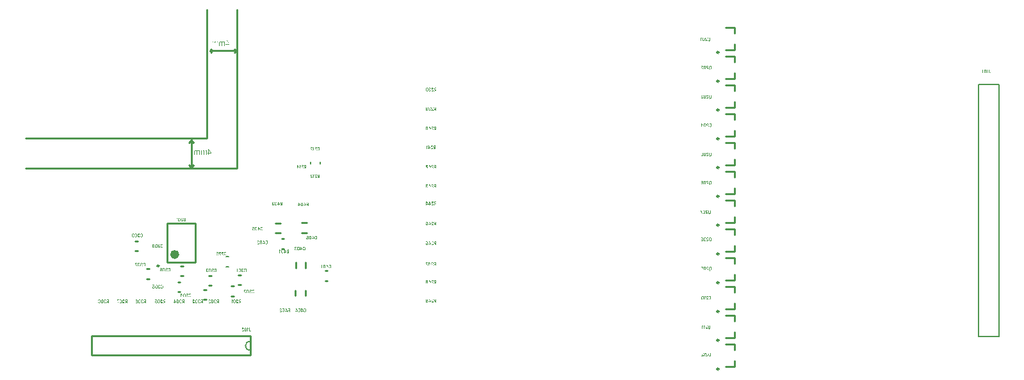
<source format=gbo>
G04*
G04 #@! TF.GenerationSoftware,Altium Limited,Altium Designer,23.11.1 (41)*
G04*
G04 Layer_Color=32896*
%FSLAX44Y44*%
%MOMM*%
G71*
G04*
G04 #@! TF.SameCoordinates,025D5C86-A068-4BC3-B2EE-C31E22AC0A5F*
G04*
G04*
G04 #@! TF.FilePolarity,Positive*
G04*
G01*
G75*
%ADD10C,0.2500*%
%ADD11C,0.6000*%
%ADD13C,0.2000*%
%ADD14C,0.2540*%
G36*
X302548Y212288D02*
X302581Y212279D01*
X302598Y212263D01*
X302614Y212238D01*
X302631Y212196D01*
Y212188D01*
Y212179D01*
Y209963D01*
X302623Y209922D01*
X302614Y209897D01*
X302564Y209863D01*
X302523Y209847D01*
X302064D01*
X302023Y209855D01*
X301981Y209872D01*
X301923Y209930D01*
X301889Y209988D01*
X301873Y210005D01*
Y210013D01*
X301848Y210047D01*
X301806Y210080D01*
X301781Y210105D01*
X301764Y210113D01*
X301689Y210147D01*
X301614Y210155D01*
X301581Y210163D01*
X301098D01*
X300990Y210155D01*
X300906Y210147D01*
X300831Y210121D01*
X300773Y210096D01*
X300731Y210072D01*
X300706Y210055D01*
X300690Y210038D01*
X300681Y210030D01*
X300640Y209972D01*
X300606Y209905D01*
X300590Y209830D01*
X300573Y209755D01*
X300565Y209688D01*
X300556Y209630D01*
Y209597D01*
Y209580D01*
Y208864D01*
X300565Y208772D01*
X300581Y208697D01*
X300606Y208630D01*
X300640Y208572D01*
X300673Y208522D01*
X300723Y208480D01*
X300815Y208422D01*
X300906Y208380D01*
X300990Y208364D01*
X301023Y208355D01*
X301481D01*
X301573Y208364D01*
X301648Y208380D01*
X301714Y208405D01*
X301773Y208439D01*
X301823Y208472D01*
X301864Y208514D01*
X301923Y208614D01*
X301964Y208705D01*
X301981Y208789D01*
X301989Y208813D01*
Y208839D01*
Y208855D01*
Y208864D01*
Y209047D01*
X301998Y209088D01*
X302006Y209122D01*
X302023Y209138D01*
X302048Y209155D01*
X302089Y209172D01*
X302548D01*
X302589Y209163D01*
X302623Y209155D01*
X302639Y209130D01*
X302656Y209113D01*
X302673Y209063D01*
Y209055D01*
Y209047D01*
Y208864D01*
X302664Y208680D01*
X302631Y208522D01*
X302581Y208380D01*
X302531Y208264D01*
X302481Y208172D01*
X302431Y208105D01*
X302398Y208072D01*
X302389Y208055D01*
X302273Y207964D01*
X302139Y207889D01*
X302006Y207839D01*
X301873Y207805D01*
X301756Y207789D01*
X301665Y207780D01*
X301631Y207772D01*
X300981D01*
X300798Y207780D01*
X300640Y207814D01*
X300498Y207864D01*
X300382Y207914D01*
X300290Y207964D01*
X300223Y208014D01*
X300190Y208047D01*
X300173Y208055D01*
X300073Y208172D01*
X300007Y208305D01*
X299957Y208439D01*
X299915Y208572D01*
X299898Y208689D01*
X299890Y208780D01*
X299882Y208813D01*
Y208839D01*
Y208855D01*
Y208864D01*
Y209680D01*
X299890Y209863D01*
X299923Y210021D01*
X299965Y210155D01*
X300015Y210263D01*
X300073Y210346D01*
X300115Y210405D01*
X300148Y210446D01*
X300156Y210455D01*
X300265Y210546D01*
X300390Y210613D01*
X300515Y210655D01*
X300640Y210688D01*
X300756Y210705D01*
X300848Y210721D01*
X301348D01*
X301506Y210705D01*
X301639Y210671D01*
X301740Y210613D01*
X301814Y210555D01*
X301873Y210488D01*
X301914Y210430D01*
X301931Y210396D01*
X301939Y210380D01*
Y211654D01*
X300115D01*
X300073Y211663D01*
X300040Y211671D01*
X300023Y211696D01*
X300007Y211721D01*
X299990Y211763D01*
Y211771D01*
Y211779D01*
Y212179D01*
X299998Y212221D01*
X300007Y212246D01*
X300048Y212279D01*
X300098Y212296D01*
X302506D01*
X302548Y212288D01*
D02*
G37*
G36*
X312978D02*
X313145Y212254D01*
X313278Y212204D01*
X313395Y212154D01*
X313486Y212104D01*
X313553Y212054D01*
X313586Y212021D01*
X313603Y212013D01*
X313695Y211896D01*
X313770Y211771D01*
X313820Y211629D01*
X313853Y211504D01*
X313870Y211388D01*
X313878Y211288D01*
X313886Y211255D01*
Y211229D01*
Y211213D01*
Y211205D01*
Y208864D01*
X313878Y208680D01*
X313845Y208522D01*
X313795Y208380D01*
X313745Y208264D01*
X313695Y208172D01*
X313645Y208105D01*
X313611Y208072D01*
X313603Y208055D01*
X313486Y207964D01*
X313353Y207889D01*
X313220Y207839D01*
X313095Y207805D01*
X312978Y207789D01*
X312878Y207780D01*
X312845Y207772D01*
X311978D01*
X311795Y207780D01*
X311637Y207814D01*
X311495Y207864D01*
X311387Y207914D01*
X311295Y207964D01*
X311229Y208014D01*
X311195Y208047D01*
X311179Y208055D01*
X311079Y208172D01*
X311012Y208305D01*
X310962Y208439D01*
X310920Y208572D01*
X310904Y208689D01*
X310895Y208780D01*
X310887Y208813D01*
Y208839D01*
Y208855D01*
Y208864D01*
Y209197D01*
X310895Y209238D01*
X310904Y209272D01*
X310929Y209288D01*
X310945Y209305D01*
X310995Y209322D01*
X311454D01*
X311495Y209313D01*
X311529Y209305D01*
X311545Y209280D01*
X311562Y209263D01*
X311579Y209213D01*
Y209205D01*
Y209197D01*
Y208888D01*
X311587Y208797D01*
X311604Y208713D01*
X311629Y208647D01*
X311654Y208589D01*
X311695Y208539D01*
X311737Y208489D01*
X311828Y208430D01*
X311929Y208389D01*
X312003Y208372D01*
X312037Y208364D01*
X312695D01*
X312787Y208372D01*
X312862Y208389D01*
X312928Y208414D01*
X312987Y208447D01*
X313037Y208489D01*
X313078Y208530D01*
X313137Y208630D01*
X313178Y208722D01*
X313195Y208805D01*
X313203Y208839D01*
Y208864D01*
Y208880D01*
Y208888D01*
Y211180D01*
X313195Y211271D01*
X313178Y211355D01*
X313153Y211421D01*
X313120Y211479D01*
X313086Y211538D01*
X313045Y211579D01*
X312945Y211638D01*
X312853Y211679D01*
X312770Y211696D01*
X312745Y211704D01*
X312087D01*
X311995Y211696D01*
X311920Y211679D01*
X311854Y211654D01*
X311795Y211621D01*
X311745Y211579D01*
X311704Y211538D01*
X311645Y211446D01*
X311604Y211346D01*
X311587Y211263D01*
X311579Y211229D01*
Y211205D01*
Y211188D01*
Y211180D01*
Y210871D01*
X311570Y210830D01*
X311562Y210796D01*
X311537Y210780D01*
X311512Y210763D01*
X311470Y210746D01*
X311012D01*
X310970Y210755D01*
X310937Y210763D01*
X310920Y210788D01*
X310904Y210813D01*
X310887Y210855D01*
Y210863D01*
Y210871D01*
Y211205D01*
X310895Y211388D01*
X310929Y211555D01*
X310979Y211688D01*
X311029Y211804D01*
X311087Y211896D01*
X311129Y211963D01*
X311162Y211996D01*
X311179Y212013D01*
X311295Y212104D01*
X311420Y212179D01*
X311554Y212229D01*
X311687Y212263D01*
X311803Y212279D01*
X311895Y212296D01*
X312795D01*
X312978Y212288D01*
D02*
G37*
G36*
X308429D02*
X308479Y212279D01*
X308504Y212271D01*
X308513Y212263D01*
X308554Y212229D01*
X308588Y212179D01*
X308613Y212138D01*
X308621Y212129D01*
Y212121D01*
X310196Y209322D01*
X310229Y209230D01*
X310246Y209138D01*
X310254Y209105D01*
Y209072D01*
Y209055D01*
Y209047D01*
Y208830D01*
X310246Y208764D01*
X310221Y208713D01*
X310187Y208680D01*
X310154Y208655D01*
X310121Y208638D01*
X310087Y208630D01*
X308188D01*
Y207889D01*
X308179Y207847D01*
X308171Y207822D01*
X308130Y207789D01*
X308088Y207772D01*
X307655D01*
X307621Y207780D01*
X307588Y207789D01*
X307563Y207830D01*
X307546Y207872D01*
Y207880D01*
Y207889D01*
Y208630D01*
X307030D01*
X306988Y208638D01*
X306955Y208655D01*
X306938Y208672D01*
X306922Y208697D01*
X306905Y208747D01*
Y208755D01*
Y208764D01*
Y209113D01*
X306913Y209155D01*
X306922Y209180D01*
X306963Y209213D01*
X307013Y209230D01*
X307546D01*
Y212096D01*
X307555Y212163D01*
X307580Y212213D01*
X307613Y212246D01*
X307646Y212271D01*
X307680Y212288D01*
X307713Y212296D01*
X308371D01*
X308429Y212288D01*
D02*
G37*
G36*
X305438D02*
X305605Y212254D01*
X305747Y212204D01*
X305863Y212154D01*
X305955Y212104D01*
X306022Y212054D01*
X306055Y212021D01*
X306072Y212013D01*
X306163Y211896D01*
X306238Y211771D01*
X306288Y211629D01*
X306322Y211504D01*
X306338Y211388D01*
X306347Y211288D01*
X306355Y211255D01*
Y211229D01*
Y211213D01*
Y211205D01*
Y208864D01*
X306347Y208680D01*
X306313Y208522D01*
X306263Y208380D01*
X306213Y208264D01*
X306163Y208172D01*
X306113Y208105D01*
X306080Y208072D01*
X306072Y208055D01*
X305955Y207964D01*
X305822Y207889D01*
X305688Y207839D01*
X305555Y207805D01*
X305438Y207789D01*
X305338Y207780D01*
X305305Y207772D01*
X304555D01*
X304372Y207780D01*
X304214Y207814D01*
X304072Y207864D01*
X303964Y207914D01*
X303872Y207964D01*
X303806Y208014D01*
X303772Y208047D01*
X303756Y208055D01*
X303656Y208172D01*
X303589Y208305D01*
X303539Y208439D01*
X303497Y208572D01*
X303481Y208689D01*
X303472Y208780D01*
X303464Y208813D01*
Y208839D01*
Y208855D01*
Y208864D01*
Y211205D01*
X303472Y211388D01*
X303506Y211555D01*
X303556Y211688D01*
X303606Y211804D01*
X303664Y211896D01*
X303706Y211963D01*
X303739Y211996D01*
X303756Y212013D01*
X303872Y212104D01*
X303997Y212179D01*
X304130Y212229D01*
X304264Y212263D01*
X304380Y212279D01*
X304472Y212296D01*
X305255D01*
X305438Y212288D01*
D02*
G37*
G36*
X150393Y203515D02*
X150551Y203482D01*
X150693Y203432D01*
X150809Y203382D01*
X150901Y203332D01*
X150968Y203282D01*
X151001Y203249D01*
X151018Y203241D01*
X151118Y203124D01*
X151184Y202999D01*
X151234Y202866D01*
X151276Y202741D01*
X151293Y202624D01*
X151301Y202532D01*
X151309Y202499D01*
Y202474D01*
Y202458D01*
Y202449D01*
Y202232D01*
X151301Y202191D01*
X151293Y202157D01*
X151268Y202141D01*
X151243Y202124D01*
X151201Y202108D01*
X150734D01*
X150693Y202116D01*
X150668Y202124D01*
X150634Y202174D01*
X150618Y202216D01*
Y202224D01*
Y202232D01*
Y202432D01*
X150610Y202532D01*
X150601Y202607D01*
X150576Y202674D01*
X150551Y202732D01*
X150534Y202774D01*
X150510Y202799D01*
X150501Y202816D01*
X150493Y202824D01*
X150443Y202866D01*
X150376Y202891D01*
X150251Y202924D01*
X150201Y202932D01*
X150151Y202941D01*
X149693D01*
X149601Y202932D01*
X149518Y202916D01*
X149451Y202891D01*
X149393Y202866D01*
X149335Y202824D01*
X149293Y202782D01*
X149235Y202691D01*
X149193Y202591D01*
X149177Y202516D01*
X149168Y202482D01*
Y202458D01*
Y202441D01*
Y202432D01*
Y202066D01*
X149177Y201974D01*
X149193Y201899D01*
X149218Y201833D01*
X149251Y201774D01*
X149293Y201724D01*
X149335Y201683D01*
X149426Y201624D01*
X149526Y201583D01*
X149610Y201566D01*
X149643Y201558D01*
X150085D01*
X150126Y201549D01*
X150151Y201541D01*
X150185Y201491D01*
X150201Y201449D01*
Y201433D01*
Y201424D01*
Y201108D01*
X150193Y201066D01*
X150185Y201041D01*
X150143Y201008D01*
X150101Y200991D01*
X149693D01*
X149601Y200983D01*
X149518Y200966D01*
X149451Y200941D01*
X149393Y200908D01*
X149335Y200875D01*
X149293Y200825D01*
X149235Y200733D01*
X149193Y200641D01*
X149177Y200558D01*
X149168Y200525D01*
Y200500D01*
Y200483D01*
Y200475D01*
Y200091D01*
X149177Y200000D01*
X149193Y199925D01*
X149218Y199858D01*
X149251Y199800D01*
X149293Y199750D01*
X149335Y199708D01*
X149426Y199650D01*
X149526Y199608D01*
X149610Y199592D01*
X149643Y199583D01*
X150110D01*
X150201Y199592D01*
X150276Y199600D01*
X150343Y199617D01*
X150401Y199641D01*
X150443Y199667D01*
X150468Y199683D01*
X150485Y199692D01*
X150493Y199700D01*
X150534Y199750D01*
X150568Y199816D01*
X150584Y199875D01*
X150601Y199941D01*
X150610Y200000D01*
X150618Y200050D01*
Y200083D01*
Y200091D01*
Y200325D01*
X150626Y200366D01*
X150634Y200400D01*
X150651Y200416D01*
X150676Y200433D01*
X150718Y200450D01*
X151184D01*
X151226Y200441D01*
X151259Y200433D01*
X151276Y200408D01*
X151293Y200391D01*
X151309Y200341D01*
Y200333D01*
Y200325D01*
Y200075D01*
X151293Y199891D01*
X151259Y199733D01*
X151218Y199592D01*
X151159Y199483D01*
X151109Y199392D01*
X151059Y199325D01*
X151026Y199292D01*
X151018Y199275D01*
X150901Y199183D01*
X150768Y199117D01*
X150634Y199067D01*
X150501Y199033D01*
X150385Y199017D01*
X150293Y199008D01*
X150260Y199000D01*
X149593D01*
X149410Y199008D01*
X149251Y199042D01*
X149110Y199083D01*
X148993Y199142D01*
X148902Y199192D01*
X148835Y199233D01*
X148802Y199267D01*
X148785Y199275D01*
X148685Y199392D01*
X148618Y199517D01*
X148568Y199650D01*
X148527Y199783D01*
X148510Y199900D01*
X148502Y199991D01*
X148493Y200025D01*
Y200050D01*
Y200066D01*
Y200075D01*
Y200483D01*
X148502Y200600D01*
X148518Y200708D01*
X148543Y200800D01*
X148585Y200883D01*
X148627Y200958D01*
X148668Y201024D01*
X148727Y201075D01*
X148777Y201124D01*
X148877Y201199D01*
X148968Y201241D01*
X149010Y201258D01*
X149035Y201266D01*
X149052Y201274D01*
X149060D01*
X148960Y201308D01*
X148877Y201358D01*
X148793Y201408D01*
X148735Y201466D01*
X148677Y201533D01*
X148635Y201599D01*
X148560Y201733D01*
X148527Y201858D01*
X148502Y201966D01*
X148493Y202008D01*
Y202041D01*
Y202058D01*
Y202066D01*
Y202449D01*
X148502Y202632D01*
X148535Y202791D01*
X148585Y202924D01*
X148635Y203041D01*
X148693Y203124D01*
X148735Y203191D01*
X148768Y203224D01*
X148785Y203241D01*
X148902Y203332D01*
X149035Y203407D01*
X149168Y203457D01*
X149302Y203491D01*
X149418Y203507D01*
X149510Y203524D01*
X150210D01*
X150393Y203515D01*
D02*
G37*
G36*
X154092D02*
X154258Y203482D01*
X154392Y203432D01*
X154508Y203382D01*
X154600Y203332D01*
X154667Y203282D01*
X154700Y203249D01*
X154717Y203241D01*
X154808Y203124D01*
X154883Y202999D01*
X154933Y202857D01*
X154967Y202732D01*
X154983Y202616D01*
X154992Y202516D01*
X155000Y202482D01*
Y202458D01*
Y202441D01*
Y202432D01*
Y200091D01*
X154992Y199908D01*
X154958Y199750D01*
X154908Y199608D01*
X154858Y199492D01*
X154808Y199400D01*
X154758Y199333D01*
X154725Y199300D01*
X154717Y199283D01*
X154600Y199192D01*
X154467Y199117D01*
X154333Y199067D01*
X154208Y199033D01*
X154092Y199017D01*
X153992Y199008D01*
X153959Y199000D01*
X153092D01*
X152909Y199008D01*
X152751Y199042D01*
X152609Y199092D01*
X152501Y199142D01*
X152409Y199192D01*
X152342Y199242D01*
X152309Y199275D01*
X152292Y199283D01*
X152192Y199400D01*
X152126Y199533D01*
X152076Y199667D01*
X152034Y199800D01*
X152017Y199916D01*
X152009Y200008D01*
X152001Y200041D01*
Y200066D01*
Y200083D01*
Y200091D01*
Y200425D01*
X152009Y200466D01*
X152017Y200500D01*
X152042Y200516D01*
X152059Y200533D01*
X152109Y200550D01*
X152567D01*
X152609Y200541D01*
X152642Y200533D01*
X152659Y200508D01*
X152676Y200491D01*
X152692Y200441D01*
Y200433D01*
Y200425D01*
Y200116D01*
X152701Y200025D01*
X152717Y199941D01*
X152742Y199875D01*
X152767Y199816D01*
X152809Y199767D01*
X152851Y199716D01*
X152942Y199658D01*
X153042Y199617D01*
X153117Y199600D01*
X153151Y199592D01*
X153809D01*
X153900Y199600D01*
X153975Y199617D01*
X154042Y199641D01*
X154100Y199675D01*
X154150Y199716D01*
X154192Y199758D01*
X154250Y199858D01*
X154292Y199950D01*
X154309Y200033D01*
X154317Y200066D01*
Y200091D01*
Y200108D01*
Y200116D01*
Y202407D01*
X154309Y202499D01*
X154292Y202582D01*
X154267Y202649D01*
X154234Y202707D01*
X154200Y202766D01*
X154158Y202807D01*
X154059Y202866D01*
X153967Y202907D01*
X153884Y202924D01*
X153859Y202932D01*
X153201D01*
X153109Y202924D01*
X153034Y202907D01*
X152967Y202882D01*
X152909Y202849D01*
X152859Y202807D01*
X152817Y202766D01*
X152759Y202674D01*
X152717Y202574D01*
X152701Y202491D01*
X152692Y202458D01*
Y202432D01*
Y202416D01*
Y202407D01*
Y202099D01*
X152684Y202058D01*
X152676Y202024D01*
X152651Y202008D01*
X152626Y201991D01*
X152584Y201974D01*
X152126D01*
X152084Y201983D01*
X152051Y201991D01*
X152034Y202016D01*
X152017Y202041D01*
X152001Y202083D01*
Y202091D01*
Y202099D01*
Y202432D01*
X152009Y202616D01*
X152042Y202782D01*
X152092Y202916D01*
X152142Y203032D01*
X152201Y203124D01*
X152242Y203191D01*
X152276Y203224D01*
X152292Y203241D01*
X152409Y203332D01*
X152534Y203407D01*
X152667Y203457D01*
X152801Y203491D01*
X152917Y203507D01*
X153009Y203524D01*
X153909D01*
X154092Y203515D01*
D02*
G37*
G36*
X146752D02*
X146919Y203482D01*
X147060Y203432D01*
X147177Y203382D01*
X147269Y203332D01*
X147335Y203282D01*
X147369Y203249D01*
X147385Y203241D01*
X147477Y203124D01*
X147552Y202999D01*
X147602Y202857D01*
X147635Y202732D01*
X147652Y202616D01*
X147660Y202516D01*
X147669Y202482D01*
Y202458D01*
Y202441D01*
Y202432D01*
Y200091D01*
X147660Y199908D01*
X147627Y199750D01*
X147577Y199608D01*
X147527Y199492D01*
X147477Y199400D01*
X147427Y199333D01*
X147394Y199300D01*
X147385Y199283D01*
X147269Y199192D01*
X147135Y199117D01*
X147002Y199067D01*
X146869Y199033D01*
X146752Y199017D01*
X146652Y199008D01*
X146619Y199000D01*
X145869D01*
X145686Y199008D01*
X145527Y199042D01*
X145386Y199092D01*
X145278Y199142D01*
X145186Y199192D01*
X145119Y199242D01*
X145086Y199275D01*
X145069Y199283D01*
X144969Y199400D01*
X144903Y199533D01*
X144853Y199667D01*
X144811Y199800D01*
X144794Y199916D01*
X144786Y200008D01*
X144778Y200041D01*
Y200066D01*
Y200083D01*
Y200091D01*
Y202432D01*
X144786Y202616D01*
X144819Y202782D01*
X144869Y202916D01*
X144919Y203032D01*
X144978Y203124D01*
X145019Y203191D01*
X145052Y203224D01*
X145069Y203241D01*
X145186Y203332D01*
X145311Y203407D01*
X145444Y203457D01*
X145577Y203491D01*
X145694Y203507D01*
X145786Y203524D01*
X146569D01*
X146752Y203515D01*
D02*
G37*
G36*
X143028D02*
X143195Y203482D01*
X143336Y203440D01*
X143453Y203391D01*
X143545Y203341D01*
X143611Y203299D01*
X143645Y203266D01*
X143661Y203257D01*
X143753Y203149D01*
X143828Y203024D01*
X143878Y202899D01*
X143911Y202774D01*
X143928Y202657D01*
X143936Y202566D01*
X143945Y202532D01*
Y202507D01*
Y202491D01*
Y202482D01*
Y202124D01*
X143936Y202008D01*
X143919Y201899D01*
X143903Y201799D01*
X143869Y201716D01*
X143836Y201633D01*
X143794Y201566D01*
X143744Y201508D01*
X143703Y201449D01*
X143611Y201366D01*
X143536Y201316D01*
X143503Y201299D01*
X143478Y201283D01*
X143470Y201274D01*
X143461D01*
X143545Y201233D01*
X143620Y201183D01*
X143686Y201124D01*
X143736Y201058D01*
X143786Y200991D01*
X143828Y200916D01*
X143886Y200775D01*
X143919Y200641D01*
X143928Y200583D01*
X143936Y200533D01*
X143945Y200483D01*
Y200450D01*
Y200433D01*
Y200425D01*
Y200050D01*
X143936Y199867D01*
X143903Y199708D01*
X143853Y199575D01*
X143803Y199467D01*
X143753Y199375D01*
X143703Y199317D01*
X143670Y199283D01*
X143661Y199267D01*
X143545Y199175D01*
X143411Y199117D01*
X143278Y199067D01*
X143145Y199033D01*
X143028Y199017D01*
X142928Y199008D01*
X142895Y199000D01*
X142103D01*
X141920Y199008D01*
X141753Y199042D01*
X141620Y199083D01*
X141503Y199133D01*
X141412Y199183D01*
X141345Y199225D01*
X141312Y199258D01*
X141295Y199267D01*
X141203Y199375D01*
X141129Y199500D01*
X141079Y199633D01*
X141045Y199758D01*
X141029Y199875D01*
X141012Y199966D01*
Y200000D01*
Y200025D01*
Y200041D01*
Y200050D01*
Y200416D01*
X141020Y200533D01*
X141029Y200641D01*
X141054Y200741D01*
X141087Y200833D01*
X141120Y200908D01*
X141162Y200983D01*
X141203Y201041D01*
X141245Y201099D01*
X141337Y201183D01*
X141412Y201233D01*
X141445Y201249D01*
X141470Y201266D01*
X141479Y201274D01*
X141487D01*
X141412Y201308D01*
X141345Y201349D01*
X141287Y201399D01*
X141237Y201449D01*
X141195Y201499D01*
X141170Y201541D01*
X141153Y201566D01*
X141145Y201574D01*
X141104Y201666D01*
X141070Y201758D01*
X141045Y201849D01*
X141029Y201933D01*
X141020Y202008D01*
X141012Y202074D01*
Y202108D01*
Y202124D01*
Y202482D01*
X141020Y202666D01*
X141054Y202816D01*
X141104Y202949D01*
X141153Y203057D01*
X141203Y203149D01*
X141253Y203207D01*
X141287Y203249D01*
X141295Y203257D01*
X141412Y203349D01*
X141537Y203416D01*
X141678Y203457D01*
X141803Y203491D01*
X141920Y203507D01*
X142020Y203524D01*
X142845D01*
X143028Y203515D01*
D02*
G37*
G36*
X239510Y313950D02*
X239537Y313908D01*
X239551Y313866D01*
Y313839D01*
Y308139D01*
X239537Y308055D01*
X239496Y308014D01*
X239454Y308000D01*
X239093D01*
X239024Y308028D01*
X238983Y308069D01*
X238969Y308111D01*
Y308139D01*
Y312299D01*
X238955Y312493D01*
X238913Y312660D01*
X238872Y312812D01*
X238802Y312937D01*
X238747Y313020D01*
X238705Y313090D01*
X238664Y313131D01*
X238650Y313145D01*
X238511Y313242D01*
X238372Y313326D01*
X238220Y313381D01*
X238081Y313409D01*
X237956Y313436D01*
X237859Y313450D01*
X237291D01*
X237097Y313436D01*
X236930Y313409D01*
X236791Y313353D01*
X236680Y313298D01*
X236583Y313242D01*
X236528Y313187D01*
X236486Y313159D01*
X236472Y313145D01*
X236375Y313020D01*
X236306Y312882D01*
X236250Y312743D01*
X236223Y312604D01*
X236195Y312479D01*
X236181Y312382D01*
Y312313D01*
Y312285D01*
Y308139D01*
X236167Y308055D01*
X236112Y308014D01*
X236070Y308000D01*
X235710D01*
X235640Y308028D01*
X235599Y308069D01*
X235585Y308111D01*
Y308139D01*
Y312258D01*
X235571Y312452D01*
X235529Y312618D01*
X235488Y312771D01*
X235418Y312896D01*
X235363Y312993D01*
X235321Y313062D01*
X235280Y313104D01*
X235266Y313117D01*
X235127Y313228D01*
X234988Y313312D01*
X234836Y313367D01*
X234683Y313409D01*
X234559Y313436D01*
X234461Y313450D01*
X233934D01*
X233740Y313436D01*
X233574Y313409D01*
X233435Y313353D01*
X233324Y313298D01*
X233227Y313242D01*
X233172Y313187D01*
X233130Y313159D01*
X233116Y313145D01*
X233019Y313020D01*
X232950Y312882D01*
X232894Y312743D01*
X232867Y312604D01*
X232839Y312479D01*
X232825Y312382D01*
Y312313D01*
Y312285D01*
Y308139D01*
X232811Y308055D01*
X232756Y308014D01*
X232714Y308000D01*
X232353D01*
X232284Y308028D01*
X232243Y308069D01*
X232229Y308111D01*
Y308139D01*
Y312313D01*
X232243Y312590D01*
X232298Y312826D01*
X232367Y313034D01*
X232451Y313214D01*
X232534Y313353D01*
X232603Y313450D01*
X232659Y313520D01*
X232673Y313533D01*
X232853Y313686D01*
X233033Y313797D01*
X233241Y313866D01*
X233435Y313922D01*
X233602Y313950D01*
X233740Y313977D01*
X234295D01*
X234461Y313963D01*
X234614Y313950D01*
X234767Y313908D01*
X234891Y313880D01*
X235002Y313839D01*
X235099Y313797D01*
X235155Y313783D01*
X235169Y313769D01*
X235308Y313686D01*
X235432Y313589D01*
X235543Y313492D01*
X235626Y313381D01*
X235682Y313298D01*
X235723Y313228D01*
X235751Y313173D01*
X235765Y313159D01*
X235848Y313298D01*
X235945Y313436D01*
X236042Y313533D01*
X236153Y313631D01*
X236278Y313714D01*
X236389Y313783D01*
X236625Y313880D01*
X236847Y313936D01*
X236944Y313950D01*
X237027Y313963D01*
X237097Y313977D01*
X237845D01*
X237984Y313950D01*
X238248Y313880D01*
X238469Y313783D01*
X238636Y313672D01*
X238761Y313561D01*
X238844Y313464D01*
X238899Y313395D01*
X238913Y313381D01*
Y313367D01*
X238969D01*
Y313839D01*
X238983Y313922D01*
X239024Y313963D01*
X239080Y313977D01*
X239440D01*
X239510Y313950D01*
D02*
G37*
G36*
X230481D02*
X230509Y313908D01*
X230523Y313866D01*
Y313839D01*
Y308139D01*
X230509Y308055D01*
X230467Y308014D01*
X230426Y308000D01*
X230065D01*
X229996Y308028D01*
X229954Y308069D01*
X229940Y308111D01*
Y308139D01*
Y312299D01*
X229926Y312493D01*
X229885Y312660D01*
X229843Y312812D01*
X229774Y312937D01*
X229718Y313020D01*
X229677Y313090D01*
X229635Y313131D01*
X229621Y313145D01*
X229483Y313242D01*
X229344Y313326D01*
X229191Y313381D01*
X229053Y313409D01*
X228928Y313436D01*
X228831Y313450D01*
X228262D01*
X228068Y313436D01*
X227902Y313409D01*
X227763Y313353D01*
X227652Y313298D01*
X227555Y313242D01*
X227500Y313187D01*
X227458Y313159D01*
X227444Y313145D01*
X227347Y313020D01*
X227278Y312882D01*
X227222Y312743D01*
X227194Y312604D01*
X227167Y312479D01*
X227153Y312382D01*
Y312313D01*
Y312285D01*
Y308139D01*
X227139Y308055D01*
X227083Y308014D01*
X227042Y308000D01*
X226681D01*
X226612Y308028D01*
X226570Y308069D01*
X226556Y308111D01*
Y308139D01*
Y312258D01*
X226543Y312452D01*
X226501Y312618D01*
X226459Y312771D01*
X226390Y312896D01*
X226335Y312993D01*
X226293Y313062D01*
X226251Y313104D01*
X226238Y313117D01*
X226099Y313228D01*
X225960Y313312D01*
X225808Y313367D01*
X225655Y313409D01*
X225530Y313436D01*
X225433Y313450D01*
X224906D01*
X224712Y313436D01*
X224546Y313409D01*
X224407Y313353D01*
X224296Y313298D01*
X224199Y313242D01*
X224143Y313187D01*
X224102Y313159D01*
X224088Y313145D01*
X223991Y313020D01*
X223922Y312882D01*
X223866Y312743D01*
X223838Y312604D01*
X223811Y312479D01*
X223797Y312382D01*
Y312313D01*
Y312285D01*
Y308139D01*
X223783Y308055D01*
X223727Y308014D01*
X223686Y308000D01*
X223325D01*
X223256Y308028D01*
X223214Y308069D01*
X223200Y308111D01*
Y308139D01*
Y312313D01*
X223214Y312590D01*
X223270Y312826D01*
X223339Y313034D01*
X223422Y313214D01*
X223505Y313353D01*
X223575Y313450D01*
X223630Y313520D01*
X223644Y313533D01*
X223824Y313686D01*
X224005Y313797D01*
X224213Y313866D01*
X224407Y313922D01*
X224573Y313950D01*
X224712Y313977D01*
X225267D01*
X225433Y313963D01*
X225586Y313950D01*
X225738Y313908D01*
X225863Y313880D01*
X225974Y313839D01*
X226071Y313797D01*
X226127Y313783D01*
X226140Y313769D01*
X226279Y313686D01*
X226404Y313589D01*
X226515Y313492D01*
X226598Y313381D01*
X226654Y313298D01*
X226695Y313228D01*
X226723Y313173D01*
X226737Y313159D01*
X226820Y313298D01*
X226917Y313436D01*
X227014Y313533D01*
X227125Y313631D01*
X227250Y313714D01*
X227361Y313783D01*
X227597Y313880D01*
X227819Y313936D01*
X227916Y313950D01*
X227999Y313963D01*
X228068Y313977D01*
X228817D01*
X228956Y313950D01*
X229219Y313880D01*
X229441Y313783D01*
X229608Y313672D01*
X229732Y313561D01*
X229816Y313464D01*
X229871Y313395D01*
X229885Y313381D01*
Y313367D01*
X229940D01*
Y313839D01*
X229954Y313922D01*
X229996Y313963D01*
X230051Y313977D01*
X230412D01*
X230481Y313950D01*
D02*
G37*
G36*
X242672Y315503D02*
X242755Y315447D01*
X242824Y315392D01*
X242838Y315378D01*
Y315364D01*
X245917Y310177D01*
X245958Y310066D01*
X245986Y309983D01*
X246000Y309914D01*
Y309900D01*
Y309692D01*
X245986Y309636D01*
X245972Y309595D01*
X245903Y309553D01*
X245847Y309526D01*
X242422D01*
Y308139D01*
X242394Y308055D01*
X242353Y308014D01*
X242311Y308000D01*
X241964D01*
X241895Y308028D01*
X241853Y308069D01*
X241840Y308111D01*
Y308139D01*
Y309526D01*
X240966D01*
X240883Y309553D01*
X240841Y309595D01*
X240827Y309636D01*
Y309664D01*
Y309942D01*
X240855Y310011D01*
X240896Y310039D01*
X240938Y310053D01*
X241840D01*
Y315364D01*
Y315420D01*
X241867Y315461D01*
X241923Y315517D01*
X241978Y315530D01*
X242616D01*
X242672Y315503D01*
D02*
G37*
G36*
X263510Y457950D02*
X263537Y457908D01*
X263551Y457866D01*
Y457839D01*
Y452139D01*
X263537Y452056D01*
X263496Y452014D01*
X263454Y452000D01*
X263093D01*
X263024Y452028D01*
X262983Y452069D01*
X262969Y452111D01*
Y452139D01*
Y456299D01*
X262955Y456493D01*
X262913Y456660D01*
X262872Y456812D01*
X262802Y456937D01*
X262747Y457020D01*
X262705Y457090D01*
X262664Y457131D01*
X262650Y457145D01*
X262511Y457242D01*
X262372Y457326D01*
X262220Y457381D01*
X262081Y457409D01*
X261956Y457436D01*
X261859Y457450D01*
X261291D01*
X261096Y457436D01*
X260930Y457409D01*
X260791Y457353D01*
X260680Y457298D01*
X260583Y457242D01*
X260528Y457187D01*
X260486Y457159D01*
X260472Y457145D01*
X260375Y457020D01*
X260306Y456882D01*
X260250Y456743D01*
X260223Y456604D01*
X260195Y456479D01*
X260181Y456382D01*
Y456313D01*
Y456285D01*
Y452139D01*
X260167Y452056D01*
X260112Y452014D01*
X260070Y452000D01*
X259710D01*
X259640Y452028D01*
X259599Y452069D01*
X259585Y452111D01*
Y452139D01*
Y456258D01*
X259571Y456452D01*
X259529Y456618D01*
X259488Y456771D01*
X259418Y456896D01*
X259363Y456993D01*
X259321Y457062D01*
X259280Y457104D01*
X259266Y457117D01*
X259127Y457228D01*
X258988Y457312D01*
X258836Y457367D01*
X258683Y457409D01*
X258559Y457436D01*
X258461Y457450D01*
X257934D01*
X257740Y457436D01*
X257574Y457409D01*
X257435Y457353D01*
X257324Y457298D01*
X257227Y457242D01*
X257172Y457187D01*
X257130Y457159D01*
X257116Y457145D01*
X257019Y457020D01*
X256950Y456882D01*
X256894Y456743D01*
X256867Y456604D01*
X256839Y456479D01*
X256825Y456382D01*
Y456313D01*
Y456285D01*
Y452139D01*
X256811Y452056D01*
X256756Y452014D01*
X256714Y452000D01*
X256353D01*
X256284Y452028D01*
X256243Y452069D01*
X256229Y452111D01*
Y452139D01*
Y456313D01*
X256243Y456590D01*
X256298Y456826D01*
X256367Y457034D01*
X256451Y457215D01*
X256534Y457353D01*
X256603Y457450D01*
X256659Y457520D01*
X256672Y457533D01*
X256853Y457686D01*
X257033Y457797D01*
X257241Y457866D01*
X257435Y457922D01*
X257602Y457950D01*
X257740Y457977D01*
X258295D01*
X258461Y457963D01*
X258614Y457950D01*
X258767Y457908D01*
X258891Y457880D01*
X259002Y457839D01*
X259099Y457797D01*
X259155Y457783D01*
X259169Y457769D01*
X259307Y457686D01*
X259432Y457589D01*
X259543Y457492D01*
X259626Y457381D01*
X259682Y457298D01*
X259723Y457228D01*
X259751Y457173D01*
X259765Y457159D01*
X259848Y457298D01*
X259945Y457436D01*
X260042Y457533D01*
X260153Y457631D01*
X260278Y457714D01*
X260389Y457783D01*
X260625Y457880D01*
X260847Y457936D01*
X260944Y457950D01*
X261027Y457963D01*
X261096Y457977D01*
X261845D01*
X261984Y457950D01*
X262248Y457880D01*
X262470Y457783D01*
X262636Y457672D01*
X262761Y457561D01*
X262844Y457464D01*
X262899Y457395D01*
X262913Y457381D01*
Y457367D01*
X262969D01*
Y457839D01*
X262983Y457922D01*
X263024Y457963D01*
X263080Y457977D01*
X263440D01*
X263510Y457950D01*
D02*
G37*
G36*
X254481D02*
X254509Y457908D01*
X254523Y457866D01*
Y457839D01*
Y452139D01*
X254509Y452056D01*
X254467Y452014D01*
X254426Y452000D01*
X254065D01*
X253996Y452028D01*
X253954Y452069D01*
X253940Y452111D01*
Y452139D01*
Y456299D01*
X253927Y456493D01*
X253885Y456660D01*
X253843Y456812D01*
X253774Y456937D01*
X253718Y457020D01*
X253677Y457090D01*
X253635Y457131D01*
X253621Y457145D01*
X253483Y457242D01*
X253344Y457326D01*
X253192Y457381D01*
X253053Y457409D01*
X252928Y457436D01*
X252831Y457450D01*
X252262D01*
X252068Y457436D01*
X251902Y457409D01*
X251763Y457353D01*
X251652Y457298D01*
X251555Y457242D01*
X251500Y457187D01*
X251458Y457159D01*
X251444Y457145D01*
X251347Y457020D01*
X251278Y456882D01*
X251222Y456743D01*
X251194Y456604D01*
X251167Y456479D01*
X251153Y456382D01*
Y456313D01*
Y456285D01*
Y452139D01*
X251139Y452056D01*
X251084Y452014D01*
X251042Y452000D01*
X250681D01*
X250612Y452028D01*
X250570Y452069D01*
X250557Y452111D01*
Y452139D01*
Y456258D01*
X250543Y456452D01*
X250501Y456618D01*
X250459Y456771D01*
X250390Y456896D01*
X250335Y456993D01*
X250293Y457062D01*
X250251Y457104D01*
X250238Y457117D01*
X250099Y457228D01*
X249960Y457312D01*
X249808Y457367D01*
X249655Y457409D01*
X249530Y457436D01*
X249433Y457450D01*
X248906D01*
X248712Y457436D01*
X248546Y457409D01*
X248407Y457353D01*
X248296Y457298D01*
X248199Y457242D01*
X248143Y457187D01*
X248102Y457159D01*
X248088Y457145D01*
X247991Y457020D01*
X247922Y456882D01*
X247866Y456743D01*
X247838Y456604D01*
X247811Y456479D01*
X247797Y456382D01*
Y456313D01*
Y456285D01*
Y452139D01*
X247783Y452056D01*
X247727Y452014D01*
X247686Y452000D01*
X247325D01*
X247256Y452028D01*
X247214Y452069D01*
X247200Y452111D01*
Y452139D01*
Y456313D01*
X247214Y456590D01*
X247270Y456826D01*
X247339Y457034D01*
X247422Y457215D01*
X247505Y457353D01*
X247575Y457450D01*
X247630Y457520D01*
X247644Y457533D01*
X247824Y457686D01*
X248005Y457797D01*
X248213Y457866D01*
X248407Y457922D01*
X248573Y457950D01*
X248712Y457977D01*
X249267D01*
X249433Y457963D01*
X249586Y457950D01*
X249738Y457908D01*
X249863Y457880D01*
X249974Y457839D01*
X250071Y457797D01*
X250127Y457783D01*
X250140Y457769D01*
X250279Y457686D01*
X250404Y457589D01*
X250515Y457492D01*
X250598Y457381D01*
X250654Y457298D01*
X250695Y457228D01*
X250723Y457173D01*
X250737Y457159D01*
X250820Y457298D01*
X250917Y457436D01*
X251014Y457533D01*
X251125Y457631D01*
X251250Y457714D01*
X251361Y457783D01*
X251597Y457880D01*
X251819Y457936D01*
X251916Y457950D01*
X251999Y457963D01*
X252068Y457977D01*
X252817D01*
X252956Y457950D01*
X253219Y457880D01*
X253441Y457783D01*
X253608Y457672D01*
X253732Y457561D01*
X253816Y457464D01*
X253871Y457395D01*
X253885Y457381D01*
Y457367D01*
X253940D01*
Y457839D01*
X253954Y457922D01*
X253996Y457963D01*
X254051Y457977D01*
X254412D01*
X254481Y457950D01*
D02*
G37*
G36*
X266672Y459503D02*
X266755Y459447D01*
X266824Y459392D01*
X266838Y459378D01*
Y459364D01*
X269917Y454177D01*
X269958Y454066D01*
X269986Y453983D01*
X270000Y453914D01*
Y453900D01*
Y453692D01*
X269986Y453637D01*
X269972Y453595D01*
X269903Y453553D01*
X269847Y453526D01*
X266422D01*
Y452139D01*
X266394Y452056D01*
X266353Y452014D01*
X266311Y452000D01*
X265964D01*
X265895Y452028D01*
X265853Y452069D01*
X265840Y452111D01*
Y452139D01*
Y453526D01*
X264966D01*
X264883Y453553D01*
X264841Y453595D01*
X264827Y453637D01*
Y453664D01*
Y453942D01*
X264855Y454011D01*
X264896Y454039D01*
X264938Y454053D01*
X265840D01*
Y459364D01*
Y459420D01*
X265867Y459461D01*
X265923Y459517D01*
X265978Y459531D01*
X266616D01*
X266672Y459503D01*
D02*
G37*
G36*
X1272001Y420451D02*
X1272076Y420426D01*
X1272101Y420410D01*
X1272126Y420393D01*
X1272142Y420384D01*
X1272151D01*
X1272884Y419943D01*
X1272917Y419918D01*
X1272942Y419893D01*
X1272967Y419835D01*
X1272984Y419793D01*
Y419785D01*
Y419776D01*
Y419360D01*
X1272976Y419318D01*
X1272959Y419293D01*
X1272942Y419276D01*
X1272867D01*
X1272851Y419285D01*
X1272842D01*
X1272076Y419735D01*
Y416052D01*
X1272067Y416011D01*
X1272059Y415986D01*
X1272009Y415952D01*
X1271967Y415936D01*
X1271493D01*
X1271459Y415944D01*
X1271426Y415952D01*
X1271401Y415994D01*
X1271384Y416036D01*
Y416044D01*
Y416052D01*
Y420343D01*
X1271393Y420384D01*
X1271401Y420410D01*
X1271443Y420443D01*
X1271484Y420460D01*
X1271926D01*
X1272001Y420451D01*
D02*
G37*
G36*
X1265969D02*
X1266044Y420426D01*
X1266069Y420410D01*
X1266094Y420393D01*
X1266111Y420384D01*
X1266119D01*
X1266852Y419943D01*
X1266886Y419918D01*
X1266910Y419893D01*
X1266936Y419835D01*
X1266952Y419793D01*
Y419785D01*
Y419776D01*
Y419360D01*
X1266944Y419318D01*
X1266927Y419293D01*
X1266910Y419276D01*
X1266835D01*
X1266819Y419285D01*
X1266811D01*
X1266044Y419735D01*
Y416052D01*
X1266036Y416011D01*
X1266027Y415986D01*
X1265977Y415952D01*
X1265936Y415936D01*
X1265461D01*
X1265427Y415944D01*
X1265394Y415952D01*
X1265369Y415994D01*
X1265353Y416036D01*
Y416044D01*
Y416052D01*
Y420343D01*
X1265361Y420384D01*
X1265369Y420410D01*
X1265411Y420443D01*
X1265452Y420460D01*
X1265894D01*
X1265969Y420451D01*
D02*
G37*
G36*
X1274267D02*
X1274300Y420443D01*
X1274317Y420426D01*
X1274334Y420401D01*
X1274350Y420359D01*
Y420351D01*
Y420343D01*
Y417052D01*
X1274359Y416960D01*
X1274375Y416877D01*
X1274400Y416810D01*
X1274425Y416752D01*
X1274467Y416702D01*
X1274509Y416652D01*
X1274600Y416594D01*
X1274700Y416552D01*
X1274775Y416535D01*
X1274809Y416527D01*
X1275358D01*
X1275450Y416535D01*
X1275525Y416552D01*
X1275592Y416577D01*
X1275650Y416610D01*
X1275700Y416652D01*
X1275742Y416694D01*
X1275800Y416794D01*
X1275842Y416885D01*
X1275858Y416969D01*
X1275866Y417002D01*
Y417027D01*
Y417044D01*
Y417052D01*
Y417660D01*
X1275875Y417702D01*
X1275883Y417727D01*
X1275925Y417760D01*
X1275966Y417777D01*
X1276433D01*
X1276475Y417769D01*
X1276508Y417760D01*
X1276525Y417743D01*
X1276541Y417719D01*
X1276558Y417677D01*
Y417668D01*
Y417660D01*
Y417027D01*
X1276541Y416844D01*
X1276508Y416685D01*
X1276466Y416544D01*
X1276408Y416427D01*
X1276358Y416335D01*
X1276308Y416269D01*
X1276275Y416236D01*
X1276266Y416219D01*
X1276150Y416127D01*
X1276016Y416052D01*
X1275883Y416002D01*
X1275750Y415969D01*
X1275633Y415952D01*
X1275542Y415944D01*
X1275508Y415936D01*
X1274750D01*
X1274567Y415944D01*
X1274409Y415977D01*
X1274267Y416027D01*
X1274159Y416077D01*
X1274067Y416127D01*
X1274000Y416177D01*
X1273967Y416211D01*
X1273950Y416219D01*
X1273850Y416335D01*
X1273784Y416469D01*
X1273734Y416602D01*
X1273692Y416735D01*
X1273675Y416852D01*
X1273667Y416944D01*
X1273659Y416977D01*
Y417002D01*
Y417019D01*
Y417027D01*
Y420351D01*
X1273667Y420384D01*
X1273675Y420418D01*
X1273717Y420443D01*
X1273759Y420460D01*
X1274225D01*
X1274267Y420451D01*
D02*
G37*
G36*
X1269543D02*
X1269710Y420418D01*
X1269851Y420368D01*
X1269968Y420318D01*
X1270060Y420268D01*
X1270126Y420218D01*
X1270160Y420185D01*
X1270176Y420176D01*
X1270268Y420060D01*
X1270343Y419935D01*
X1270393Y419793D01*
X1270426Y419668D01*
X1270443Y419551D01*
X1270451Y419451D01*
X1270460Y419418D01*
Y419393D01*
Y419376D01*
Y419368D01*
Y417027D01*
X1270451Y416844D01*
X1270418Y416685D01*
X1270368Y416544D01*
X1270318Y416427D01*
X1270268Y416335D01*
X1270218Y416269D01*
X1270185Y416236D01*
X1270176Y416219D01*
X1270060Y416127D01*
X1269926Y416052D01*
X1269793Y416002D01*
X1269660Y415969D01*
X1269543Y415952D01*
X1269443Y415944D01*
X1269410Y415936D01*
X1268660D01*
X1268477Y415944D01*
X1268318Y415977D01*
X1268177Y416027D01*
X1268068Y416077D01*
X1267977Y416127D01*
X1267910Y416177D01*
X1267877Y416211D01*
X1267860Y416219D01*
X1267760Y416335D01*
X1267694Y416469D01*
X1267644Y416602D01*
X1267602Y416735D01*
X1267585Y416852D01*
X1267577Y416944D01*
X1267569Y416977D01*
Y417002D01*
Y417019D01*
Y417027D01*
Y419368D01*
X1267577Y419551D01*
X1267610Y419718D01*
X1267660Y419851D01*
X1267710Y419968D01*
X1267769Y420060D01*
X1267810Y420126D01*
X1267844Y420159D01*
X1267860Y420176D01*
X1267977Y420268D01*
X1268102Y420343D01*
X1268235Y420393D01*
X1268369Y420426D01*
X1268485Y420443D01*
X1268577Y420460D01*
X1269360D01*
X1269543Y420451D01*
D02*
G37*
G36*
X363350Y294254D02*
X363425Y294229D01*
X363450Y294212D01*
X363475Y294195D01*
X363492Y294187D01*
X363500D01*
X364234Y293745D01*
X364267Y293720D01*
X364292Y293695D01*
X364317Y293637D01*
X364333Y293595D01*
Y293587D01*
Y293579D01*
Y293162D01*
X364325Y293120D01*
X364309Y293096D01*
X364292Y293079D01*
X364217D01*
X364200Y293087D01*
X364192D01*
X363425Y293537D01*
Y289855D01*
X363417Y289813D01*
X363409Y289788D01*
X363359Y289755D01*
X363317Y289738D01*
X362842D01*
X362809Y289746D01*
X362776Y289755D01*
X362751Y289796D01*
X362734Y289838D01*
Y289846D01*
Y289855D01*
Y294145D01*
X362742Y294187D01*
X362751Y294212D01*
X362792Y294245D01*
X362834Y294262D01*
X363275D01*
X363350Y294254D01*
D02*
G37*
G36*
X366841D02*
X367000Y294220D01*
X367141Y294170D01*
X367258Y294120D01*
X367349Y294070D01*
X367416Y294020D01*
X367449Y293987D01*
X367466Y293979D01*
X367566Y293862D01*
X367633Y293737D01*
X367683Y293604D01*
X367724Y293479D01*
X367741Y293362D01*
X367749Y293270D01*
X367758Y293237D01*
Y293212D01*
Y293195D01*
Y293187D01*
Y292971D01*
X367749Y292929D01*
X367741Y292896D01*
X367716Y292879D01*
X367691Y292862D01*
X367649Y292846D01*
X367183D01*
X367141Y292854D01*
X367116Y292862D01*
X367083Y292912D01*
X367066Y292954D01*
Y292962D01*
Y292971D01*
Y293171D01*
X367058Y293270D01*
X367049Y293346D01*
X367024Y293412D01*
X367000Y293470D01*
X366983Y293512D01*
X366958Y293537D01*
X366950Y293554D01*
X366941Y293562D01*
X366891Y293604D01*
X366824Y293629D01*
X366700Y293662D01*
X366650Y293670D01*
X366600Y293679D01*
X366141D01*
X366050Y293670D01*
X365966Y293654D01*
X365900Y293629D01*
X365841Y293604D01*
X365783Y293562D01*
X365742Y293520D01*
X365683Y293429D01*
X365642Y293329D01*
X365625Y293254D01*
X365616Y293221D01*
Y293195D01*
Y293179D01*
Y293171D01*
Y292804D01*
X365625Y292712D01*
X365642Y292637D01*
X365667Y292571D01*
X365700Y292512D01*
X365742Y292462D01*
X365783Y292421D01*
X365875Y292362D01*
X365975Y292321D01*
X366058Y292304D01*
X366091Y292296D01*
X366533D01*
X366575Y292287D01*
X366600Y292279D01*
X366633Y292229D01*
X366650Y292188D01*
Y292171D01*
Y292162D01*
Y291846D01*
X366641Y291804D01*
X366633Y291779D01*
X366591Y291746D01*
X366550Y291729D01*
X366141D01*
X366050Y291721D01*
X365966Y291704D01*
X365900Y291679D01*
X365841Y291646D01*
X365783Y291613D01*
X365742Y291563D01*
X365683Y291471D01*
X365642Y291379D01*
X365625Y291296D01*
X365616Y291263D01*
Y291238D01*
Y291221D01*
Y291213D01*
Y290830D01*
X365625Y290738D01*
X365642Y290663D01*
X365667Y290596D01*
X365700Y290538D01*
X365742Y290488D01*
X365783Y290446D01*
X365875Y290388D01*
X365975Y290346D01*
X366058Y290330D01*
X366091Y290321D01*
X366558D01*
X366650Y290330D01*
X366725Y290338D01*
X366791Y290355D01*
X366850Y290380D01*
X366891Y290405D01*
X366916Y290421D01*
X366933Y290430D01*
X366941Y290438D01*
X366983Y290488D01*
X367016Y290555D01*
X367033Y290613D01*
X367049Y290679D01*
X367058Y290738D01*
X367066Y290788D01*
Y290821D01*
Y290830D01*
Y291063D01*
X367075Y291104D01*
X367083Y291138D01*
X367099Y291154D01*
X367124Y291171D01*
X367166Y291188D01*
X367633D01*
X367674Y291179D01*
X367708Y291171D01*
X367724Y291146D01*
X367741Y291129D01*
X367758Y291079D01*
Y291071D01*
Y291063D01*
Y290813D01*
X367741Y290630D01*
X367708Y290471D01*
X367666Y290330D01*
X367608Y290221D01*
X367558Y290130D01*
X367508Y290063D01*
X367474Y290030D01*
X367466Y290013D01*
X367349Y289921D01*
X367216Y289855D01*
X367083Y289805D01*
X366950Y289771D01*
X366833Y289755D01*
X366741Y289746D01*
X366708Y289738D01*
X366041D01*
X365858Y289746D01*
X365700Y289780D01*
X365558Y289821D01*
X365442Y289880D01*
X365350Y289930D01*
X365283Y289971D01*
X365250Y290005D01*
X365233Y290013D01*
X365133Y290130D01*
X365067Y290255D01*
X365017Y290388D01*
X364975Y290521D01*
X364958Y290638D01*
X364950Y290730D01*
X364942Y290763D01*
Y290788D01*
Y290805D01*
Y290813D01*
Y291221D01*
X364950Y291338D01*
X364967Y291446D01*
X364992Y291538D01*
X365033Y291621D01*
X365075Y291696D01*
X365117Y291763D01*
X365175Y291812D01*
X365225Y291863D01*
X365325Y291938D01*
X365417Y291979D01*
X365458Y291996D01*
X365483Y292004D01*
X365500Y292013D01*
X365508D01*
X365408Y292046D01*
X365325Y292096D01*
X365242Y292146D01*
X365183Y292204D01*
X365125Y292271D01*
X365083Y292337D01*
X365008Y292471D01*
X364975Y292596D01*
X364950Y292704D01*
X364942Y292746D01*
Y292779D01*
Y292796D01*
Y292804D01*
Y293187D01*
X364950Y293370D01*
X364983Y293529D01*
X365033Y293662D01*
X365083Y293779D01*
X365142Y293862D01*
X365183Y293929D01*
X365217Y293962D01*
X365233Y293979D01*
X365350Y294070D01*
X365483Y294145D01*
X365616Y294195D01*
X365750Y294229D01*
X365867Y294245D01*
X365958Y294262D01*
X366658D01*
X366841Y294254D01*
D02*
G37*
G36*
X371315D02*
X371348Y294245D01*
X371365Y294229D01*
X371382Y294204D01*
X371398Y294162D01*
Y294154D01*
Y294145D01*
Y289855D01*
X371390Y289813D01*
X371382Y289788D01*
X371332Y289755D01*
X371290Y289738D01*
X370832D01*
X370790Y289746D01*
X370765Y289755D01*
X370732Y289796D01*
X370715Y289838D01*
Y289846D01*
Y289855D01*
Y291404D01*
X370699Y291446D01*
X370674Y291463D01*
X370649Y291471D01*
X369915D01*
X369166Y289855D01*
X369141Y289813D01*
X369107Y289788D01*
X369032Y289755D01*
X368999Y289746D01*
X368966Y289738D01*
X368507D01*
X368457Y289746D01*
X368424Y289763D01*
X368408Y289780D01*
X368399Y289805D01*
X368408Y289855D01*
X368416Y289863D01*
Y289871D01*
X369199Y291521D01*
Y291554D01*
X369082Y291604D01*
X368974Y291654D01*
X368882Y291729D01*
X368807Y291804D01*
X368741Y291879D01*
X368691Y291971D01*
X368641Y292054D01*
X368607Y292138D01*
X368557Y292304D01*
X368541Y292379D01*
X368532Y292437D01*
Y292496D01*
X368524Y292537D01*
Y292562D01*
Y292571D01*
Y293171D01*
X368541Y293354D01*
X368574Y293512D01*
X368616Y293645D01*
X368674Y293762D01*
X368732Y293854D01*
X368774Y293920D01*
X368807Y293954D01*
X368824Y293970D01*
X368941Y294070D01*
X369074Y294137D01*
X369207Y294187D01*
X369332Y294229D01*
X369449Y294245D01*
X369540Y294254D01*
X369574Y294262D01*
X371273D01*
X371315Y294254D01*
D02*
G37*
G36*
X360126D02*
X360176Y294245D01*
X360201Y294237D01*
X360210Y294229D01*
X360251Y294195D01*
X360285Y294145D01*
X360309Y294104D01*
X360318Y294095D01*
Y294087D01*
X361893Y291288D01*
X361926Y291196D01*
X361942Y291104D01*
X361951Y291071D01*
Y291038D01*
Y291021D01*
Y291013D01*
Y290796D01*
X361942Y290730D01*
X361917Y290679D01*
X361884Y290646D01*
X361851Y290621D01*
X361818Y290604D01*
X361784Y290596D01*
X359885D01*
Y289855D01*
X359876Y289813D01*
X359868Y289788D01*
X359826Y289755D01*
X359785Y289738D01*
X359352D01*
X359318Y289746D01*
X359285Y289755D01*
X359260Y289796D01*
X359243Y289838D01*
Y289846D01*
Y289855D01*
Y290596D01*
X358727D01*
X358685Y290604D01*
X358652Y290621D01*
X358635Y290638D01*
X358618Y290663D01*
X358602Y290713D01*
Y290721D01*
Y290730D01*
Y291079D01*
X358610Y291121D01*
X358618Y291146D01*
X358660Y291179D01*
X358710Y291196D01*
X359243D01*
Y294062D01*
X359252Y294129D01*
X359277Y294179D01*
X359310Y294212D01*
X359343Y294237D01*
X359376Y294254D01*
X359410Y294262D01*
X360068D01*
X360126Y294254D01*
D02*
G37*
G36*
X381113Y282054D02*
X381188Y282029D01*
X381213Y282012D01*
X381238Y281995D01*
X381255Y281987D01*
X381263D01*
X381996Y281545D01*
X382029Y281520D01*
X382054Y281495D01*
X382079Y281437D01*
X382096Y281395D01*
Y281387D01*
Y281379D01*
Y280962D01*
X382088Y280921D01*
X382071Y280896D01*
X382054Y280879D01*
X381979D01*
X381963Y280887D01*
X381954D01*
X381188Y281337D01*
Y277655D01*
X381180Y277613D01*
X381171Y277588D01*
X381121Y277555D01*
X381080Y277538D01*
X380605D01*
X380572Y277546D01*
X380538Y277555D01*
X380513Y277596D01*
X380496Y277638D01*
Y277646D01*
Y277655D01*
Y281945D01*
X380505Y281987D01*
X380513Y282012D01*
X380555Y282045D01*
X380596Y282062D01*
X381038D01*
X381113Y282054D01*
D02*
G37*
G36*
X384604D02*
X384762Y282020D01*
X384904Y281970D01*
X385020Y281920D01*
X385112Y281870D01*
X385179Y281820D01*
X385212Y281787D01*
X385229Y281779D01*
X385329Y281662D01*
X385395Y281537D01*
X385445Y281404D01*
X385487Y281279D01*
X385504Y281162D01*
X385512Y281070D01*
X385520Y281037D01*
Y281012D01*
Y280996D01*
Y280987D01*
Y280771D01*
X385512Y280729D01*
X385504Y280696D01*
X385479Y280679D01*
X385453Y280662D01*
X385412Y280646D01*
X384945D01*
X384904Y280654D01*
X384879Y280662D01*
X384845Y280712D01*
X384829Y280754D01*
Y280762D01*
Y280771D01*
Y280970D01*
X384820Y281070D01*
X384812Y281145D01*
X384787Y281212D01*
X384762Y281271D01*
X384745Y281312D01*
X384720Y281337D01*
X384712Y281354D01*
X384704Y281362D01*
X384654Y281404D01*
X384587Y281429D01*
X384462Y281462D01*
X384412Y281470D01*
X384362Y281479D01*
X383904D01*
X383812Y281470D01*
X383729Y281454D01*
X383662Y281429D01*
X383604Y281404D01*
X383546Y281362D01*
X383504Y281320D01*
X383446Y281229D01*
X383404Y281129D01*
X383387Y281054D01*
X383379Y281021D01*
Y280996D01*
Y280979D01*
Y280970D01*
Y280604D01*
X383387Y280512D01*
X383404Y280437D01*
X383429Y280371D01*
X383462Y280312D01*
X383504Y280262D01*
X383546Y280221D01*
X383637Y280162D01*
X383737Y280121D01*
X383821Y280104D01*
X383854Y280096D01*
X384296D01*
X384337Y280087D01*
X384362Y280079D01*
X384395Y280029D01*
X384412Y279988D01*
Y279971D01*
Y279963D01*
Y279646D01*
X384404Y279604D01*
X384395Y279579D01*
X384354Y279546D01*
X384312Y279529D01*
X383904D01*
X383812Y279521D01*
X383729Y279504D01*
X383662Y279479D01*
X383604Y279446D01*
X383546Y279413D01*
X383504Y279363D01*
X383446Y279271D01*
X383404Y279179D01*
X383387Y279096D01*
X383379Y279063D01*
Y279038D01*
Y279021D01*
Y279013D01*
Y278629D01*
X383387Y278538D01*
X383404Y278463D01*
X383429Y278396D01*
X383462Y278338D01*
X383504Y278288D01*
X383546Y278246D01*
X383637Y278188D01*
X383737Y278146D01*
X383821Y278130D01*
X383854Y278121D01*
X384320D01*
X384412Y278130D01*
X384487Y278138D01*
X384554Y278155D01*
X384612Y278180D01*
X384654Y278205D01*
X384679Y278221D01*
X384695Y278230D01*
X384704Y278238D01*
X384745Y278288D01*
X384779Y278354D01*
X384795Y278413D01*
X384812Y278479D01*
X384820Y278538D01*
X384829Y278588D01*
Y278621D01*
Y278629D01*
Y278863D01*
X384837Y278904D01*
X384845Y278938D01*
X384862Y278954D01*
X384887Y278971D01*
X384929Y278988D01*
X385395D01*
X385437Y278979D01*
X385470Y278971D01*
X385487Y278946D01*
X385504Y278929D01*
X385520Y278879D01*
Y278871D01*
Y278863D01*
Y278613D01*
X385504Y278430D01*
X385470Y278271D01*
X385429Y278130D01*
X385370Y278021D01*
X385320Y277930D01*
X385270Y277863D01*
X385237Y277830D01*
X385229Y277813D01*
X385112Y277721D01*
X384979Y277655D01*
X384845Y277605D01*
X384712Y277571D01*
X384595Y277555D01*
X384504Y277546D01*
X384470Y277538D01*
X383804D01*
X383621Y277546D01*
X383462Y277580D01*
X383321Y277621D01*
X383204Y277680D01*
X383112Y277730D01*
X383046Y277771D01*
X383013Y277805D01*
X382996Y277813D01*
X382896Y277930D01*
X382829Y278055D01*
X382779Y278188D01*
X382738Y278321D01*
X382721Y278438D01*
X382713Y278529D01*
X382704Y278563D01*
Y278588D01*
Y278605D01*
Y278613D01*
Y279021D01*
X382713Y279138D01*
X382729Y279246D01*
X382754Y279338D01*
X382796Y279421D01*
X382837Y279496D01*
X382879Y279563D01*
X382938Y279613D01*
X382988Y279662D01*
X383088Y279737D01*
X383179Y279779D01*
X383221Y279796D01*
X383246Y279804D01*
X383262Y279813D01*
X383271D01*
X383171Y279846D01*
X383088Y279896D01*
X383004Y279946D01*
X382946Y280004D01*
X382887Y280071D01*
X382846Y280137D01*
X382771Y280271D01*
X382738Y280396D01*
X382713Y280504D01*
X382704Y280546D01*
Y280579D01*
Y280596D01*
Y280604D01*
Y280987D01*
X382713Y281171D01*
X382746Y281329D01*
X382796Y281462D01*
X382846Y281579D01*
X382904Y281662D01*
X382946Y281729D01*
X382979Y281762D01*
X382996Y281779D01*
X383112Y281870D01*
X383246Y281945D01*
X383379Y281995D01*
X383512Y282029D01*
X383629Y282045D01*
X383721Y282062D01*
X384421D01*
X384604Y282054D01*
D02*
G37*
G36*
X378739D02*
X378897Y282020D01*
X379039Y281970D01*
X379155Y281920D01*
X379247Y281870D01*
X379313Y281820D01*
X379347Y281787D01*
X379363Y281779D01*
X379463Y281662D01*
X379530Y281537D01*
X379580Y281404D01*
X379622Y281279D01*
X379638Y281162D01*
X379647Y281070D01*
X379655Y281037D01*
Y281012D01*
Y280996D01*
Y280987D01*
Y280771D01*
X379647Y280729D01*
X379638Y280696D01*
X379613Y280679D01*
X379588Y280662D01*
X379547Y280646D01*
X379080D01*
X379039Y280654D01*
X379013Y280662D01*
X378980Y280712D01*
X378964Y280754D01*
Y280762D01*
Y280771D01*
Y280970D01*
X378955Y281070D01*
X378947Y281145D01*
X378922Y281212D01*
X378897Y281271D01*
X378880Y281312D01*
X378855Y281337D01*
X378847Y281354D01*
X378839Y281362D01*
X378789Y281404D01*
X378722Y281429D01*
X378597Y281462D01*
X378547Y281470D01*
X378497Y281479D01*
X378039D01*
X377947Y281470D01*
X377864Y281454D01*
X377797Y281429D01*
X377739Y281404D01*
X377681Y281362D01*
X377639Y281320D01*
X377581Y281229D01*
X377539Y281129D01*
X377522Y281054D01*
X377514Y281021D01*
Y280996D01*
Y280979D01*
Y280970D01*
Y280604D01*
X377522Y280512D01*
X377539Y280437D01*
X377564Y280371D01*
X377597Y280312D01*
X377639Y280262D01*
X377681Y280221D01*
X377772Y280162D01*
X377872Y280121D01*
X377956Y280104D01*
X377989Y280096D01*
X378430D01*
X378472Y280087D01*
X378497Y280079D01*
X378530Y280029D01*
X378547Y279988D01*
Y279971D01*
Y279963D01*
Y279646D01*
X378539Y279604D01*
X378530Y279579D01*
X378489Y279546D01*
X378447Y279529D01*
X378039D01*
X377947Y279521D01*
X377864Y279504D01*
X377797Y279479D01*
X377739Y279446D01*
X377681Y279413D01*
X377639Y279363D01*
X377581Y279271D01*
X377539Y279179D01*
X377522Y279096D01*
X377514Y279063D01*
Y279038D01*
Y279021D01*
Y279013D01*
Y278629D01*
X377522Y278538D01*
X377539Y278463D01*
X377564Y278396D01*
X377597Y278338D01*
X377639Y278288D01*
X377681Y278246D01*
X377772Y278188D01*
X377872Y278146D01*
X377956Y278130D01*
X377989Y278121D01*
X378455D01*
X378547Y278130D01*
X378622Y278138D01*
X378689Y278155D01*
X378747Y278180D01*
X378789Y278205D01*
X378814Y278221D01*
X378830Y278230D01*
X378839Y278238D01*
X378880Y278288D01*
X378913Y278354D01*
X378930Y278413D01*
X378947Y278479D01*
X378955Y278538D01*
X378964Y278588D01*
Y278621D01*
Y278629D01*
Y278863D01*
X378972Y278904D01*
X378980Y278938D01*
X378997Y278954D01*
X379022Y278971D01*
X379063Y278988D01*
X379530D01*
X379572Y278979D01*
X379605Y278971D01*
X379622Y278946D01*
X379638Y278929D01*
X379655Y278879D01*
Y278871D01*
Y278863D01*
Y278613D01*
X379638Y278430D01*
X379605Y278271D01*
X379563Y278130D01*
X379505Y278021D01*
X379455Y277930D01*
X379405Y277863D01*
X379372Y277830D01*
X379363Y277813D01*
X379247Y277721D01*
X379114Y277655D01*
X378980Y277605D01*
X378847Y277571D01*
X378730Y277555D01*
X378639Y277546D01*
X378605Y277538D01*
X377939D01*
X377756Y277546D01*
X377597Y277580D01*
X377456Y277621D01*
X377339Y277680D01*
X377247Y277730D01*
X377181Y277771D01*
X377147Y277805D01*
X377131Y277813D01*
X377031Y277930D01*
X376964Y278055D01*
X376914Y278188D01*
X376872Y278321D01*
X376856Y278438D01*
X376847Y278529D01*
X376839Y278563D01*
Y278588D01*
Y278605D01*
Y278613D01*
Y279021D01*
X376847Y279138D01*
X376864Y279246D01*
X376889Y279338D01*
X376931Y279421D01*
X376972Y279496D01*
X377014Y279563D01*
X377072Y279613D01*
X377122Y279662D01*
X377222Y279737D01*
X377314Y279779D01*
X377356Y279796D01*
X377381Y279804D01*
X377397Y279813D01*
X377406D01*
X377306Y279846D01*
X377222Y279896D01*
X377139Y279946D01*
X377081Y280004D01*
X377022Y280071D01*
X376981Y280137D01*
X376906Y280271D01*
X376872Y280396D01*
X376847Y280504D01*
X376839Y280546D01*
Y280579D01*
Y280596D01*
Y280604D01*
Y280987D01*
X376847Y281171D01*
X376881Y281329D01*
X376931Y281462D01*
X376981Y281579D01*
X377039Y281662D01*
X377081Y281729D01*
X377114Y281762D01*
X377131Y281779D01*
X377247Y281870D01*
X377381Y281945D01*
X377514Y281995D01*
X377647Y282029D01*
X377764Y282045D01*
X377855Y282062D01*
X378555D01*
X378739Y282054D01*
D02*
G37*
G36*
X389078D02*
X389111Y282045D01*
X389128Y282029D01*
X389144Y282004D01*
X389161Y281962D01*
Y281954D01*
Y281945D01*
Y277655D01*
X389153Y277613D01*
X389144Y277588D01*
X389094Y277555D01*
X389053Y277538D01*
X388594D01*
X388553Y277546D01*
X388528Y277555D01*
X388494Y277596D01*
X388478Y277638D01*
Y277646D01*
Y277655D01*
Y279204D01*
X388461Y279246D01*
X388436Y279263D01*
X388411Y279271D01*
X387678D01*
X386928Y277655D01*
X386903Y277613D01*
X386870Y277588D01*
X386795Y277555D01*
X386762Y277546D01*
X386728Y277538D01*
X386270D01*
X386220Y277546D01*
X386187Y277563D01*
X386170Y277580D01*
X386162Y277605D01*
X386170Y277655D01*
X386178Y277663D01*
Y277671D01*
X386962Y279321D01*
Y279354D01*
X386845Y279404D01*
X386736Y279454D01*
X386645Y279529D01*
X386570Y279604D01*
X386503Y279679D01*
X386453Y279771D01*
X386403Y279854D01*
X386370Y279937D01*
X386320Y280104D01*
X386303Y280179D01*
X386295Y280237D01*
Y280296D01*
X386287Y280337D01*
Y280362D01*
Y280371D01*
Y280970D01*
X386303Y281154D01*
X386337Y281312D01*
X386378Y281445D01*
X386437Y281562D01*
X386495Y281654D01*
X386537Y281720D01*
X386570Y281754D01*
X386587Y281770D01*
X386703Y281870D01*
X386837Y281937D01*
X386970Y281987D01*
X387095Y282029D01*
X387211Y282045D01*
X387303Y282054D01*
X387336Y282062D01*
X389036D01*
X389078Y282054D01*
D02*
G37*
G36*
X381063Y318004D02*
X381138Y317979D01*
X381163Y317962D01*
X381188Y317945D01*
X381205Y317937D01*
X381213D01*
X381946Y317495D01*
X381979Y317470D01*
X382004Y317445D01*
X382029Y317387D01*
X382046Y317345D01*
Y317337D01*
Y317329D01*
Y316912D01*
X382038Y316870D01*
X382021Y316845D01*
X382004Y316829D01*
X381929D01*
X381913Y316837D01*
X381904D01*
X381138Y317287D01*
Y313605D01*
X381130Y313563D01*
X381121Y313538D01*
X381071Y313505D01*
X381030Y313488D01*
X380555D01*
X380522Y313496D01*
X380488Y313505D01*
X380463Y313546D01*
X380447Y313588D01*
Y313596D01*
Y313605D01*
Y317895D01*
X380455Y317937D01*
X380463Y317962D01*
X380505Y317995D01*
X380546Y318012D01*
X380988D01*
X381063Y318004D01*
D02*
G37*
G36*
X384554D02*
X384712Y317970D01*
X384854Y317920D01*
X384970Y317870D01*
X385062Y317820D01*
X385129Y317770D01*
X385162Y317737D01*
X385179Y317729D01*
X385279Y317612D01*
X385345Y317487D01*
X385395Y317354D01*
X385437Y317229D01*
X385453Y317112D01*
X385462Y317020D01*
X385470Y316987D01*
Y316962D01*
Y316945D01*
Y316937D01*
Y316721D01*
X385462Y316679D01*
X385453Y316646D01*
X385429Y316629D01*
X385404Y316612D01*
X385362Y316596D01*
X384895D01*
X384854Y316604D01*
X384829Y316612D01*
X384795Y316662D01*
X384779Y316704D01*
Y316712D01*
Y316721D01*
Y316921D01*
X384770Y317020D01*
X384762Y317096D01*
X384737Y317162D01*
X384712Y317220D01*
X384695Y317262D01*
X384670Y317287D01*
X384662Y317304D01*
X384654Y317312D01*
X384604Y317354D01*
X384537Y317379D01*
X384412Y317412D01*
X384362Y317420D01*
X384312Y317429D01*
X383854D01*
X383762Y317420D01*
X383679Y317404D01*
X383612Y317379D01*
X383554Y317354D01*
X383496Y317312D01*
X383454Y317270D01*
X383396Y317179D01*
X383354Y317079D01*
X383337Y317004D01*
X383329Y316971D01*
Y316945D01*
Y316929D01*
Y316921D01*
Y316554D01*
X383337Y316462D01*
X383354Y316387D01*
X383379Y316321D01*
X383412Y316262D01*
X383454Y316212D01*
X383496Y316171D01*
X383587Y316112D01*
X383687Y316071D01*
X383771Y316054D01*
X383804Y316046D01*
X384245D01*
X384287Y316037D01*
X384312Y316029D01*
X384346Y315979D01*
X384362Y315937D01*
Y315921D01*
Y315912D01*
Y315596D01*
X384354Y315554D01*
X384346Y315529D01*
X384304Y315496D01*
X384262Y315479D01*
X383854D01*
X383762Y315471D01*
X383679Y315454D01*
X383612Y315429D01*
X383554Y315396D01*
X383496Y315363D01*
X383454Y315313D01*
X383396Y315221D01*
X383354Y315129D01*
X383337Y315046D01*
X383329Y315013D01*
Y314988D01*
Y314971D01*
Y314963D01*
Y314580D01*
X383337Y314488D01*
X383354Y314413D01*
X383379Y314346D01*
X383412Y314288D01*
X383454Y314238D01*
X383496Y314196D01*
X383587Y314138D01*
X383687Y314096D01*
X383771Y314080D01*
X383804Y314071D01*
X384271D01*
X384362Y314080D01*
X384437Y314088D01*
X384504Y314105D01*
X384562Y314130D01*
X384604Y314155D01*
X384629Y314171D01*
X384645Y314180D01*
X384654Y314188D01*
X384695Y314238D01*
X384729Y314305D01*
X384745Y314363D01*
X384762Y314429D01*
X384770Y314488D01*
X384779Y314538D01*
Y314571D01*
Y314580D01*
Y314813D01*
X384787Y314854D01*
X384795Y314888D01*
X384812Y314904D01*
X384837Y314921D01*
X384879Y314938D01*
X385345D01*
X385387Y314929D01*
X385420Y314921D01*
X385437Y314896D01*
X385453Y314879D01*
X385470Y314829D01*
Y314821D01*
Y314813D01*
Y314563D01*
X385453Y314380D01*
X385420Y314221D01*
X385379Y314080D01*
X385320Y313971D01*
X385270Y313880D01*
X385220Y313813D01*
X385187Y313780D01*
X385179Y313763D01*
X385062Y313671D01*
X384929Y313605D01*
X384795Y313555D01*
X384662Y313521D01*
X384545Y313505D01*
X384454Y313496D01*
X384421Y313488D01*
X383754D01*
X383571Y313496D01*
X383412Y313530D01*
X383271Y313571D01*
X383154Y313630D01*
X383063Y313680D01*
X382996Y313721D01*
X382962Y313755D01*
X382946Y313763D01*
X382846Y313880D01*
X382779Y314005D01*
X382729Y314138D01*
X382688Y314271D01*
X382671Y314388D01*
X382663Y314480D01*
X382654Y314513D01*
Y314538D01*
Y314555D01*
Y314563D01*
Y314971D01*
X382663Y315088D01*
X382679Y315196D01*
X382704Y315288D01*
X382746Y315371D01*
X382788Y315446D01*
X382829Y315513D01*
X382887Y315562D01*
X382938Y315613D01*
X383037Y315688D01*
X383129Y315729D01*
X383171Y315746D01*
X383196Y315754D01*
X383212Y315763D01*
X383221D01*
X383121Y315796D01*
X383037Y315846D01*
X382954Y315896D01*
X382896Y315954D01*
X382837Y316021D01*
X382796Y316087D01*
X382721Y316221D01*
X382688Y316346D01*
X382663Y316454D01*
X382654Y316496D01*
Y316529D01*
Y316546D01*
Y316554D01*
Y316937D01*
X382663Y317120D01*
X382696Y317279D01*
X382746Y317412D01*
X382796Y317529D01*
X382854Y317612D01*
X382896Y317679D01*
X382929Y317712D01*
X382946Y317729D01*
X383063Y317820D01*
X383196Y317895D01*
X383329Y317945D01*
X383462Y317979D01*
X383579Y317995D01*
X383671Y318012D01*
X384370D01*
X384554Y318004D01*
D02*
G37*
G36*
X378680D02*
X378847Y317970D01*
X378988Y317920D01*
X379105Y317870D01*
X379197Y317820D01*
X379263Y317770D01*
X379297Y317737D01*
X379313Y317729D01*
X379405Y317612D01*
X379480Y317487D01*
X379530Y317354D01*
X379563Y317229D01*
X379580Y317112D01*
X379588Y317020D01*
X379597Y316987D01*
Y316962D01*
Y316945D01*
Y316937D01*
Y316662D01*
X379588Y316621D01*
X379580Y316587D01*
X379563Y316571D01*
X379538Y316554D01*
X379497Y316537D01*
X379022D01*
X378980Y316546D01*
X378955Y316554D01*
X378922Y316604D01*
X378905Y316646D01*
Y316654D01*
Y316662D01*
Y316921D01*
X378897Y317020D01*
X378889Y317096D01*
X378872Y317162D01*
X378847Y317220D01*
X378822Y317262D01*
X378805Y317287D01*
X378797Y317304D01*
X378789Y317312D01*
X378739Y317354D01*
X378672Y317379D01*
X378547Y317412D01*
X378489Y317420D01*
X378439Y317429D01*
X378055D01*
X377964Y317420D01*
X377881Y317404D01*
X377805Y317379D01*
X377747Y317354D01*
X377697Y317312D01*
X377655Y317270D01*
X377589Y317179D01*
X377547Y317079D01*
X377531Y317004D01*
X377522Y316971D01*
Y316945D01*
Y316929D01*
Y316921D01*
Y316687D01*
X377539Y316562D01*
X377572Y316446D01*
X377631Y316337D01*
X377689Y316246D01*
X377756Y316171D01*
X377814Y316121D01*
X377847Y316079D01*
X377864Y316071D01*
X379197Y314988D01*
X379263Y314929D01*
X379322Y314871D01*
X379413Y314746D01*
X379480Y314621D01*
X379522Y314513D01*
X379555Y314405D01*
X379563Y314329D01*
X379572Y314296D01*
Y314271D01*
Y314263D01*
Y314254D01*
Y313605D01*
X379563Y313563D01*
X379547Y313538D01*
X379505Y313505D01*
X379455Y313488D01*
X376964D01*
X376922Y313496D01*
X376889Y313505D01*
X376872Y313521D01*
X376856Y313546D01*
X376839Y313588D01*
Y313596D01*
Y313605D01*
Y313980D01*
X376847Y314021D01*
X376856Y314046D01*
X376897Y314080D01*
X376947Y314096D01*
X378797D01*
Y314321D01*
X378789Y314388D01*
X378772Y314446D01*
X378747Y314505D01*
X378714Y314546D01*
X378689Y314588D01*
X378664Y314613D01*
X378647Y314629D01*
X378639Y314638D01*
X377281Y315746D01*
X377206Y315812D01*
X377139Y315888D01*
X377081Y315962D01*
X377031Y316037D01*
X376956Y316187D01*
X376906Y316329D01*
X376881Y316454D01*
X376872Y316504D01*
X376864Y316554D01*
X376856Y316596D01*
Y316621D01*
Y316637D01*
Y316646D01*
Y316937D01*
X376864Y317120D01*
X376897Y317279D01*
X376947Y317412D01*
X376997Y317529D01*
X377056Y317612D01*
X377097Y317679D01*
X377131Y317712D01*
X377147Y317729D01*
X377264Y317820D01*
X377389Y317895D01*
X377522Y317945D01*
X377655Y317979D01*
X377772Y317995D01*
X377864Y318012D01*
X378497D01*
X378680Y318004D01*
D02*
G37*
G36*
X388253D02*
X388419Y317970D01*
X388553Y317920D01*
X388669Y317870D01*
X388761Y317820D01*
X388828Y317770D01*
X388861Y317737D01*
X388878Y317729D01*
X388969Y317612D01*
X389044Y317487D01*
X389094Y317345D01*
X389128Y317220D01*
X389144Y317104D01*
X389153Y317004D01*
X389161Y316971D01*
Y316945D01*
Y316929D01*
Y316921D01*
Y314580D01*
X389153Y314396D01*
X389119Y314238D01*
X389069Y314096D01*
X389019Y313980D01*
X388969Y313888D01*
X388919Y313821D01*
X388886Y313788D01*
X388878Y313771D01*
X388761Y313680D01*
X388628Y313605D01*
X388494Y313555D01*
X388369Y313521D01*
X388253Y313505D01*
X388153Y313496D01*
X388120Y313488D01*
X387253D01*
X387070Y313496D01*
X386912Y313530D01*
X386770Y313580D01*
X386662Y313630D01*
X386570Y313680D01*
X386503Y313730D01*
X386470Y313763D01*
X386453Y313771D01*
X386353Y313888D01*
X386287Y314021D01*
X386237Y314155D01*
X386195Y314288D01*
X386178Y314405D01*
X386170Y314496D01*
X386162Y314529D01*
Y314555D01*
Y314571D01*
Y314580D01*
Y314913D01*
X386170Y314954D01*
X386178Y314988D01*
X386203Y315004D01*
X386220Y315021D01*
X386270Y315038D01*
X386728D01*
X386770Y315029D01*
X386803Y315021D01*
X386820Y314996D01*
X386837Y314979D01*
X386853Y314929D01*
Y314921D01*
Y314913D01*
Y314604D01*
X386861Y314513D01*
X386878Y314429D01*
X386903Y314363D01*
X386928Y314305D01*
X386970Y314254D01*
X387011Y314205D01*
X387103Y314146D01*
X387203Y314105D01*
X387278Y314088D01*
X387311Y314080D01*
X387970D01*
X388061Y314088D01*
X388136Y314105D01*
X388203Y314130D01*
X388261Y314163D01*
X388311Y314205D01*
X388353Y314246D01*
X388411Y314346D01*
X388453Y314438D01*
X388469Y314521D01*
X388478Y314555D01*
Y314580D01*
Y314596D01*
Y314604D01*
Y316896D01*
X388469Y316987D01*
X388453Y317071D01*
X388428Y317137D01*
X388394Y317195D01*
X388361Y317254D01*
X388320Y317295D01*
X388219Y317354D01*
X388128Y317395D01*
X388045Y317412D01*
X388019Y317420D01*
X387361D01*
X387270Y317412D01*
X387195Y317395D01*
X387128Y317370D01*
X387070Y317337D01*
X387020Y317295D01*
X386978Y317254D01*
X386920Y317162D01*
X386878Y317062D01*
X386861Y316979D01*
X386853Y316945D01*
Y316921D01*
Y316904D01*
Y316896D01*
Y316587D01*
X386845Y316546D01*
X386837Y316512D01*
X386811Y316496D01*
X386786Y316479D01*
X386745Y316462D01*
X386287D01*
X386245Y316471D01*
X386212Y316479D01*
X386195Y316504D01*
X386178Y316529D01*
X386162Y316571D01*
Y316579D01*
Y316587D01*
Y316921D01*
X386170Y317104D01*
X386203Y317270D01*
X386253Y317404D01*
X386303Y317520D01*
X386362Y317612D01*
X386403Y317679D01*
X386437Y317712D01*
X386453Y317729D01*
X386570Y317820D01*
X386695Y317895D01*
X386828Y317945D01*
X386962Y317979D01*
X387078Y317995D01*
X387170Y318012D01*
X388069D01*
X388253Y318004D01*
D02*
G37*
G36*
X895161Y386916D02*
X895320Y386883D01*
X895461Y386833D01*
X895578Y386783D01*
X895669Y386733D01*
X895736Y386683D01*
X895769Y386650D01*
X895786Y386641D01*
X895886Y386525D01*
X895953Y386400D01*
X896003Y386266D01*
X896044Y386141D01*
X896061Y386025D01*
X896069Y385933D01*
X896078Y385900D01*
Y385875D01*
Y385858D01*
Y385850D01*
Y385633D01*
X896069Y385592D01*
X896061Y385558D01*
X896036Y385541D01*
X896011Y385525D01*
X895969Y385508D01*
X895503D01*
X895461Y385517D01*
X895436Y385525D01*
X895403Y385575D01*
X895386Y385616D01*
Y385625D01*
Y385633D01*
Y385833D01*
X895378Y385933D01*
X895369Y386008D01*
X895344Y386075D01*
X895320Y386133D01*
X895303Y386175D01*
X895278Y386200D01*
X895270Y386216D01*
X895261Y386225D01*
X895211Y386266D01*
X895145Y386291D01*
X895020Y386325D01*
X894970Y386333D01*
X894920Y386341D01*
X894461D01*
X894370Y386333D01*
X894286Y386316D01*
X894220Y386291D01*
X894162Y386266D01*
X894103Y386225D01*
X894062Y386183D01*
X894003Y386091D01*
X893962Y385991D01*
X893945Y385916D01*
X893937Y385883D01*
Y385858D01*
Y385841D01*
Y385833D01*
Y385466D01*
X893945Y385375D01*
X893962Y385300D01*
X893987Y385233D01*
X894020Y385175D01*
X894062Y385125D01*
X894103Y385083D01*
X894195Y385025D01*
X894295Y384983D01*
X894378Y384967D01*
X894411Y384958D01*
X894853D01*
X894895Y384950D01*
X894920Y384942D01*
X894953Y384892D01*
X894970Y384850D01*
Y384833D01*
Y384825D01*
Y384508D01*
X894961Y384467D01*
X894953Y384442D01*
X894911Y384408D01*
X894870Y384392D01*
X894461D01*
X894370Y384383D01*
X894286Y384367D01*
X894220Y384342D01*
X894162Y384309D01*
X894103Y384275D01*
X894062Y384225D01*
X894003Y384133D01*
X893962Y384042D01*
X893945Y383959D01*
X893937Y383925D01*
Y383900D01*
Y383884D01*
Y383875D01*
Y383492D01*
X893945Y383400D01*
X893962Y383325D01*
X893987Y383259D01*
X894020Y383200D01*
X894062Y383150D01*
X894103Y383109D01*
X894195Y383050D01*
X894295Y383009D01*
X894378Y382992D01*
X894411Y382984D01*
X894878D01*
X894970Y382992D01*
X895045Y383000D01*
X895111Y383017D01*
X895170Y383042D01*
X895211Y383067D01*
X895236Y383084D01*
X895253Y383092D01*
X895261Y383100D01*
X895303Y383150D01*
X895336Y383217D01*
X895353Y383275D01*
X895369Y383342D01*
X895378Y383400D01*
X895386Y383450D01*
Y383484D01*
Y383492D01*
Y383725D01*
X895395Y383767D01*
X895403Y383800D01*
X895419Y383817D01*
X895444Y383834D01*
X895486Y383850D01*
X895953D01*
X895994Y383842D01*
X896028Y383834D01*
X896044Y383809D01*
X896061Y383792D01*
X896078Y383742D01*
Y383734D01*
Y383725D01*
Y383475D01*
X896061Y383292D01*
X896028Y383134D01*
X895986Y382992D01*
X895928Y382884D01*
X895878Y382792D01*
X895828Y382725D01*
X895794Y382692D01*
X895786Y382676D01*
X895669Y382584D01*
X895536Y382517D01*
X895403Y382467D01*
X895270Y382434D01*
X895153Y382417D01*
X895061Y382409D01*
X895028Y382401D01*
X894361D01*
X894178Y382409D01*
X894020Y382442D01*
X893878Y382484D01*
X893762Y382542D01*
X893670Y382592D01*
X893603Y382634D01*
X893570Y382667D01*
X893553Y382676D01*
X893453Y382792D01*
X893387Y382917D01*
X893337Y383050D01*
X893295Y383184D01*
X893278Y383300D01*
X893270Y383392D01*
X893262Y383425D01*
Y383450D01*
Y383467D01*
Y383475D01*
Y383884D01*
X893270Y384000D01*
X893287Y384109D01*
X893312Y384200D01*
X893353Y384283D01*
X893395Y384358D01*
X893437Y384425D01*
X893495Y384475D01*
X893545Y384525D01*
X893645Y384600D01*
X893737Y384642D01*
X893778Y384658D01*
X893803Y384667D01*
X893820Y384675D01*
X893828D01*
X893728Y384708D01*
X893645Y384758D01*
X893562Y384808D01*
X893503Y384867D01*
X893445Y384933D01*
X893403Y385000D01*
X893328Y385133D01*
X893295Y385258D01*
X893270Y385367D01*
X893262Y385408D01*
Y385442D01*
Y385458D01*
Y385466D01*
Y385850D01*
X893270Y386033D01*
X893303Y386191D01*
X893353Y386325D01*
X893403Y386441D01*
X893462Y386525D01*
X893503Y386591D01*
X893537Y386624D01*
X893553Y386641D01*
X893670Y386733D01*
X893803Y386808D01*
X893937Y386858D01*
X894070Y386891D01*
X894186Y386908D01*
X894278Y386924D01*
X894978D01*
X895161Y386916D01*
D02*
G37*
G36*
X902309D02*
X902476Y386883D01*
X902618Y386833D01*
X902734Y386783D01*
X902826Y386733D01*
X902893Y386683D01*
X902926Y386650D01*
X902943Y386641D01*
X903034Y386525D01*
X903109Y386400D01*
X903159Y386266D01*
X903193Y386141D01*
X903209Y386025D01*
X903217Y385933D01*
X903226Y385900D01*
Y385875D01*
Y385858D01*
Y385850D01*
Y385575D01*
X903217Y385533D01*
X903209Y385500D01*
X903193Y385483D01*
X903167Y385466D01*
X903126Y385450D01*
X902651D01*
X902609Y385458D01*
X902584Y385466D01*
X902551Y385517D01*
X902534Y385558D01*
Y385566D01*
Y385575D01*
Y385833D01*
X902526Y385933D01*
X902518Y386008D01*
X902501Y386075D01*
X902476Y386133D01*
X902451Y386175D01*
X902434Y386200D01*
X902426Y386216D01*
X902418Y386225D01*
X902368Y386266D01*
X902301Y386291D01*
X902176Y386325D01*
X902118Y386333D01*
X902068Y386341D01*
X901685D01*
X901593Y386333D01*
X901510Y386316D01*
X901435Y386291D01*
X901376Y386266D01*
X901326Y386225D01*
X901285Y386183D01*
X901218Y386091D01*
X901176Y385991D01*
X901160Y385916D01*
X901151Y385883D01*
Y385858D01*
Y385841D01*
Y385833D01*
Y385600D01*
X901168Y385475D01*
X901201Y385358D01*
X901260Y385250D01*
X901318Y385158D01*
X901385Y385083D01*
X901443Y385033D01*
X901476Y384992D01*
X901493Y384983D01*
X902826Y383900D01*
X902893Y383842D01*
X902951Y383784D01*
X903043Y383659D01*
X903109Y383534D01*
X903151Y383425D01*
X903184Y383317D01*
X903193Y383242D01*
X903201Y383209D01*
Y383184D01*
Y383175D01*
Y383167D01*
Y382517D01*
X903193Y382476D01*
X903176Y382451D01*
X903134Y382417D01*
X903084Y382401D01*
X900593D01*
X900552Y382409D01*
X900518Y382417D01*
X900502Y382434D01*
X900485Y382459D01*
X900468Y382501D01*
Y382509D01*
Y382517D01*
Y382892D01*
X900477Y382934D01*
X900485Y382959D01*
X900527Y382992D01*
X900576Y383009D01*
X902426D01*
Y383234D01*
X902418Y383300D01*
X902401Y383359D01*
X902376Y383417D01*
X902343Y383459D01*
X902318Y383500D01*
X902293Y383525D01*
X902276Y383542D01*
X902268Y383550D01*
X900910Y384658D01*
X900835Y384725D01*
X900768Y384800D01*
X900710Y384875D01*
X900660Y384950D01*
X900585Y385100D01*
X900535Y385242D01*
X900510Y385367D01*
X900502Y385416D01*
X900493Y385466D01*
X900485Y385508D01*
Y385533D01*
Y385550D01*
Y385558D01*
Y385850D01*
X900493Y386033D01*
X900527Y386191D01*
X900576Y386325D01*
X900627Y386441D01*
X900685Y386525D01*
X900726Y386591D01*
X900760Y386624D01*
X900777Y386641D01*
X900893Y386733D01*
X901018Y386808D01*
X901151Y386858D01*
X901285Y386891D01*
X901401Y386908D01*
X901493Y386924D01*
X902126D01*
X902309Y386916D01*
D02*
G37*
G36*
X898802D02*
X898969Y386883D01*
X899110Y386833D01*
X899227Y386783D01*
X899318Y386733D01*
X899385Y386683D01*
X899418Y386650D01*
X899435Y386641D01*
X899527Y386525D01*
X899602Y386400D01*
X899652Y386258D01*
X899685Y386133D01*
X899702Y386016D01*
X899710Y385916D01*
X899718Y385883D01*
Y385858D01*
Y385841D01*
Y385833D01*
Y383492D01*
X899710Y383309D01*
X899677Y383150D01*
X899627Y383009D01*
X899577Y382892D01*
X899527Y382800D01*
X899477Y382734D01*
X899444Y382701D01*
X899435Y382684D01*
X899318Y382592D01*
X899185Y382517D01*
X899052Y382467D01*
X898919Y382434D01*
X898802Y382417D01*
X898702Y382409D01*
X898669Y382401D01*
X897919D01*
X897736Y382409D01*
X897577Y382442D01*
X897436Y382492D01*
X897327Y382542D01*
X897236Y382592D01*
X897169Y382642D01*
X897136Y382676D01*
X897119Y382684D01*
X897019Y382800D01*
X896953Y382934D01*
X896902Y383067D01*
X896861Y383200D01*
X896844Y383317D01*
X896836Y383409D01*
X896827Y383442D01*
Y383467D01*
Y383484D01*
Y383492D01*
Y385833D01*
X896836Y386016D01*
X896869Y386183D01*
X896919Y386316D01*
X896969Y386433D01*
X897027Y386525D01*
X897069Y386591D01*
X897102Y386624D01*
X897119Y386641D01*
X897236Y386733D01*
X897361Y386808D01*
X897494Y386858D01*
X897627Y386891D01*
X897744Y386908D01*
X897836Y386924D01*
X898619D01*
X898802Y386916D01*
D02*
G37*
G36*
X906142D02*
X906308Y386883D01*
X906450Y386833D01*
X906567Y386783D01*
X906658Y386733D01*
X906725Y386683D01*
X906758Y386650D01*
X906775Y386641D01*
X906867Y386525D01*
X906942Y386400D01*
X906992Y386258D01*
X907025Y386133D01*
X907041Y386016D01*
X907050Y385916D01*
X907058Y385883D01*
Y385858D01*
Y385841D01*
Y385833D01*
Y383492D01*
X907050Y383309D01*
X907017Y383150D01*
X906967Y383009D01*
X906917Y382892D01*
X906867Y382800D01*
X906817Y382734D01*
X906783Y382701D01*
X906775Y382684D01*
X906658Y382592D01*
X906525Y382517D01*
X906392Y382467D01*
X906258Y382434D01*
X906142Y382417D01*
X906042Y382409D01*
X906009Y382401D01*
X905634D01*
X905159Y381584D01*
X905125Y381543D01*
X905092Y381517D01*
X905017Y381484D01*
X904975Y381476D01*
X904950Y381468D01*
X904534D01*
X904492Y381476D01*
X904459Y381493D01*
X904451Y381501D01*
X904442Y381509D01*
X904434Y381543D01*
Y381576D01*
X904442Y381609D01*
X904451Y381618D01*
X904925Y382417D01*
X904775Y382451D01*
X904650Y382492D01*
X904542Y382551D01*
X904451Y382609D01*
X904376Y382659D01*
X904326Y382709D01*
X904292Y382742D01*
X904284Y382751D01*
X904209Y382867D01*
X904151Y382984D01*
X904109Y383109D01*
X904076Y383225D01*
X904059Y383334D01*
X904051Y383417D01*
Y383450D01*
Y383475D01*
Y383484D01*
Y383492D01*
Y385833D01*
X904059Y386016D01*
X904092Y386183D01*
X904142Y386316D01*
X904192Y386433D01*
X904242Y386525D01*
X904292Y386591D01*
X904326Y386624D01*
X904334Y386641D01*
X904451Y386733D01*
X904576Y386808D01*
X904717Y386858D01*
X904842Y386891D01*
X904959Y386908D01*
X905059Y386924D01*
X905958D01*
X906142Y386916D01*
D02*
G37*
G36*
X538523Y294421D02*
X538690Y294387D01*
X538831Y294337D01*
X538948Y294287D01*
X539040Y294237D01*
X539106Y294187D01*
X539140Y294154D01*
X539156Y294146D01*
X539248Y294029D01*
X539323Y293904D01*
X539373Y293771D01*
X539406Y293646D01*
X539423Y293529D01*
X539431Y293438D01*
X539440Y293404D01*
Y293379D01*
Y293363D01*
Y293354D01*
Y293079D01*
X539431Y293038D01*
X539423Y293004D01*
X539406Y292988D01*
X539381Y292971D01*
X539340Y292954D01*
X538865D01*
X538823Y292963D01*
X538798Y292971D01*
X538765Y293021D01*
X538748Y293063D01*
Y293071D01*
Y293079D01*
Y293337D01*
X538740Y293438D01*
X538731Y293512D01*
X538715Y293579D01*
X538690Y293637D01*
X538665Y293679D01*
X538648Y293704D01*
X538640Y293721D01*
X538632Y293729D01*
X538582Y293771D01*
X538515Y293796D01*
X538390Y293829D01*
X538332Y293837D01*
X538282Y293846D01*
X537898D01*
X537807Y293837D01*
X537723Y293821D01*
X537648Y293796D01*
X537590Y293771D01*
X537540Y293729D01*
X537499Y293687D01*
X537432Y293596D01*
X537390Y293496D01*
X537374Y293421D01*
X537365Y293388D01*
Y293363D01*
Y293346D01*
Y293337D01*
Y293104D01*
X537382Y292979D01*
X537415Y292863D01*
X537473Y292754D01*
X537532Y292663D01*
X537598Y292588D01*
X537657Y292538D01*
X537690Y292496D01*
X537707Y292488D01*
X539040Y291405D01*
X539106Y291346D01*
X539165Y291288D01*
X539256Y291163D01*
X539323Y291038D01*
X539365Y290930D01*
X539398Y290821D01*
X539406Y290746D01*
X539415Y290713D01*
Y290688D01*
Y290680D01*
Y290672D01*
Y290022D01*
X539406Y289980D01*
X539390Y289955D01*
X539348Y289922D01*
X539298Y289905D01*
X536807D01*
X536765Y289913D01*
X536732Y289922D01*
X536715Y289938D01*
X536699Y289963D01*
X536682Y290005D01*
Y290013D01*
Y290022D01*
Y290397D01*
X536690Y290438D01*
X536699Y290463D01*
X536740Y290497D01*
X536790Y290513D01*
X538640D01*
Y290738D01*
X538632Y290805D01*
X538615Y290863D01*
X538590Y290921D01*
X538557Y290963D01*
X538531Y291005D01*
X538507Y291030D01*
X538490Y291046D01*
X538481Y291055D01*
X537124Y292163D01*
X537049Y292229D01*
X536982Y292304D01*
X536924Y292379D01*
X536874Y292454D01*
X536799Y292604D01*
X536749Y292746D01*
X536724Y292871D01*
X536715Y292921D01*
X536707Y292971D01*
X536699Y293013D01*
Y293038D01*
Y293054D01*
Y293063D01*
Y293354D01*
X536707Y293538D01*
X536740Y293696D01*
X536790Y293829D01*
X536840Y293946D01*
X536899Y294029D01*
X536940Y294096D01*
X536974Y294129D01*
X536990Y294146D01*
X537107Y294237D01*
X537232Y294312D01*
X537365Y294362D01*
X537499Y294396D01*
X537615Y294412D01*
X537707Y294429D01*
X538340D01*
X538523Y294421D01*
D02*
G37*
G36*
X531333D02*
X531500Y294387D01*
X531642Y294337D01*
X531758Y294287D01*
X531850Y294237D01*
X531917Y294187D01*
X531950Y294154D01*
X531967Y294146D01*
X532058Y294029D01*
X532133Y293904D01*
X532183Y293771D01*
X532216Y293646D01*
X532233Y293529D01*
X532242Y293438D01*
X532250Y293404D01*
Y293379D01*
Y293363D01*
Y293354D01*
Y293079D01*
X532242Y293038D01*
X532233Y293004D01*
X532216Y292988D01*
X532192Y292971D01*
X532150Y292954D01*
X531675D01*
X531633Y292963D01*
X531608Y292971D01*
X531575Y293021D01*
X531558Y293063D01*
Y293071D01*
Y293079D01*
Y293337D01*
X531550Y293438D01*
X531542Y293512D01*
X531525Y293579D01*
X531500Y293637D01*
X531475Y293679D01*
X531458Y293704D01*
X531450Y293721D01*
X531442Y293729D01*
X531392Y293771D01*
X531325Y293796D01*
X531200Y293829D01*
X531142Y293837D01*
X531092Y293846D01*
X530709D01*
X530617Y293837D01*
X530534Y293821D01*
X530459Y293796D01*
X530400Y293771D01*
X530350Y293729D01*
X530309Y293687D01*
X530242Y293596D01*
X530200Y293496D01*
X530184Y293421D01*
X530175Y293388D01*
Y293363D01*
Y293346D01*
Y293337D01*
Y293104D01*
X530192Y292979D01*
X530225Y292863D01*
X530284Y292754D01*
X530342Y292663D01*
X530409Y292588D01*
X530467Y292538D01*
X530500Y292496D01*
X530517Y292488D01*
X531850Y291405D01*
X531917Y291346D01*
X531975Y291288D01*
X532066Y291163D01*
X532133Y291038D01*
X532175Y290930D01*
X532208Y290821D01*
X532216Y290746D01*
X532225Y290713D01*
Y290688D01*
Y290680D01*
Y290672D01*
Y290022D01*
X532216Y289980D01*
X532200Y289955D01*
X532158Y289922D01*
X532108Y289905D01*
X529617D01*
X529576Y289913D01*
X529542Y289922D01*
X529525Y289938D01*
X529509Y289963D01*
X529492Y290005D01*
Y290013D01*
Y290022D01*
Y290397D01*
X529501Y290438D01*
X529509Y290463D01*
X529551Y290497D01*
X529600Y290513D01*
X531450D01*
Y290738D01*
X531442Y290805D01*
X531425Y290863D01*
X531400Y290921D01*
X531367Y290963D01*
X531342Y291005D01*
X531317Y291030D01*
X531300Y291046D01*
X531292Y291055D01*
X529934Y292163D01*
X529859Y292229D01*
X529792Y292304D01*
X529734Y292379D01*
X529684Y292454D01*
X529609Y292604D01*
X529559Y292746D01*
X529534Y292871D01*
X529525Y292921D01*
X529517Y292971D01*
X529509Y293013D01*
Y293038D01*
Y293054D01*
Y293063D01*
Y293354D01*
X529517Y293538D01*
X529551Y293696D01*
X529600Y293829D01*
X529650Y293946D01*
X529709Y294029D01*
X529751Y294096D01*
X529784Y294129D01*
X529800Y294146D01*
X529917Y294237D01*
X530042Y294312D01*
X530175Y294362D01*
X530309Y294396D01*
X530425Y294412D01*
X530517Y294429D01*
X531150D01*
X531333Y294421D01*
D02*
G37*
G36*
X543005D02*
X543039Y294412D01*
X543055Y294396D01*
X543072Y294371D01*
X543089Y294329D01*
Y294321D01*
Y294312D01*
Y290022D01*
X543080Y289980D01*
X543072Y289955D01*
X543022Y289922D01*
X542980Y289905D01*
X542522D01*
X542481Y289913D01*
X542455Y289922D01*
X542422Y289963D01*
X542406Y290005D01*
Y290013D01*
Y290022D01*
Y291571D01*
X542389Y291613D01*
X542364Y291630D01*
X542339Y291638D01*
X541606D01*
X540856Y290022D01*
X540831Y289980D01*
X540798Y289955D01*
X540723Y289922D01*
X540689Y289913D01*
X540656Y289905D01*
X540198D01*
X540148Y289913D01*
X540115Y289930D01*
X540098Y289947D01*
X540089Y289972D01*
X540098Y290022D01*
X540106Y290030D01*
Y290038D01*
X540889Y291688D01*
Y291721D01*
X540773Y291771D01*
X540664Y291821D01*
X540573Y291896D01*
X540498Y291971D01*
X540431Y292046D01*
X540381Y292138D01*
X540331Y292221D01*
X540298Y292304D01*
X540248Y292471D01*
X540231Y292546D01*
X540223Y292604D01*
Y292663D01*
X540214Y292704D01*
Y292729D01*
Y292738D01*
Y293337D01*
X540231Y293521D01*
X540264Y293679D01*
X540306Y293812D01*
X540364Y293929D01*
X540423Y294021D01*
X540464Y294087D01*
X540498Y294121D01*
X540514Y294137D01*
X540631Y294237D01*
X540764Y294304D01*
X540898Y294354D01*
X541023Y294396D01*
X541139Y294412D01*
X541231Y294421D01*
X541264Y294429D01*
X542964D01*
X543005Y294421D01*
D02*
G37*
G36*
X534249D02*
X534299Y294412D01*
X534324Y294404D01*
X534333Y294396D01*
X534374Y294362D01*
X534408Y294312D01*
X534433Y294271D01*
X534441Y294262D01*
Y294254D01*
X536016Y291455D01*
X536049Y291363D01*
X536065Y291271D01*
X536074Y291238D01*
Y291205D01*
Y291188D01*
Y291180D01*
Y290963D01*
X536065Y290896D01*
X536040Y290847D01*
X536007Y290813D01*
X535974Y290788D01*
X535941Y290772D01*
X535907Y290763D01*
X534008D01*
Y290022D01*
X533999Y289980D01*
X533991Y289955D01*
X533949Y289922D01*
X533908Y289905D01*
X533475D01*
X533441Y289913D01*
X533408Y289922D01*
X533383Y289963D01*
X533366Y290005D01*
Y290013D01*
Y290022D01*
Y290763D01*
X532850D01*
X532808Y290772D01*
X532775Y290788D01*
X532758Y290805D01*
X532741Y290830D01*
X532725Y290880D01*
Y290888D01*
Y290896D01*
Y291246D01*
X532733Y291288D01*
X532741Y291313D01*
X532783Y291346D01*
X532833Y291363D01*
X533366D01*
Y294229D01*
X533374Y294296D01*
X533400Y294346D01*
X533433Y294379D01*
X533466Y294404D01*
X533499Y294421D01*
X533533Y294429D01*
X534191D01*
X534249Y294421D01*
D02*
G37*
G36*
X530759Y320171D02*
X530834Y320146D01*
X530858Y320129D01*
X530883Y320112D01*
X530900Y320104D01*
X530909D01*
X531642Y319662D01*
X531675Y319637D01*
X531700Y319612D01*
X531725Y319554D01*
X531742Y319512D01*
Y319504D01*
Y319496D01*
Y319079D01*
X531733Y319037D01*
X531717Y319013D01*
X531700Y318996D01*
X531625D01*
X531608Y319004D01*
X531600D01*
X530834Y319454D01*
Y315772D01*
X530825Y315730D01*
X530817Y315705D01*
X530767Y315672D01*
X530725Y315655D01*
X530250D01*
X530217Y315663D01*
X530184Y315672D01*
X530159Y315713D01*
X530142Y315755D01*
Y315763D01*
Y315772D01*
Y320062D01*
X530150Y320104D01*
X530159Y320129D01*
X530200Y320162D01*
X530242Y320179D01*
X530684D01*
X530759Y320171D01*
D02*
G37*
G36*
X537873D02*
X538040Y320137D01*
X538182Y320087D01*
X538298Y320037D01*
X538390Y319987D01*
X538457Y319937D01*
X538490Y319904D01*
X538507Y319896D01*
X538598Y319779D01*
X538673Y319654D01*
X538723Y319521D01*
X538756Y319396D01*
X538773Y319279D01*
X538782Y319188D01*
X538790Y319154D01*
Y319129D01*
Y319112D01*
Y319104D01*
Y318829D01*
X538782Y318788D01*
X538773Y318754D01*
X538756Y318738D01*
X538731Y318721D01*
X538690Y318704D01*
X538215D01*
X538173Y318713D01*
X538148Y318721D01*
X538115Y318771D01*
X538098Y318813D01*
Y318821D01*
Y318829D01*
Y319088D01*
X538090Y319188D01*
X538082Y319263D01*
X538065Y319329D01*
X538040Y319387D01*
X538015Y319429D01*
X537998Y319454D01*
X537990Y319471D01*
X537982Y319479D01*
X537932Y319521D01*
X537865Y319546D01*
X537740Y319579D01*
X537682Y319587D01*
X537632Y319596D01*
X537248D01*
X537157Y319587D01*
X537074Y319571D01*
X536999Y319546D01*
X536940Y319521D01*
X536890Y319479D01*
X536849Y319437D01*
X536782Y319346D01*
X536740Y319246D01*
X536724Y319171D01*
X536715Y319137D01*
Y319112D01*
Y319096D01*
Y319088D01*
Y318854D01*
X536732Y318729D01*
X536765Y318613D01*
X536824Y318504D01*
X536882Y318413D01*
X536949Y318338D01*
X537007Y318288D01*
X537040Y318246D01*
X537057Y318238D01*
X538390Y317155D01*
X538457Y317096D01*
X538515Y317038D01*
X538606Y316913D01*
X538673Y316788D01*
X538715Y316680D01*
X538748Y316572D01*
X538756Y316497D01*
X538765Y316463D01*
Y316438D01*
Y316430D01*
Y316422D01*
Y315772D01*
X538756Y315730D01*
X538740Y315705D01*
X538698Y315672D01*
X538648Y315655D01*
X536157D01*
X536115Y315663D01*
X536082Y315672D01*
X536065Y315688D01*
X536049Y315713D01*
X536032Y315755D01*
Y315763D01*
Y315772D01*
Y316147D01*
X536040Y316188D01*
X536049Y316213D01*
X536091Y316247D01*
X536141Y316263D01*
X537990D01*
Y316488D01*
X537982Y316555D01*
X537965Y316613D01*
X537940Y316672D01*
X537907Y316713D01*
X537882Y316755D01*
X537857Y316780D01*
X537840Y316796D01*
X537832Y316805D01*
X536474Y317913D01*
X536399Y317980D01*
X536332Y318054D01*
X536274Y318129D01*
X536224Y318204D01*
X536149Y318354D01*
X536099Y318496D01*
X536074Y318621D01*
X536065Y318671D01*
X536057Y318721D01*
X536049Y318763D01*
Y318788D01*
Y318804D01*
Y318813D01*
Y319104D01*
X536057Y319287D01*
X536091Y319446D01*
X536141Y319579D01*
X536190Y319696D01*
X536249Y319779D01*
X536290Y319846D01*
X536324Y319879D01*
X536340Y319896D01*
X536457Y319987D01*
X536582Y320062D01*
X536715Y320112D01*
X536849Y320146D01*
X536965Y320162D01*
X537057Y320179D01*
X537690D01*
X537873Y320171D01*
D02*
G37*
G36*
X542356D02*
X542389Y320162D01*
X542406Y320146D01*
X542422Y320121D01*
X542439Y320079D01*
Y320071D01*
Y320062D01*
Y315772D01*
X542430Y315730D01*
X542422Y315705D01*
X542372Y315672D01*
X542331Y315655D01*
X541872D01*
X541831Y315663D01*
X541806Y315672D01*
X541772Y315713D01*
X541756Y315755D01*
Y315763D01*
Y315772D01*
Y317321D01*
X541739Y317363D01*
X541714Y317380D01*
X541689Y317388D01*
X540956D01*
X540206Y315772D01*
X540181Y315730D01*
X540148Y315705D01*
X540073Y315672D01*
X540039Y315663D01*
X540006Y315655D01*
X539548D01*
X539498Y315663D01*
X539465Y315680D01*
X539448Y315697D01*
X539440Y315722D01*
X539448Y315772D01*
X539456Y315780D01*
Y315788D01*
X540239Y317438D01*
Y317471D01*
X540123Y317521D01*
X540014Y317571D01*
X539923Y317646D01*
X539848Y317721D01*
X539781Y317796D01*
X539731Y317888D01*
X539681Y317971D01*
X539648Y318054D01*
X539598Y318221D01*
X539581Y318296D01*
X539573Y318354D01*
Y318413D01*
X539565Y318454D01*
Y318479D01*
Y318488D01*
Y319088D01*
X539581Y319271D01*
X539615Y319429D01*
X539656Y319562D01*
X539715Y319679D01*
X539773Y319771D01*
X539814Y319837D01*
X539848Y319871D01*
X539865Y319887D01*
X539981Y319987D01*
X540115Y320054D01*
X540248Y320104D01*
X540373Y320146D01*
X540489Y320162D01*
X540581Y320171D01*
X540614Y320179D01*
X542314D01*
X542356Y320171D01*
D02*
G37*
G36*
X533600D02*
X533649Y320162D01*
X533674Y320154D01*
X533683Y320146D01*
X533724Y320112D01*
X533758Y320062D01*
X533783Y320021D01*
X533791Y320012D01*
Y320004D01*
X535366Y317205D01*
X535399Y317113D01*
X535416Y317021D01*
X535424Y316988D01*
Y316955D01*
Y316938D01*
Y316930D01*
Y316713D01*
X535416Y316646D01*
X535391Y316597D01*
X535357Y316563D01*
X535324Y316538D01*
X535291Y316521D01*
X535257Y316513D01*
X533358D01*
Y315772D01*
X533349Y315730D01*
X533341Y315705D01*
X533299Y315672D01*
X533258Y315655D01*
X532825D01*
X532791Y315663D01*
X532758Y315672D01*
X532733Y315713D01*
X532716Y315755D01*
Y315763D01*
Y315772D01*
Y316513D01*
X532200D01*
X532158Y316521D01*
X532125Y316538D01*
X532108Y316555D01*
X532091Y316580D01*
X532075Y316630D01*
Y316638D01*
Y316646D01*
Y316996D01*
X532083Y317038D01*
X532091Y317063D01*
X532133Y317096D01*
X532183Y317113D01*
X532716D01*
Y319979D01*
X532725Y320046D01*
X532750Y320096D01*
X532783Y320129D01*
X532816Y320154D01*
X532850Y320171D01*
X532883Y320179D01*
X533541D01*
X533600Y320171D01*
D02*
G37*
G36*
X538627Y345171D02*
X538794Y345137D01*
X538936Y345087D01*
X539052Y345037D01*
X539144Y344987D01*
X539211Y344937D01*
X539244Y344904D01*
X539260Y344896D01*
X539352Y344779D01*
X539427Y344654D01*
X539477Y344521D01*
X539510Y344396D01*
X539527Y344279D01*
X539535Y344188D01*
X539544Y344154D01*
Y344129D01*
Y344113D01*
Y344104D01*
Y343829D01*
X539535Y343788D01*
X539527Y343754D01*
X539510Y343738D01*
X539486Y343721D01*
X539444Y343704D01*
X538969D01*
X538927Y343713D01*
X538902Y343721D01*
X538869Y343771D01*
X538852Y343813D01*
Y343821D01*
Y343829D01*
Y344087D01*
X538844Y344188D01*
X538836Y344263D01*
X538819Y344329D01*
X538794Y344387D01*
X538769Y344429D01*
X538752Y344454D01*
X538744Y344471D01*
X538736Y344479D01*
X538686Y344521D01*
X538619Y344546D01*
X538494Y344579D01*
X538436Y344587D01*
X538386Y344596D01*
X538003D01*
X537911Y344587D01*
X537828Y344571D01*
X537753Y344546D01*
X537694Y344521D01*
X537644Y344479D01*
X537603Y344437D01*
X537536Y344346D01*
X537494Y344246D01*
X537478Y344171D01*
X537469Y344137D01*
Y344113D01*
Y344096D01*
Y344087D01*
Y343854D01*
X537486Y343729D01*
X537519Y343613D01*
X537578Y343504D01*
X537636Y343413D01*
X537703Y343338D01*
X537761Y343288D01*
X537794Y343246D01*
X537811Y343238D01*
X539144Y342155D01*
X539211Y342096D01*
X539269Y342038D01*
X539361Y341913D01*
X539427Y341788D01*
X539469Y341680D01*
X539502Y341572D01*
X539510Y341497D01*
X539519Y341463D01*
Y341438D01*
Y341430D01*
Y341422D01*
Y340772D01*
X539510Y340730D01*
X539494Y340705D01*
X539452Y340672D01*
X539402Y340655D01*
X536911D01*
X536870Y340663D01*
X536836Y340672D01*
X536819Y340688D01*
X536803Y340713D01*
X536786Y340755D01*
Y340763D01*
Y340772D01*
Y341147D01*
X536795Y341188D01*
X536803Y341213D01*
X536844Y341247D01*
X536894Y341263D01*
X538744D01*
Y341488D01*
X538736Y341555D01*
X538719Y341613D01*
X538694Y341671D01*
X538661Y341713D01*
X538636Y341755D01*
X538611Y341780D01*
X538594Y341796D01*
X538586Y341805D01*
X537228Y342913D01*
X537153Y342980D01*
X537086Y343054D01*
X537028Y343129D01*
X536978Y343204D01*
X536903Y343354D01*
X536853Y343496D01*
X536828Y343621D01*
X536819Y343671D01*
X536811Y343721D01*
X536803Y343763D01*
Y343788D01*
Y343804D01*
Y343813D01*
Y344104D01*
X536811Y344287D01*
X536844Y344446D01*
X536894Y344579D01*
X536944Y344696D01*
X537003Y344779D01*
X537044Y344846D01*
X537078Y344879D01*
X537094Y344896D01*
X537211Y344987D01*
X537336Y345062D01*
X537469Y345112D01*
X537603Y345146D01*
X537719Y345162D01*
X537811Y345179D01*
X538444D01*
X538627Y345171D01*
D02*
G37*
G36*
X543110D02*
X543143Y345162D01*
X543159Y345146D01*
X543176Y345121D01*
X543193Y345079D01*
Y345071D01*
Y345062D01*
Y340772D01*
X543185Y340730D01*
X543176Y340705D01*
X543126Y340672D01*
X543084Y340655D01*
X542626D01*
X542585Y340663D01*
X542560Y340672D01*
X542526Y340713D01*
X542510Y340755D01*
Y340763D01*
Y340772D01*
Y342321D01*
X542493Y342363D01*
X542468Y342380D01*
X542443Y342388D01*
X541710D01*
X540960Y340772D01*
X540935Y340730D01*
X540902Y340705D01*
X540827Y340672D01*
X540793Y340663D01*
X540760Y340655D01*
X540302D01*
X540252Y340663D01*
X540219Y340680D01*
X540202Y340697D01*
X540194Y340722D01*
X540202Y340772D01*
X540210Y340780D01*
Y340788D01*
X540993Y342438D01*
Y342471D01*
X540877Y342521D01*
X540769Y342571D01*
X540677Y342646D01*
X540602Y342721D01*
X540535Y342796D01*
X540485Y342888D01*
X540435Y342971D01*
X540402Y343054D01*
X540352Y343221D01*
X540335Y343296D01*
X540327Y343354D01*
Y343413D01*
X540319Y343454D01*
Y343479D01*
Y343488D01*
Y344087D01*
X540335Y344271D01*
X540369Y344429D01*
X540410Y344562D01*
X540468Y344679D01*
X540527Y344771D01*
X540569Y344837D01*
X540602Y344871D01*
X540619Y344887D01*
X540735Y344987D01*
X540868Y345054D01*
X541002Y345104D01*
X541127Y345146D01*
X541243Y345162D01*
X541335Y345171D01*
X541368Y345179D01*
X543068D01*
X543110Y345171D01*
D02*
G37*
G36*
X534353D02*
X534403Y345162D01*
X534428Y345154D01*
X534437Y345146D01*
X534478Y345112D01*
X534512Y345062D01*
X534537Y345021D01*
X534545Y345012D01*
Y345004D01*
X536120Y342205D01*
X536153Y342113D01*
X536170Y342021D01*
X536178Y341988D01*
Y341955D01*
Y341938D01*
Y341930D01*
Y341713D01*
X536170Y341646D01*
X536145Y341596D01*
X536111Y341563D01*
X536078Y341538D01*
X536045Y341521D01*
X536011Y341513D01*
X534112D01*
Y340772D01*
X534104Y340730D01*
X534095Y340705D01*
X534053Y340672D01*
X534012Y340655D01*
X533579D01*
X533545Y340663D01*
X533512Y340672D01*
X533487Y340713D01*
X533470Y340755D01*
Y340763D01*
Y340772D01*
Y341513D01*
X532954D01*
X532912Y341521D01*
X532879Y341538D01*
X532862Y341555D01*
X532845Y341580D01*
X532829Y341630D01*
Y341638D01*
Y341646D01*
Y341996D01*
X532837Y342038D01*
X532845Y342063D01*
X532887Y342096D01*
X532937Y342113D01*
X533470D01*
Y344979D01*
X533479Y345046D01*
X533504Y345096D01*
X533537Y345129D01*
X533570Y345154D01*
X533604Y345171D01*
X533637Y345179D01*
X534295D01*
X534353Y345171D01*
D02*
G37*
G36*
X531362D02*
X531529Y345137D01*
X531671Y345087D01*
X531787Y345037D01*
X531879Y344987D01*
X531946Y344937D01*
X531979Y344904D01*
X531996Y344896D01*
X532087Y344779D01*
X532162Y344654D01*
X532212Y344512D01*
X532246Y344387D01*
X532262Y344271D01*
X532271Y344171D01*
X532279Y344137D01*
Y344113D01*
Y344096D01*
Y344087D01*
Y341746D01*
X532271Y341563D01*
X532237Y341405D01*
X532187Y341263D01*
X532137Y341147D01*
X532087Y341055D01*
X532037Y340988D01*
X532004Y340955D01*
X531996Y340938D01*
X531879Y340847D01*
X531746Y340772D01*
X531613Y340722D01*
X531479Y340688D01*
X531362Y340672D01*
X531263Y340663D01*
X531229Y340655D01*
X530479D01*
X530296Y340663D01*
X530138Y340697D01*
X529996Y340747D01*
X529888Y340797D01*
X529796Y340847D01*
X529730Y340897D01*
X529696Y340930D01*
X529680Y340938D01*
X529580Y341055D01*
X529513Y341188D01*
X529463Y341321D01*
X529421Y341455D01*
X529405Y341572D01*
X529396Y341663D01*
X529388Y341696D01*
Y341721D01*
Y341738D01*
Y341746D01*
Y344087D01*
X529396Y344271D01*
X529430Y344437D01*
X529480Y344571D01*
X529530Y344687D01*
X529588Y344779D01*
X529630Y344846D01*
X529663Y344879D01*
X529680Y344896D01*
X529796Y344987D01*
X529921Y345062D01*
X530055Y345112D01*
X530188Y345146D01*
X530304Y345162D01*
X530396Y345179D01*
X531179D01*
X531362Y345171D01*
D02*
G37*
G36*
X538582Y116921D02*
X538748Y116887D01*
X538890Y116837D01*
X539006Y116787D01*
X539098Y116737D01*
X539165Y116687D01*
X539198Y116654D01*
X539215Y116646D01*
X539306Y116529D01*
X539381Y116404D01*
X539431Y116271D01*
X539465Y116146D01*
X539481Y116029D01*
X539490Y115938D01*
X539498Y115904D01*
Y115879D01*
Y115863D01*
Y115854D01*
Y115579D01*
X539490Y115538D01*
X539481Y115504D01*
X539465Y115488D01*
X539440Y115471D01*
X539398Y115454D01*
X538923D01*
X538881Y115463D01*
X538857Y115471D01*
X538823Y115521D01*
X538806Y115563D01*
Y115571D01*
Y115579D01*
Y115837D01*
X538798Y115938D01*
X538790Y116012D01*
X538773Y116079D01*
X538748Y116137D01*
X538723Y116179D01*
X538707Y116204D01*
X538698Y116221D01*
X538690Y116229D01*
X538640Y116271D01*
X538573Y116296D01*
X538448Y116329D01*
X538390Y116337D01*
X538340Y116346D01*
X537957D01*
X537865Y116337D01*
X537782Y116321D01*
X537707Y116296D01*
X537648Y116271D01*
X537598Y116229D01*
X537557Y116187D01*
X537490Y116096D01*
X537449Y115996D01*
X537432Y115921D01*
X537424Y115887D01*
Y115863D01*
Y115846D01*
Y115837D01*
Y115604D01*
X537440Y115479D01*
X537473Y115363D01*
X537532Y115254D01*
X537590Y115163D01*
X537657Y115088D01*
X537715Y115038D01*
X537748Y114996D01*
X537765Y114988D01*
X539098Y113905D01*
X539165Y113846D01*
X539223Y113788D01*
X539315Y113663D01*
X539381Y113538D01*
X539423Y113430D01*
X539456Y113322D01*
X539465Y113246D01*
X539473Y113213D01*
Y113188D01*
Y113180D01*
Y113172D01*
Y112522D01*
X539465Y112480D01*
X539448Y112455D01*
X539406Y112422D01*
X539356Y112405D01*
X536865D01*
X536824Y112413D01*
X536790Y112422D01*
X536774Y112438D01*
X536757Y112463D01*
X536740Y112505D01*
Y112513D01*
Y112522D01*
Y112897D01*
X536749Y112938D01*
X536757Y112963D01*
X536799Y112997D01*
X536849Y113013D01*
X538698D01*
Y113238D01*
X538690Y113305D01*
X538673Y113363D01*
X538648Y113421D01*
X538615Y113463D01*
X538590Y113505D01*
X538565Y113530D01*
X538548Y113546D01*
X538540Y113555D01*
X537182Y114663D01*
X537107Y114729D01*
X537040Y114804D01*
X536982Y114879D01*
X536932Y114954D01*
X536857Y115104D01*
X536807Y115246D01*
X536782Y115371D01*
X536774Y115421D01*
X536765Y115471D01*
X536757Y115513D01*
Y115538D01*
Y115554D01*
Y115563D01*
Y115854D01*
X536765Y116038D01*
X536799Y116196D01*
X536849Y116329D01*
X536899Y116446D01*
X536957Y116529D01*
X536999Y116596D01*
X537032Y116629D01*
X537049Y116646D01*
X537165Y116737D01*
X537290Y116812D01*
X537424Y116862D01*
X537557Y116896D01*
X537673Y116912D01*
X537765Y116929D01*
X538398D01*
X538582Y116921D01*
D02*
G37*
G36*
X543064D02*
X543097Y116912D01*
X543114Y116896D01*
X543130Y116871D01*
X543147Y116829D01*
Y116821D01*
Y116812D01*
Y112522D01*
X543139Y112480D01*
X543130Y112455D01*
X543080Y112422D01*
X543039Y112405D01*
X542580D01*
X542539Y112413D01*
X542514Y112422D01*
X542481Y112463D01*
X542464Y112505D01*
Y112513D01*
Y112522D01*
Y114071D01*
X542447Y114113D01*
X542422Y114130D01*
X542397Y114138D01*
X541664D01*
X540914Y112522D01*
X540889Y112480D01*
X540856Y112455D01*
X540781Y112422D01*
X540748Y112413D01*
X540714Y112405D01*
X540256D01*
X540206Y112413D01*
X540173Y112430D01*
X540156Y112447D01*
X540148Y112472D01*
X540156Y112522D01*
X540164Y112530D01*
Y112538D01*
X540948Y114188D01*
Y114221D01*
X540831Y114271D01*
X540723Y114321D01*
X540631Y114396D01*
X540556Y114471D01*
X540489Y114546D01*
X540439Y114638D01*
X540389Y114721D01*
X540356Y114804D01*
X540306Y114971D01*
X540289Y115046D01*
X540281Y115104D01*
Y115163D01*
X540273Y115204D01*
Y115229D01*
Y115238D01*
Y115837D01*
X540289Y116021D01*
X540323Y116179D01*
X540364Y116312D01*
X540423Y116429D01*
X540481Y116521D01*
X540523Y116587D01*
X540556Y116621D01*
X540573Y116637D01*
X540689Y116737D01*
X540823Y116804D01*
X540956Y116854D01*
X541081Y116896D01*
X541198Y116912D01*
X541289Y116921D01*
X541323Y116929D01*
X543022D01*
X543064Y116921D01*
D02*
G37*
G36*
X534308D02*
X534358Y116912D01*
X534383Y116904D01*
X534391Y116896D01*
X534433Y116862D01*
X534466Y116812D01*
X534491Y116771D01*
X534499Y116762D01*
Y116754D01*
X536074Y113955D01*
X536107Y113863D01*
X536124Y113771D01*
X536132Y113738D01*
Y113705D01*
Y113688D01*
Y113680D01*
Y113463D01*
X536124Y113397D01*
X536099Y113347D01*
X536065Y113313D01*
X536032Y113288D01*
X535999Y113272D01*
X535965Y113263D01*
X534066D01*
Y112522D01*
X534058Y112480D01*
X534049Y112455D01*
X534008Y112422D01*
X533966Y112405D01*
X533533D01*
X533499Y112413D01*
X533466Y112422D01*
X533441Y112463D01*
X533424Y112505D01*
Y112513D01*
Y112522D01*
Y113263D01*
X532908D01*
X532866Y113272D01*
X532833Y113288D01*
X532816Y113305D01*
X532800Y113330D01*
X532783Y113380D01*
Y113388D01*
Y113397D01*
Y113746D01*
X532791Y113788D01*
X532800Y113813D01*
X532841Y113846D01*
X532891Y113863D01*
X533424D01*
Y116729D01*
X533433Y116796D01*
X533458Y116846D01*
X533491Y116879D01*
X533525Y116904D01*
X533558Y116921D01*
X533591Y116929D01*
X534249D01*
X534308Y116921D01*
D02*
G37*
G36*
X531392D02*
X531558Y116887D01*
X531700Y116837D01*
X531817Y116787D01*
X531908Y116737D01*
X531975Y116687D01*
X532008Y116654D01*
X532025Y116646D01*
X532117Y116529D01*
X532192Y116404D01*
X532242Y116262D01*
X532275Y116137D01*
X532291Y116021D01*
X532300Y115921D01*
X532308Y115887D01*
Y115863D01*
Y115846D01*
Y115837D01*
Y115179D01*
X532300Y114996D01*
X532267Y114838D01*
X532216Y114696D01*
X532166Y114588D01*
X532117Y114496D01*
X532066Y114430D01*
X532033Y114396D01*
X532025Y114380D01*
X531908Y114288D01*
X531775Y114213D01*
X531642Y114163D01*
X531508Y114130D01*
X531392Y114113D01*
X531292Y114105D01*
X531258Y114096D01*
X530125D01*
Y113521D01*
X530134Y113430D01*
X530150Y113347D01*
X530175Y113280D01*
X530200Y113222D01*
X530242Y113172D01*
X530284Y113122D01*
X530375Y113063D01*
X530475Y113022D01*
X530550Y113005D01*
X530584Y112997D01*
X531958D01*
X532008Y112988D01*
X532042Y112980D01*
X532066Y112963D01*
X532083Y112947D01*
X532100Y112905D01*
Y112897D01*
Y112888D01*
Y112522D01*
X532091Y112480D01*
X532075Y112455D01*
X532025Y112422D01*
X531983Y112405D01*
X530534D01*
X530350Y112413D01*
X530184Y112447D01*
X530050Y112497D01*
X529934Y112547D01*
X529842Y112597D01*
X529775Y112647D01*
X529742Y112680D01*
X529725Y112688D01*
X529626Y112805D01*
X529559Y112938D01*
X529509Y113072D01*
X529467Y113205D01*
X529450Y113322D01*
X529442Y113413D01*
X529434Y113447D01*
Y113471D01*
Y113488D01*
Y113496D01*
Y115837D01*
X529442Y116021D01*
X529476Y116187D01*
X529525Y116321D01*
X529576Y116437D01*
X529634Y116529D01*
X529675Y116596D01*
X529709Y116629D01*
X529725Y116646D01*
X529842Y116737D01*
X529967Y116812D01*
X530109Y116862D01*
X530234Y116896D01*
X530350Y116912D01*
X530450Y116929D01*
X531208D01*
X531392Y116921D01*
D02*
G37*
G36*
X898219Y45806D02*
X898294Y45781D01*
X898319Y45764D01*
X898344Y45748D01*
X898360Y45739D01*
X898369D01*
X899102Y45298D01*
X899135Y45273D01*
X899160Y45248D01*
X899185Y45190D01*
X899202Y45148D01*
Y45140D01*
Y45131D01*
Y44715D01*
X899194Y44673D01*
X899177Y44648D01*
X899160Y44631D01*
X899085D01*
X899069Y44640D01*
X899060D01*
X898294Y45090D01*
Y41407D01*
X898286Y41366D01*
X898277Y41341D01*
X898227Y41307D01*
X898186Y41291D01*
X897711D01*
X897677Y41299D01*
X897644Y41307D01*
X897619Y41349D01*
X897602Y41391D01*
Y41399D01*
Y41407D01*
Y45698D01*
X897611Y45739D01*
X897619Y45764D01*
X897661Y45798D01*
X897702Y45814D01*
X898144D01*
X898219Y45806D01*
D02*
G37*
G36*
X901576D02*
X901743Y45773D01*
X901885Y45723D01*
X902001Y45673D01*
X902093Y45623D01*
X902160Y45573D01*
X902193Y45539D01*
X902209Y45531D01*
X902301Y45415D01*
X902376Y45290D01*
X902426Y45156D01*
X902459Y45031D01*
X902476Y44915D01*
X902484Y44823D01*
X902493Y44790D01*
Y44765D01*
Y44748D01*
Y44740D01*
Y44465D01*
X902484Y44423D01*
X902476Y44390D01*
X902459Y44373D01*
X902434Y44356D01*
X902393Y44340D01*
X901918D01*
X901876Y44348D01*
X901851Y44356D01*
X901818Y44406D01*
X901801Y44448D01*
Y44457D01*
Y44465D01*
Y44723D01*
X901793Y44823D01*
X901785Y44898D01*
X901768Y44965D01*
X901743Y45023D01*
X901718Y45065D01*
X901701Y45090D01*
X901693Y45106D01*
X901685Y45115D01*
X901635Y45156D01*
X901568Y45181D01*
X901443Y45215D01*
X901385Y45223D01*
X901335Y45231D01*
X900951D01*
X900860Y45223D01*
X900777Y45206D01*
X900702Y45181D01*
X900643Y45156D01*
X900593Y45115D01*
X900552Y45073D01*
X900485Y44981D01*
X900443Y44881D01*
X900427Y44806D01*
X900418Y44773D01*
Y44748D01*
Y44731D01*
Y44723D01*
Y44490D01*
X900435Y44365D01*
X900468Y44248D01*
X900527Y44140D01*
X900585Y44048D01*
X900651Y43973D01*
X900710Y43923D01*
X900743Y43882D01*
X900760Y43873D01*
X902093Y42790D01*
X902160Y42732D01*
X902218Y42674D01*
X902309Y42549D01*
X902376Y42424D01*
X902418Y42315D01*
X902451Y42207D01*
X902459Y42132D01*
X902468Y42099D01*
Y42074D01*
Y42065D01*
Y42057D01*
Y41407D01*
X902459Y41366D01*
X902443Y41341D01*
X902401Y41307D01*
X902351Y41291D01*
X899860D01*
X899818Y41299D01*
X899785Y41307D01*
X899768Y41324D01*
X899752Y41349D01*
X899735Y41391D01*
Y41399D01*
Y41407D01*
Y41782D01*
X899743Y41824D01*
X899752Y41849D01*
X899793Y41882D01*
X899843Y41899D01*
X901693D01*
Y42124D01*
X901685Y42190D01*
X901668Y42249D01*
X901643Y42307D01*
X901610Y42349D01*
X901585Y42390D01*
X901560Y42415D01*
X901543Y42432D01*
X901535Y42440D01*
X900177Y43548D01*
X900102Y43615D01*
X900035Y43690D01*
X899977Y43765D01*
X899927Y43840D01*
X899852Y43990D01*
X899802Y44132D01*
X899777Y44257D01*
X899768Y44307D01*
X899760Y44356D01*
X899752Y44398D01*
Y44423D01*
Y44440D01*
Y44448D01*
Y44740D01*
X899760Y44923D01*
X899793Y45081D01*
X899843Y45215D01*
X899893Y45331D01*
X899952Y45415D01*
X899993Y45481D01*
X900027Y45514D01*
X900043Y45531D01*
X900160Y45623D01*
X900285Y45698D01*
X900418Y45748D01*
X900552Y45781D01*
X900668Y45798D01*
X900760Y45814D01*
X901393D01*
X901576Y45806D01*
D02*
G37*
G36*
X895836D02*
X896003Y45773D01*
X896144Y45723D01*
X896261Y45673D01*
X896353Y45623D01*
X896419Y45573D01*
X896453Y45539D01*
X896469Y45531D01*
X896561Y45415D01*
X896636Y45290D01*
X896686Y45156D01*
X896719Y45031D01*
X896736Y44915D01*
X896744Y44823D01*
X896752Y44790D01*
Y44765D01*
Y44748D01*
Y44740D01*
Y44465D01*
X896744Y44423D01*
X896736Y44390D01*
X896719Y44373D01*
X896694Y44356D01*
X896653Y44340D01*
X896178D01*
X896136Y44348D01*
X896111Y44356D01*
X896078Y44406D01*
X896061Y44448D01*
Y44457D01*
Y44465D01*
Y44723D01*
X896053Y44823D01*
X896044Y44898D01*
X896028Y44965D01*
X896003Y45023D01*
X895978Y45065D01*
X895961Y45090D01*
X895953Y45106D01*
X895944Y45115D01*
X895894Y45156D01*
X895828Y45181D01*
X895703Y45215D01*
X895645Y45223D01*
X895594Y45231D01*
X895211D01*
X895120Y45223D01*
X895036Y45206D01*
X894961Y45181D01*
X894903Y45156D01*
X894853Y45115D01*
X894811Y45073D01*
X894745Y44981D01*
X894703Y44881D01*
X894686Y44806D01*
X894678Y44773D01*
Y44748D01*
Y44731D01*
Y44723D01*
Y44490D01*
X894695Y44365D01*
X894728Y44248D01*
X894786Y44140D01*
X894845Y44048D01*
X894911Y43973D01*
X894970Y43923D01*
X895003Y43882D01*
X895020Y43873D01*
X896353Y42790D01*
X896419Y42732D01*
X896478Y42674D01*
X896569Y42549D01*
X896636Y42424D01*
X896677Y42315D01*
X896711Y42207D01*
X896719Y42132D01*
X896728Y42099D01*
Y42074D01*
Y42065D01*
Y42057D01*
Y41407D01*
X896719Y41366D01*
X896702Y41341D01*
X896661Y41307D01*
X896611Y41291D01*
X894120D01*
X894078Y41299D01*
X894045Y41307D01*
X894028Y41324D01*
X894012Y41349D01*
X893995Y41391D01*
Y41399D01*
Y41407D01*
Y41782D01*
X894003Y41824D01*
X894012Y41849D01*
X894053Y41882D01*
X894103Y41899D01*
X895953D01*
Y42124D01*
X895944Y42190D01*
X895928Y42249D01*
X895903Y42307D01*
X895869Y42349D01*
X895844Y42390D01*
X895819Y42415D01*
X895803Y42432D01*
X895794Y42440D01*
X894436Y43548D01*
X894361Y43615D01*
X894295Y43690D01*
X894237Y43765D01*
X894186Y43840D01*
X894111Y43990D01*
X894062Y44132D01*
X894036Y44257D01*
X894028Y44307D01*
X894020Y44356D01*
X894012Y44398D01*
Y44423D01*
Y44440D01*
Y44448D01*
Y44740D01*
X894020Y44923D01*
X894053Y45081D01*
X894103Y45215D01*
X894153Y45331D01*
X894212Y45415D01*
X894253Y45481D01*
X894286Y45514D01*
X894303Y45531D01*
X894420Y45623D01*
X894545Y45698D01*
X894678Y45748D01*
X894811Y45781D01*
X894928Y45798D01*
X895020Y45814D01*
X895653D01*
X895836Y45806D01*
D02*
G37*
G36*
X905409D02*
X905575Y45773D01*
X905717Y45723D01*
X905834Y45673D01*
X905925Y45623D01*
X905992Y45573D01*
X906025Y45539D01*
X906042Y45531D01*
X906133Y45415D01*
X906208Y45290D01*
X906258Y45148D01*
X906292Y45023D01*
X906308Y44906D01*
X906317Y44806D01*
X906325Y44773D01*
Y44748D01*
Y44731D01*
Y44723D01*
Y42382D01*
X906317Y42199D01*
X906283Y42040D01*
X906233Y41899D01*
X906183Y41782D01*
X906133Y41691D01*
X906084Y41624D01*
X906050Y41590D01*
X906042Y41574D01*
X905925Y41482D01*
X905792Y41407D01*
X905659Y41357D01*
X905525Y41324D01*
X905409Y41307D01*
X905309Y41299D01*
X905275Y41291D01*
X904900D01*
X904426Y40474D01*
X904392Y40433D01*
X904359Y40408D01*
X904284Y40374D01*
X904242Y40366D01*
X904217Y40357D01*
X903801D01*
X903759Y40366D01*
X903726Y40382D01*
X903717Y40391D01*
X903709Y40399D01*
X903701Y40433D01*
Y40466D01*
X903709Y40499D01*
X903717Y40507D01*
X904192Y41307D01*
X904042Y41341D01*
X903917Y41382D01*
X903809Y41441D01*
X903717Y41499D01*
X903642Y41549D01*
X903592Y41599D01*
X903559Y41632D01*
X903551Y41641D01*
X903476Y41757D01*
X903418Y41874D01*
X903376Y41999D01*
X903343Y42115D01*
X903326Y42224D01*
X903317Y42307D01*
Y42340D01*
Y42365D01*
Y42374D01*
Y42382D01*
Y44723D01*
X903326Y44906D01*
X903359Y45073D01*
X903409Y45206D01*
X903459Y45323D01*
X903509Y45415D01*
X903559Y45481D01*
X903592Y45514D01*
X903601Y45531D01*
X903717Y45623D01*
X903842Y45698D01*
X903984Y45748D01*
X904109Y45781D01*
X904226Y45798D01*
X904326Y45814D01*
X905225D01*
X905409Y45806D01*
D02*
G37*
G36*
X294155Y78938D02*
X294230Y78913D01*
X294255Y78896D01*
X294280Y78879D01*
X294297Y78871D01*
X294305D01*
X295038Y78429D01*
X295072Y78404D01*
X295097Y78379D01*
X295122Y78321D01*
X295138Y78279D01*
Y78271D01*
Y78263D01*
Y77846D01*
X295130Y77804D01*
X295113Y77779D01*
X295097Y77763D01*
X295022D01*
X295005Y77771D01*
X294997D01*
X294230Y78221D01*
Y74539D01*
X294222Y74497D01*
X294214Y74472D01*
X294163Y74439D01*
X294122Y74422D01*
X293647D01*
X293614Y74430D01*
X293580Y74439D01*
X293555Y74480D01*
X293539Y74522D01*
Y74530D01*
Y74539D01*
Y78829D01*
X293547Y78871D01*
X293555Y78896D01*
X293597Y78929D01*
X293639Y78946D01*
X294080D01*
X294155Y78938D01*
D02*
G37*
G36*
X288048D02*
X288215Y78904D01*
X288357Y78854D01*
X288473Y78804D01*
X288565Y78754D01*
X288632Y78704D01*
X288665Y78671D01*
X288682Y78663D01*
X288773Y78546D01*
X288848Y78421D01*
X288898Y78288D01*
X288932Y78163D01*
X288948Y78046D01*
X288957Y77954D01*
X288965Y77921D01*
Y77896D01*
Y77879D01*
Y77871D01*
Y77596D01*
X288957Y77554D01*
X288948Y77521D01*
X288932Y77505D01*
X288906Y77488D01*
X288865Y77471D01*
X288390D01*
X288348Y77480D01*
X288323Y77488D01*
X288290Y77538D01*
X288273Y77579D01*
Y77588D01*
Y77596D01*
Y77854D01*
X288265Y77954D01*
X288257Y78029D01*
X288240Y78096D01*
X288215Y78154D01*
X288190Y78196D01*
X288173Y78221D01*
X288165Y78238D01*
X288157Y78246D01*
X288107Y78288D01*
X288040Y78313D01*
X287915Y78346D01*
X287857Y78354D01*
X287807Y78363D01*
X287424D01*
X287332Y78354D01*
X287249Y78338D01*
X287174Y78313D01*
X287115Y78288D01*
X287065Y78246D01*
X287024Y78204D01*
X286957Y78113D01*
X286915Y78013D01*
X286899Y77938D01*
X286890Y77904D01*
Y77879D01*
Y77863D01*
Y77854D01*
Y77621D01*
X286907Y77496D01*
X286940Y77380D01*
X286999Y77271D01*
X287057Y77180D01*
X287124Y77105D01*
X287182Y77055D01*
X287215Y77013D01*
X287232Y77005D01*
X288565Y75922D01*
X288632Y75863D01*
X288690Y75805D01*
X288782Y75680D01*
X288848Y75555D01*
X288890Y75447D01*
X288923Y75338D01*
X288932Y75264D01*
X288940Y75230D01*
Y75205D01*
Y75197D01*
Y75188D01*
Y74539D01*
X288932Y74497D01*
X288915Y74472D01*
X288873Y74439D01*
X288823Y74422D01*
X286332D01*
X286290Y74430D01*
X286257Y74439D01*
X286241Y74455D01*
X286224Y74480D01*
X286207Y74522D01*
Y74530D01*
Y74539D01*
Y74914D01*
X286215Y74955D01*
X286224Y74980D01*
X286266Y75013D01*
X286315Y75030D01*
X288165D01*
Y75255D01*
X288157Y75322D01*
X288140Y75380D01*
X288115Y75438D01*
X288082Y75480D01*
X288057Y75522D01*
X288032Y75547D01*
X288015Y75563D01*
X288007Y75572D01*
X286649Y76680D01*
X286574Y76746D01*
X286507Y76821D01*
X286449Y76896D01*
X286399Y76971D01*
X286324Y77121D01*
X286274Y77263D01*
X286249Y77388D01*
X286241Y77438D01*
X286232Y77488D01*
X286224Y77530D01*
Y77554D01*
Y77571D01*
Y77579D01*
Y77871D01*
X286232Y78054D01*
X286266Y78213D01*
X286315Y78346D01*
X286366Y78463D01*
X286424Y78546D01*
X286465Y78613D01*
X286499Y78646D01*
X286516Y78663D01*
X286632Y78754D01*
X286757Y78829D01*
X286890Y78879D01*
X287024Y78913D01*
X287140Y78929D01*
X287232Y78946D01*
X287865D01*
X288048Y78938D01*
D02*
G37*
G36*
X296421D02*
X296455Y78929D01*
X296471Y78913D01*
X296488Y78888D01*
X296505Y78846D01*
Y78837D01*
Y78829D01*
Y75538D01*
X296513Y75447D01*
X296530Y75363D01*
X296555Y75297D01*
X296579Y75238D01*
X296621Y75188D01*
X296663Y75139D01*
X296754Y75080D01*
X296854Y75038D01*
X296929Y75022D01*
X296963Y75013D01*
X297513D01*
X297604Y75022D01*
X297679Y75038D01*
X297746Y75064D01*
X297804Y75097D01*
X297854Y75139D01*
X297896Y75180D01*
X297954Y75280D01*
X297996Y75372D01*
X298013Y75455D01*
X298021Y75488D01*
Y75513D01*
Y75530D01*
Y75538D01*
Y76147D01*
X298029Y76188D01*
X298037Y76213D01*
X298079Y76247D01*
X298121Y76263D01*
X298587D01*
X298629Y76255D01*
X298662Y76247D01*
X298679Y76230D01*
X298696Y76205D01*
X298712Y76163D01*
Y76155D01*
Y76147D01*
Y75513D01*
X298696Y75330D01*
X298662Y75172D01*
X298621Y75030D01*
X298562Y74914D01*
X298512Y74822D01*
X298462Y74755D01*
X298429Y74722D01*
X298421Y74705D01*
X298304Y74614D01*
X298171Y74539D01*
X298037Y74489D01*
X297904Y74455D01*
X297788Y74439D01*
X297696Y74430D01*
X297663Y74422D01*
X296905D01*
X296721Y74430D01*
X296563Y74464D01*
X296421Y74514D01*
X296313Y74564D01*
X296221Y74614D01*
X296155Y74664D01*
X296121Y74697D01*
X296105Y74705D01*
X296005Y74822D01*
X295938Y74955D01*
X295888Y75089D01*
X295846Y75222D01*
X295830Y75338D01*
X295821Y75430D01*
X295813Y75463D01*
Y75488D01*
Y75505D01*
Y75513D01*
Y78837D01*
X295821Y78871D01*
X295830Y78904D01*
X295871Y78929D01*
X295913Y78946D01*
X296380D01*
X296421Y78938D01*
D02*
G37*
G36*
X291698D02*
X291864Y78904D01*
X292006Y78854D01*
X292122Y78804D01*
X292214Y78754D01*
X292281Y78704D01*
X292314Y78671D01*
X292331Y78663D01*
X292422Y78546D01*
X292497Y78421D01*
X292547Y78279D01*
X292581Y78154D01*
X292597Y78038D01*
X292606Y77938D01*
X292614Y77904D01*
Y77879D01*
Y77863D01*
Y77854D01*
Y75513D01*
X292606Y75330D01*
X292572Y75172D01*
X292522Y75030D01*
X292472Y74914D01*
X292422Y74822D01*
X292372Y74755D01*
X292339Y74722D01*
X292331Y74705D01*
X292214Y74614D01*
X292081Y74539D01*
X291947Y74489D01*
X291814Y74455D01*
X291698Y74439D01*
X291597Y74430D01*
X291564Y74422D01*
X290814D01*
X290631Y74430D01*
X290473Y74464D01*
X290331Y74514D01*
X290223Y74564D01*
X290131Y74614D01*
X290065Y74664D01*
X290031Y74697D01*
X290015Y74705D01*
X289915Y74822D01*
X289848Y74955D01*
X289798Y75089D01*
X289756Y75222D01*
X289740Y75338D01*
X289731Y75430D01*
X289723Y75463D01*
Y75488D01*
Y75505D01*
Y75513D01*
Y77854D01*
X289731Y78038D01*
X289765Y78204D01*
X289815Y78338D01*
X289865Y78454D01*
X289923Y78546D01*
X289965Y78613D01*
X289998Y78646D01*
X290015Y78663D01*
X290131Y78754D01*
X290256Y78829D01*
X290389Y78879D01*
X290523Y78913D01*
X290639Y78929D01*
X290731Y78946D01*
X291514D01*
X291698Y78938D01*
D02*
G37*
G36*
X200356Y224254D02*
X200431Y224229D01*
X200456Y224212D01*
X200481Y224195D01*
X200497Y224187D01*
X200506D01*
X201239Y223745D01*
X201272Y223720D01*
X201297Y223695D01*
X201322Y223637D01*
X201339Y223595D01*
Y223587D01*
Y223579D01*
Y223162D01*
X201330Y223120D01*
X201314Y223095D01*
X201297Y223079D01*
X201222D01*
X201205Y223087D01*
X201197D01*
X200431Y223537D01*
Y219855D01*
X200422Y219813D01*
X200414Y219788D01*
X200364Y219755D01*
X200322Y219738D01*
X199847D01*
X199814Y219746D01*
X199781Y219755D01*
X199756Y219796D01*
X199739Y219838D01*
Y219846D01*
Y219855D01*
Y224145D01*
X199747Y224187D01*
X199756Y224212D01*
X199797Y224245D01*
X199839Y224262D01*
X200281D01*
X200356Y224254D01*
D02*
G37*
G36*
X207570D02*
X207729Y224220D01*
X207870Y224170D01*
X207987Y224120D01*
X208079Y224070D01*
X208145Y224020D01*
X208179Y223987D01*
X208195Y223979D01*
X208295Y223862D01*
X208362Y223737D01*
X208412Y223604D01*
X208454Y223479D01*
X208470Y223362D01*
X208479Y223270D01*
X208487Y223237D01*
Y223212D01*
Y223195D01*
Y223187D01*
Y222971D01*
X208479Y222929D01*
X208470Y222896D01*
X208445Y222879D01*
X208420Y222862D01*
X208379Y222846D01*
X207912D01*
X207870Y222854D01*
X207845Y222862D01*
X207812Y222912D01*
X207795Y222954D01*
Y222962D01*
Y222971D01*
Y223171D01*
X207787Y223270D01*
X207779Y223346D01*
X207754Y223412D01*
X207729Y223470D01*
X207712Y223512D01*
X207687Y223537D01*
X207679Y223554D01*
X207670Y223562D01*
X207620Y223604D01*
X207554Y223629D01*
X207429Y223662D01*
X207379Y223670D01*
X207329Y223679D01*
X206871D01*
X206779Y223670D01*
X206696Y223654D01*
X206629Y223629D01*
X206571Y223604D01*
X206512Y223562D01*
X206471Y223520D01*
X206412Y223429D01*
X206371Y223329D01*
X206354Y223254D01*
X206346Y223221D01*
Y223195D01*
Y223179D01*
Y223171D01*
Y222804D01*
X206354Y222712D01*
X206371Y222637D01*
X206396Y222571D01*
X206429Y222512D01*
X206471Y222462D01*
X206512Y222421D01*
X206604Y222362D01*
X206704Y222321D01*
X206787Y222304D01*
X206821Y222296D01*
X207262D01*
X207304Y222287D01*
X207329Y222279D01*
X207362Y222229D01*
X207379Y222187D01*
Y222171D01*
Y222162D01*
Y221846D01*
X207370Y221804D01*
X207362Y221779D01*
X207320Y221746D01*
X207279Y221729D01*
X206871D01*
X206779Y221721D01*
X206696Y221704D01*
X206629Y221679D01*
X206571Y221646D01*
X206512Y221613D01*
X206471Y221563D01*
X206412Y221471D01*
X206371Y221379D01*
X206354Y221296D01*
X206346Y221263D01*
Y221238D01*
Y221221D01*
Y221213D01*
Y220830D01*
X206354Y220738D01*
X206371Y220663D01*
X206396Y220596D01*
X206429Y220538D01*
X206471Y220488D01*
X206512Y220446D01*
X206604Y220388D01*
X206704Y220346D01*
X206787Y220330D01*
X206821Y220321D01*
X207287D01*
X207379Y220330D01*
X207454Y220338D01*
X207520Y220355D01*
X207579Y220380D01*
X207620Y220405D01*
X207645Y220421D01*
X207662Y220430D01*
X207670Y220438D01*
X207712Y220488D01*
X207745Y220555D01*
X207762Y220613D01*
X207779Y220679D01*
X207787Y220738D01*
X207795Y220788D01*
Y220821D01*
Y220830D01*
Y221063D01*
X207804Y221104D01*
X207812Y221138D01*
X207829Y221154D01*
X207854Y221171D01*
X207895Y221188D01*
X208362D01*
X208403Y221179D01*
X208437Y221171D01*
X208454Y221146D01*
X208470Y221129D01*
X208487Y221079D01*
Y221071D01*
Y221063D01*
Y220813D01*
X208470Y220630D01*
X208437Y220471D01*
X208395Y220330D01*
X208337Y220221D01*
X208287Y220130D01*
X208237Y220063D01*
X208204Y220030D01*
X208195Y220013D01*
X208079Y219921D01*
X207945Y219855D01*
X207812Y219805D01*
X207679Y219771D01*
X207562Y219755D01*
X207470Y219746D01*
X207437Y219738D01*
X206771D01*
X206587Y219746D01*
X206429Y219780D01*
X206287Y219821D01*
X206171Y219880D01*
X206079Y219930D01*
X206012Y219971D01*
X205979Y220005D01*
X205963Y220013D01*
X205863Y220130D01*
X205796Y220255D01*
X205746Y220388D01*
X205704Y220521D01*
X205688Y220638D01*
X205679Y220730D01*
X205671Y220763D01*
Y220788D01*
Y220805D01*
Y220813D01*
Y221221D01*
X205679Y221338D01*
X205696Y221446D01*
X205721Y221538D01*
X205763Y221621D01*
X205804Y221696D01*
X205846Y221763D01*
X205904Y221812D01*
X205954Y221863D01*
X206054Y221938D01*
X206146Y221979D01*
X206187Y221996D01*
X206212Y222004D01*
X206229Y222013D01*
X206237D01*
X206138Y222046D01*
X206054Y222096D01*
X205971Y222146D01*
X205912Y222204D01*
X205854Y222271D01*
X205812Y222337D01*
X205738Y222471D01*
X205704Y222596D01*
X205679Y222704D01*
X205671Y222746D01*
Y222779D01*
Y222796D01*
Y222804D01*
Y223187D01*
X205679Y223370D01*
X205713Y223529D01*
X205763Y223662D01*
X205812Y223779D01*
X205871Y223862D01*
X205912Y223929D01*
X205946Y223962D01*
X205963Y223979D01*
X206079Y224070D01*
X206212Y224145D01*
X206346Y224195D01*
X206479Y224229D01*
X206596Y224245D01*
X206687Y224262D01*
X207387D01*
X207570Y224254D01*
D02*
G37*
G36*
X212186D02*
X212211Y224245D01*
X212244Y224204D01*
X212261Y224162D01*
Y224154D01*
Y224145D01*
Y220830D01*
X212253Y220646D01*
X212219Y220488D01*
X212169Y220346D01*
X212119Y220230D01*
X212069Y220138D01*
X212019Y220071D01*
X211986Y220038D01*
X211978Y220021D01*
X211861Y219930D01*
X211728Y219855D01*
X211594Y219805D01*
X211461Y219771D01*
X211345Y219755D01*
X211253Y219746D01*
X211220Y219738D01*
X210386D01*
X210203Y219746D01*
X210045Y219780D01*
X209903Y219830D01*
X209786Y219880D01*
X209695Y219930D01*
X209628Y219980D01*
X209595Y220013D01*
X209578Y220021D01*
X209478Y220138D01*
X209412Y220271D01*
X209362Y220405D01*
X209320Y220538D01*
X209303Y220655D01*
X209295Y220746D01*
X209287Y220779D01*
Y220805D01*
Y220821D01*
Y220830D01*
Y224154D01*
X209295Y224187D01*
X209303Y224220D01*
X209345Y224245D01*
X209395Y224262D01*
X209853D01*
X209895Y224254D01*
X209928Y224245D01*
X209945Y224229D01*
X209961Y224204D01*
X209978Y224162D01*
Y224154D01*
Y224145D01*
Y220854D01*
X209986Y220763D01*
X210003Y220679D01*
X210028Y220613D01*
X210061Y220555D01*
X210095Y220504D01*
X210145Y220455D01*
X210236Y220396D01*
X210328Y220355D01*
X210411Y220338D01*
X210445Y220330D01*
X211070D01*
X211161Y220338D01*
X211236Y220355D01*
X211303Y220380D01*
X211361Y220413D01*
X211411Y220455D01*
X211453Y220496D01*
X211511Y220596D01*
X211553Y220688D01*
X211569Y220771D01*
X211578Y220805D01*
Y220830D01*
Y220846D01*
Y220854D01*
Y224145D01*
X211586Y224187D01*
X211594Y224212D01*
X211636Y224245D01*
X211678Y224262D01*
X212144D01*
X212186Y224254D01*
D02*
G37*
G36*
X203930D02*
X204096Y224220D01*
X204238Y224170D01*
X204355Y224120D01*
X204446Y224070D01*
X204513Y224020D01*
X204546Y223987D01*
X204563Y223979D01*
X204655Y223862D01*
X204729Y223737D01*
X204779Y223595D01*
X204813Y223470D01*
X204830Y223354D01*
X204838Y223254D01*
X204846Y223221D01*
Y223195D01*
Y223179D01*
Y223171D01*
Y220830D01*
X204838Y220646D01*
X204804Y220488D01*
X204755Y220346D01*
X204704Y220230D01*
X204655Y220138D01*
X204604Y220071D01*
X204571Y220038D01*
X204563Y220021D01*
X204446Y219930D01*
X204313Y219855D01*
X204180Y219805D01*
X204046Y219771D01*
X203930Y219755D01*
X203830Y219746D01*
X203796Y219738D01*
X203047D01*
X202863Y219746D01*
X202705Y219780D01*
X202563Y219830D01*
X202455Y219880D01*
X202363Y219930D01*
X202297Y219980D01*
X202264Y220013D01*
X202247Y220021D01*
X202147Y220138D01*
X202080Y220271D01*
X202030Y220405D01*
X201989Y220538D01*
X201972Y220655D01*
X201964Y220746D01*
X201955Y220779D01*
Y220805D01*
Y220821D01*
Y220830D01*
Y223171D01*
X201964Y223354D01*
X201997Y223520D01*
X202047Y223654D01*
X202097Y223770D01*
X202155Y223862D01*
X202197Y223929D01*
X202230Y223962D01*
X202247Y223979D01*
X202363Y224070D01*
X202488Y224145D01*
X202622Y224195D01*
X202755Y224229D01*
X202872Y224245D01*
X202963Y224262D01*
X203746D01*
X203930Y224254D01*
D02*
G37*
G36*
X374517Y244699D02*
X374551Y244690D01*
X374567Y244674D01*
X374584Y244649D01*
X374600Y244607D01*
Y244599D01*
Y244590D01*
Y240300D01*
X374592Y240258D01*
X374584Y240233D01*
X374534Y240200D01*
X374492Y240183D01*
X374034D01*
X373992Y240191D01*
X373967Y240200D01*
X373934Y240241D01*
X373917Y240283D01*
Y240291D01*
Y240300D01*
Y241849D01*
X373901Y241891D01*
X373876Y241908D01*
X373851Y241916D01*
X373117D01*
X372368Y240300D01*
X372343Y240258D01*
X372309Y240233D01*
X372234Y240200D01*
X372201Y240191D01*
X372168Y240183D01*
X371710D01*
X371660Y240191D01*
X371626Y240208D01*
X371610Y240225D01*
X371601Y240250D01*
X371610Y240300D01*
X371618Y240308D01*
Y240316D01*
X372401Y241966D01*
Y241999D01*
X372284Y242049D01*
X372176Y242099D01*
X372085Y242174D01*
X372010Y242249D01*
X371943Y242324D01*
X371893Y242416D01*
X371843Y242499D01*
X371810Y242582D01*
X371760Y242749D01*
X371743Y242824D01*
X371735Y242882D01*
Y242941D01*
X371726Y242982D01*
Y243007D01*
Y243016D01*
Y243615D01*
X371743Y243799D01*
X371776Y243957D01*
X371818Y244090D01*
X371876Y244207D01*
X371935Y244299D01*
X371976Y244365D01*
X372010Y244399D01*
X372026Y244415D01*
X372143Y244515D01*
X372276Y244582D01*
X372409Y244632D01*
X372534Y244674D01*
X372651Y244690D01*
X372743Y244699D01*
X372776Y244707D01*
X374476D01*
X374517Y244699D01*
D02*
G37*
G36*
X369193D02*
X369244Y244690D01*
X369268Y244682D01*
X369277Y244674D01*
X369319Y244640D01*
X369352Y244590D01*
X369377Y244549D01*
X369385Y244540D01*
Y244532D01*
X370960Y241733D01*
X370993Y241641D01*
X371010Y241549D01*
X371018Y241516D01*
Y241483D01*
Y241466D01*
Y241458D01*
Y241241D01*
X371010Y241175D01*
X370985Y241124D01*
X370951Y241091D01*
X370918Y241066D01*
X370885Y241049D01*
X370852Y241041D01*
X368952D01*
Y240300D01*
X368944Y240258D01*
X368935Y240233D01*
X368894Y240200D01*
X368852Y240183D01*
X368419D01*
X368385Y240191D01*
X368352Y240200D01*
X368327Y240241D01*
X368310Y240283D01*
Y240291D01*
Y240300D01*
Y241041D01*
X367794D01*
X367752Y241049D01*
X367719Y241066D01*
X367702Y241083D01*
X367686Y241108D01*
X367669Y241158D01*
Y241166D01*
Y241175D01*
Y241524D01*
X367677Y241566D01*
X367686Y241591D01*
X367727Y241624D01*
X367777Y241641D01*
X368310D01*
Y244507D01*
X368319Y244574D01*
X368344Y244624D01*
X368377Y244657D01*
X368410Y244682D01*
X368444Y244699D01*
X368477Y244707D01*
X369135D01*
X369193Y244699D01*
D02*
G37*
G36*
X366203D02*
X366369Y244665D01*
X366511Y244615D01*
X366628Y244565D01*
X366719Y244515D01*
X366786Y244465D01*
X366819Y244432D01*
X366836Y244424D01*
X366927Y244307D01*
X367002Y244182D01*
X367052Y244040D01*
X367086Y243916D01*
X367102Y243799D01*
X367111Y243699D01*
X367119Y243666D01*
Y243640D01*
Y243624D01*
Y243615D01*
Y241275D01*
X367111Y241091D01*
X367077Y240933D01*
X367027Y240791D01*
X366977Y240675D01*
X366927Y240583D01*
X366878Y240516D01*
X366844Y240483D01*
X366836Y240466D01*
X366719Y240375D01*
X366586Y240300D01*
X366453Y240250D01*
X366319Y240216D01*
X366203Y240200D01*
X366103Y240191D01*
X366069Y240183D01*
X365320D01*
X365136Y240191D01*
X364978Y240225D01*
X364836Y240275D01*
X364728Y240325D01*
X364636Y240375D01*
X364570Y240425D01*
X364536Y240458D01*
X364520Y240466D01*
X364420Y240583D01*
X364353Y240716D01*
X364303Y240850D01*
X364262Y240983D01*
X364245Y241099D01*
X364236Y241191D01*
X364228Y241224D01*
Y241250D01*
Y241266D01*
Y241275D01*
Y243615D01*
X364236Y243799D01*
X364270Y243965D01*
X364320Y244099D01*
X364370Y244215D01*
X364428Y244307D01*
X364470Y244374D01*
X364503Y244407D01*
X364520Y244424D01*
X364636Y244515D01*
X364761Y244590D01*
X364895Y244640D01*
X365028Y244674D01*
X365145Y244690D01*
X365236Y244707D01*
X366019D01*
X366203Y244699D01*
D02*
G37*
G36*
X361712D02*
X361762Y244690D01*
X361787Y244682D01*
X361795Y244674D01*
X361837Y244640D01*
X361870Y244590D01*
X361895Y244549D01*
X361904Y244540D01*
Y244532D01*
X363478Y241733D01*
X363512Y241641D01*
X363528Y241549D01*
X363537Y241516D01*
Y241483D01*
Y241466D01*
Y241458D01*
Y241241D01*
X363528Y241175D01*
X363503Y241124D01*
X363470Y241091D01*
X363437Y241066D01*
X363403Y241049D01*
X363370Y241041D01*
X361470D01*
Y240300D01*
X361462Y240258D01*
X361454Y240233D01*
X361412Y240200D01*
X361371Y240183D01*
X360937D01*
X360904Y240191D01*
X360871Y240200D01*
X360846Y240241D01*
X360829Y240283D01*
Y240291D01*
Y240300D01*
Y241041D01*
X360312D01*
X360271Y241049D01*
X360238Y241066D01*
X360221Y241083D01*
X360204Y241108D01*
X360187Y241158D01*
Y241166D01*
Y241175D01*
Y241524D01*
X360196Y241566D01*
X360204Y241591D01*
X360246Y241624D01*
X360296Y241641D01*
X360829D01*
Y244507D01*
X360837Y244574D01*
X360862Y244624D01*
X360896Y244657D01*
X360929Y244682D01*
X360962Y244699D01*
X360996Y244707D01*
X361654D01*
X361712Y244699D01*
D02*
G37*
G36*
X328019Y245483D02*
X328178Y245449D01*
X328319Y245399D01*
X328436Y245349D01*
X328528Y245299D01*
X328594Y245249D01*
X328628Y245216D01*
X328644Y245208D01*
X328744Y245091D01*
X328811Y244966D01*
X328861Y244833D01*
X328903Y244708D01*
X328919Y244591D01*
X328927Y244499D01*
X328936Y244466D01*
Y244441D01*
Y244424D01*
Y244416D01*
Y244200D01*
X328927Y244158D01*
X328919Y244125D01*
X328894Y244108D01*
X328869Y244091D01*
X328828Y244075D01*
X328361D01*
X328319Y244083D01*
X328294Y244091D01*
X328261Y244141D01*
X328244Y244183D01*
Y244191D01*
Y244200D01*
Y244400D01*
X328236Y244499D01*
X328228Y244575D01*
X328203Y244641D01*
X328178Y244699D01*
X328161Y244741D01*
X328136Y244766D01*
X328128Y244783D01*
X328119Y244791D01*
X328069Y244833D01*
X328003Y244858D01*
X327878Y244891D01*
X327828Y244899D01*
X327778Y244908D01*
X327320D01*
X327228Y244899D01*
X327145Y244883D01*
X327078Y244858D01*
X327020Y244833D01*
X326961Y244791D01*
X326920Y244749D01*
X326861Y244658D01*
X326820Y244558D01*
X326803Y244483D01*
X326795Y244450D01*
Y244424D01*
Y244408D01*
Y244400D01*
Y244033D01*
X326803Y243941D01*
X326820Y243866D01*
X326845Y243800D01*
X326878Y243741D01*
X326920Y243691D01*
X326961Y243650D01*
X327053Y243591D01*
X327153Y243550D01*
X327236Y243533D01*
X327270Y243525D01*
X327711D01*
X327753Y243516D01*
X327778Y243508D01*
X327811Y243458D01*
X327828Y243417D01*
Y243400D01*
Y243391D01*
Y243075D01*
X327820Y243033D01*
X327811Y243008D01*
X327770Y242975D01*
X327728Y242958D01*
X327320D01*
X327228Y242950D01*
X327145Y242933D01*
X327078Y242908D01*
X327020Y242875D01*
X326961Y242842D01*
X326920Y242792D01*
X326861Y242700D01*
X326820Y242608D01*
X326803Y242525D01*
X326795Y242492D01*
Y242467D01*
Y242450D01*
Y242442D01*
Y242059D01*
X326803Y241967D01*
X326820Y241892D01*
X326845Y241825D01*
X326878Y241767D01*
X326920Y241717D01*
X326961Y241675D01*
X327053Y241617D01*
X327153Y241575D01*
X327236Y241559D01*
X327270Y241550D01*
X327736D01*
X327828Y241559D01*
X327903Y241567D01*
X327969Y241584D01*
X328028Y241609D01*
X328069Y241634D01*
X328094Y241650D01*
X328111Y241659D01*
X328119Y241667D01*
X328161Y241717D01*
X328194Y241784D01*
X328211Y241842D01*
X328228Y241908D01*
X328236Y241967D01*
X328244Y242017D01*
Y242050D01*
Y242059D01*
Y242292D01*
X328253Y242333D01*
X328261Y242367D01*
X328278Y242383D01*
X328303Y242400D01*
X328344Y242417D01*
X328811D01*
X328853Y242408D01*
X328886Y242400D01*
X328903Y242375D01*
X328919Y242358D01*
X328936Y242308D01*
Y242300D01*
Y242292D01*
Y242042D01*
X328919Y241859D01*
X328886Y241700D01*
X328844Y241559D01*
X328786Y241450D01*
X328736Y241359D01*
X328686Y241292D01*
X328653Y241259D01*
X328644Y241242D01*
X328528Y241150D01*
X328394Y241084D01*
X328261Y241034D01*
X328128Y241000D01*
X328011Y240984D01*
X327920Y240975D01*
X327886Y240967D01*
X327220D01*
X327036Y240975D01*
X326878Y241009D01*
X326736Y241050D01*
X326620Y241109D01*
X326528Y241159D01*
X326461Y241200D01*
X326428Y241234D01*
X326412Y241242D01*
X326311Y241359D01*
X326245Y241484D01*
X326195Y241617D01*
X326153Y241750D01*
X326137Y241867D01*
X326128Y241959D01*
X326120Y241992D01*
Y242017D01*
Y242034D01*
Y242042D01*
Y242450D01*
X326128Y242567D01*
X326145Y242675D01*
X326170Y242767D01*
X326212Y242850D01*
X326253Y242925D01*
X326295Y242992D01*
X326353Y243042D01*
X326403Y243092D01*
X326503Y243167D01*
X326595Y243208D01*
X326637Y243225D01*
X326661Y243233D01*
X326678Y243242D01*
X326686D01*
X326586Y243275D01*
X326503Y243325D01*
X326420Y243375D01*
X326362Y243433D01*
X326303Y243500D01*
X326262Y243566D01*
X326187Y243700D01*
X326153Y243825D01*
X326128Y243933D01*
X326120Y243975D01*
Y244008D01*
Y244025D01*
Y244033D01*
Y244416D01*
X326128Y244599D01*
X326162Y244758D01*
X326212Y244891D01*
X326262Y245008D01*
X326320Y245091D01*
X326362Y245158D01*
X326395Y245191D01*
X326412Y245208D01*
X326528Y245299D01*
X326661Y245374D01*
X326795Y245424D01*
X326928Y245458D01*
X327045Y245474D01*
X327136Y245491D01*
X327836D01*
X328019Y245483D01*
D02*
G37*
G36*
X339975D02*
X340008Y245474D01*
X340025Y245458D01*
X340041Y245433D01*
X340058Y245391D01*
Y245383D01*
Y245374D01*
Y241084D01*
X340050Y241042D01*
X340041Y241017D01*
X339991Y240984D01*
X339950Y240967D01*
X339492D01*
X339450Y240975D01*
X339425Y240984D01*
X339392Y241025D01*
X339375Y241067D01*
Y241075D01*
Y241084D01*
Y242633D01*
X339358Y242675D01*
X339333Y242692D01*
X339308Y242700D01*
X338575D01*
X337825Y241084D01*
X337800Y241042D01*
X337767Y241017D01*
X337692Y240984D01*
X337659Y240975D01*
X337625Y240967D01*
X337167D01*
X337117Y240975D01*
X337084Y240992D01*
X337067Y241009D01*
X337059Y241034D01*
X337067Y241084D01*
X337075Y241092D01*
Y241100D01*
X337859Y242750D01*
Y242783D01*
X337742Y242833D01*
X337634Y242883D01*
X337542Y242958D01*
X337467Y243033D01*
X337400Y243108D01*
X337350Y243200D01*
X337300Y243283D01*
X337267Y243367D01*
X337217Y243533D01*
X337200Y243608D01*
X337192Y243666D01*
Y243725D01*
X337184Y243766D01*
Y243791D01*
Y243800D01*
Y244400D01*
X337200Y244583D01*
X337234Y244741D01*
X337275Y244874D01*
X337334Y244991D01*
X337392Y245083D01*
X337434Y245149D01*
X337467Y245183D01*
X337484Y245199D01*
X337600Y245299D01*
X337734Y245366D01*
X337867Y245416D01*
X337992Y245458D01*
X338108Y245474D01*
X338200Y245483D01*
X338233Y245491D01*
X339933D01*
X339975Y245483D01*
D02*
G37*
G36*
X334651D02*
X334701Y245474D01*
X334726Y245466D01*
X334734Y245458D01*
X334776Y245424D01*
X334809Y245374D01*
X334834Y245333D01*
X334843Y245324D01*
Y245316D01*
X336417Y242517D01*
X336451Y242425D01*
X336467Y242333D01*
X336476Y242300D01*
Y242267D01*
Y242250D01*
Y242242D01*
Y242025D01*
X336467Y241959D01*
X336442Y241908D01*
X336409Y241875D01*
X336376Y241850D01*
X336342Y241833D01*
X336309Y241825D01*
X334409D01*
Y241084D01*
X334401Y241042D01*
X334393Y241017D01*
X334351Y240984D01*
X334310Y240967D01*
X333876D01*
X333843Y240975D01*
X333810Y240984D01*
X333785Y241025D01*
X333768Y241067D01*
Y241075D01*
Y241084D01*
Y241825D01*
X333251D01*
X333210Y241833D01*
X333176Y241850D01*
X333160Y241867D01*
X333143Y241892D01*
X333126Y241942D01*
Y241950D01*
Y241959D01*
Y242308D01*
X333135Y242350D01*
X333143Y242375D01*
X333185Y242408D01*
X333235Y242425D01*
X333768D01*
Y245291D01*
X333776Y245358D01*
X333801Y245408D01*
X333835Y245441D01*
X333868Y245466D01*
X333901Y245483D01*
X333935Y245491D01*
X334593D01*
X334651Y245483D01*
D02*
G37*
G36*
X331660D02*
X331827Y245449D01*
X331968Y245399D01*
X332085Y245349D01*
X332177Y245299D01*
X332243Y245249D01*
X332277Y245216D01*
X332293Y245208D01*
X332385Y245091D01*
X332460Y244966D01*
X332510Y244824D01*
X332543Y244699D01*
X332560Y244583D01*
X332568Y244483D01*
X332577Y244450D01*
Y244424D01*
Y244408D01*
Y244400D01*
Y242059D01*
X332568Y241875D01*
X332535Y241717D01*
X332485Y241575D01*
X332435Y241459D01*
X332385Y241367D01*
X332335Y241300D01*
X332302Y241267D01*
X332293Y241250D01*
X332177Y241159D01*
X332043Y241084D01*
X331910Y241034D01*
X331777Y241000D01*
X331660Y240984D01*
X331560Y240975D01*
X331527Y240967D01*
X330777D01*
X330594Y240975D01*
X330435Y241009D01*
X330294Y241059D01*
X330186Y241109D01*
X330094Y241159D01*
X330027Y241209D01*
X329994Y241242D01*
X329977Y241250D01*
X329877Y241367D01*
X329811Y241500D01*
X329761Y241634D01*
X329719Y241767D01*
X329702Y241884D01*
X329694Y241975D01*
X329686Y242008D01*
Y242034D01*
Y242050D01*
Y242059D01*
Y244400D01*
X329694Y244583D01*
X329727Y244749D01*
X329777Y244883D01*
X329827Y244999D01*
X329886Y245091D01*
X329927Y245158D01*
X329961Y245191D01*
X329977Y245208D01*
X330094Y245299D01*
X330219Y245374D01*
X330352Y245424D01*
X330485Y245458D01*
X330602Y245474D01*
X330694Y245491D01*
X331477D01*
X331660Y245483D01*
D02*
G37*
G36*
X337924Y104542D02*
X338091Y104508D01*
X338233Y104458D01*
X338349Y104408D01*
X338441Y104358D01*
X338508Y104308D01*
X338541Y104275D01*
X338558Y104267D01*
X338649Y104150D01*
X338724Y104025D01*
X338774Y103892D01*
X338807Y103767D01*
X338824Y103650D01*
X338833Y103559D01*
X338841Y103525D01*
Y103500D01*
Y103483D01*
Y103475D01*
Y103200D01*
X338833Y103159D01*
X338824Y103125D01*
X338807Y103109D01*
X338783Y103092D01*
X338741Y103075D01*
X338266D01*
X338224Y103084D01*
X338199Y103092D01*
X338166Y103142D01*
X338149Y103184D01*
Y103192D01*
Y103200D01*
Y103458D01*
X338141Y103559D01*
X338133Y103633D01*
X338116Y103700D01*
X338091Y103758D01*
X338066Y103800D01*
X338049Y103825D01*
X338041Y103842D01*
X338033Y103850D01*
X337983Y103892D01*
X337916Y103917D01*
X337791Y103950D01*
X337733Y103958D01*
X337683Y103967D01*
X337300D01*
X337208Y103958D01*
X337125Y103942D01*
X337050Y103917D01*
X336991Y103892D01*
X336941Y103850D01*
X336900Y103808D01*
X336833Y103717D01*
X336791Y103617D01*
X336775Y103542D01*
X336766Y103509D01*
Y103483D01*
Y103467D01*
Y103458D01*
Y103225D01*
X336783Y103100D01*
X336816Y102984D01*
X336875Y102875D01*
X336933Y102784D01*
X337000Y102709D01*
X337058Y102659D01*
X337091Y102617D01*
X337108Y102609D01*
X338441Y101526D01*
X338508Y101467D01*
X338566Y101409D01*
X338658Y101284D01*
X338724Y101159D01*
X338766Y101051D01*
X338799Y100942D01*
X338807Y100868D01*
X338816Y100834D01*
Y100809D01*
Y100801D01*
Y100793D01*
Y100143D01*
X338807Y100101D01*
X338791Y100076D01*
X338749Y100043D01*
X338699Y100026D01*
X336208D01*
X336166Y100034D01*
X336133Y100043D01*
X336116Y100059D01*
X336100Y100084D01*
X336083Y100126D01*
Y100134D01*
Y100143D01*
Y100518D01*
X336092Y100559D01*
X336100Y100584D01*
X336142Y100618D01*
X336191Y100634D01*
X338041D01*
Y100859D01*
X338033Y100926D01*
X338016Y100984D01*
X337991Y101042D01*
X337958Y101084D01*
X337933Y101126D01*
X337908Y101151D01*
X337891Y101167D01*
X337883Y101176D01*
X336525Y102284D01*
X336450Y102351D01*
X336383Y102425D01*
X336325Y102500D01*
X336275Y102575D01*
X336200Y102725D01*
X336150Y102867D01*
X336125Y102992D01*
X336116Y103042D01*
X336108Y103092D01*
X336100Y103134D01*
Y103159D01*
Y103175D01*
Y103184D01*
Y103475D01*
X336108Y103659D01*
X336142Y103817D01*
X336191Y103950D01*
X336241Y104067D01*
X336300Y104150D01*
X336342Y104217D01*
X336375Y104250D01*
X336391Y104267D01*
X336508Y104358D01*
X336633Y104433D01*
X336766Y104483D01*
X336900Y104517D01*
X337016Y104533D01*
X337108Y104550D01*
X337741D01*
X337924Y104542D01*
D02*
G37*
G36*
X349888D02*
X349921Y104533D01*
X349938Y104517D01*
X349955Y104492D01*
X349971Y104450D01*
Y104442D01*
Y104433D01*
Y100143D01*
X349963Y100101D01*
X349955Y100076D01*
X349905Y100043D01*
X349863Y100026D01*
X349405D01*
X349363Y100034D01*
X349338Y100043D01*
X349305Y100084D01*
X349288Y100126D01*
Y100134D01*
Y100143D01*
Y101692D01*
X349272Y101734D01*
X349246Y101751D01*
X349221Y101759D01*
X348488D01*
X347739Y100143D01*
X347714Y100101D01*
X347680Y100076D01*
X347605Y100043D01*
X347572Y100034D01*
X347539Y100026D01*
X347080D01*
X347030Y100034D01*
X346997Y100051D01*
X346980Y100068D01*
X346972Y100093D01*
X346980Y100143D01*
X346989Y100151D01*
Y100159D01*
X347772Y101809D01*
Y101842D01*
X347655Y101892D01*
X347547Y101942D01*
X347455Y102017D01*
X347380Y102092D01*
X347314Y102167D01*
X347264Y102259D01*
X347214Y102342D01*
X347180Y102425D01*
X347130Y102592D01*
X347114Y102667D01*
X347105Y102725D01*
Y102784D01*
X347097Y102825D01*
Y102850D01*
Y102859D01*
Y103458D01*
X347114Y103642D01*
X347147Y103800D01*
X347189Y103933D01*
X347247Y104050D01*
X347305Y104142D01*
X347347Y104208D01*
X347380Y104242D01*
X347397Y104258D01*
X347514Y104358D01*
X347647Y104425D01*
X347780Y104475D01*
X347905Y104517D01*
X348022Y104533D01*
X348114Y104542D01*
X348147Y104550D01*
X349846D01*
X349888Y104542D01*
D02*
G37*
G36*
X344564D02*
X344614Y104533D01*
X344639Y104525D01*
X344648Y104517D01*
X344689Y104483D01*
X344723Y104433D01*
X344748Y104392D01*
X344756Y104383D01*
Y104375D01*
X346331Y101576D01*
X346364Y101484D01*
X346381Y101392D01*
X346389Y101359D01*
Y101326D01*
Y101309D01*
Y101301D01*
Y101084D01*
X346381Y101018D01*
X346356Y100968D01*
X346322Y100934D01*
X346289Y100909D01*
X346256Y100892D01*
X346222Y100884D01*
X344323D01*
Y100143D01*
X344314Y100101D01*
X344306Y100076D01*
X344264Y100043D01*
X344223Y100026D01*
X343790D01*
X343756Y100034D01*
X343723Y100043D01*
X343698Y100084D01*
X343681Y100126D01*
Y100134D01*
Y100143D01*
Y100884D01*
X343165D01*
X343123Y100892D01*
X343090Y100909D01*
X343073Y100926D01*
X343056Y100951D01*
X343040Y101001D01*
Y101009D01*
Y101018D01*
Y101367D01*
X343048Y101409D01*
X343056Y101434D01*
X343098Y101467D01*
X343148Y101484D01*
X343681D01*
Y104350D01*
X343690Y104417D01*
X343715Y104467D01*
X343748Y104500D01*
X343781Y104525D01*
X343815Y104542D01*
X343848Y104550D01*
X344506D01*
X344564Y104542D01*
D02*
G37*
G36*
X341573D02*
X341740Y104508D01*
X341882Y104458D01*
X341998Y104408D01*
X342090Y104358D01*
X342157Y104308D01*
X342190Y104275D01*
X342207Y104267D01*
X342298Y104150D01*
X342373Y104025D01*
X342423Y103883D01*
X342457Y103758D01*
X342473Y103642D01*
X342482Y103542D01*
X342490Y103509D01*
Y103483D01*
Y103467D01*
Y103458D01*
Y101117D01*
X342482Y100934D01*
X342448Y100776D01*
X342398Y100634D01*
X342348Y100518D01*
X342298Y100426D01*
X342248Y100359D01*
X342215Y100326D01*
X342207Y100309D01*
X342090Y100218D01*
X341957Y100143D01*
X341823Y100093D01*
X341690Y100059D01*
X341573Y100043D01*
X341474Y100034D01*
X341440Y100026D01*
X340690D01*
X340507Y100034D01*
X340349Y100068D01*
X340207Y100118D01*
X340099Y100168D01*
X340007Y100218D01*
X339941Y100268D01*
X339907Y100301D01*
X339891Y100309D01*
X339791Y100426D01*
X339724Y100559D01*
X339674Y100693D01*
X339632Y100826D01*
X339616Y100942D01*
X339607Y101034D01*
X339599Y101067D01*
Y101093D01*
Y101109D01*
Y101117D01*
Y103458D01*
X339607Y103642D01*
X339641Y103808D01*
X339691Y103942D01*
X339741Y104058D01*
X339799Y104150D01*
X339841Y104217D01*
X339874Y104250D01*
X339891Y104267D01*
X340007Y104358D01*
X340132Y104433D01*
X340266Y104483D01*
X340399Y104517D01*
X340515Y104533D01*
X340607Y104550D01*
X341390D01*
X341573Y104542D01*
D02*
G37*
G36*
X336599Y182340D02*
X336674Y182315D01*
X336698Y182298D01*
X336724Y182281D01*
X336740Y182273D01*
X336749D01*
X337482Y181831D01*
X337515Y181806D01*
X337540Y181781D01*
X337565Y181723D01*
X337582Y181681D01*
Y181673D01*
Y181665D01*
Y181248D01*
X337573Y181206D01*
X337557Y181182D01*
X337540Y181165D01*
X337465D01*
X337448Y181173D01*
X337440D01*
X336674Y181623D01*
Y177941D01*
X336665Y177899D01*
X336657Y177874D01*
X336607Y177841D01*
X336565Y177824D01*
X336090D01*
X336057Y177832D01*
X336024Y177841D01*
X335999Y177882D01*
X335982Y177924D01*
Y177932D01*
Y177941D01*
Y182231D01*
X335990Y182273D01*
X335999Y182298D01*
X336040Y182331D01*
X336082Y182348D01*
X336524D01*
X336599Y182340D01*
D02*
G37*
G36*
X348487D02*
X348521Y182331D01*
X348537Y182315D01*
X348554Y182290D01*
X348571Y182248D01*
Y182240D01*
Y182231D01*
Y177941D01*
X348562Y177899D01*
X348554Y177874D01*
X348504Y177841D01*
X348462Y177824D01*
X348004D01*
X347962Y177832D01*
X347937Y177841D01*
X347904Y177882D01*
X347887Y177924D01*
Y177932D01*
Y177941D01*
Y179490D01*
X347871Y179532D01*
X347846Y179549D01*
X347821Y179557D01*
X347088D01*
X346338Y177941D01*
X346313Y177899D01*
X346279Y177874D01*
X346204Y177841D01*
X346171Y177832D01*
X346138Y177824D01*
X345680D01*
X345630Y177832D01*
X345596Y177849D01*
X345580Y177866D01*
X345571Y177891D01*
X345580Y177941D01*
X345588Y177949D01*
Y177957D01*
X346371Y179607D01*
Y179640D01*
X346254Y179690D01*
X346146Y179740D01*
X346054Y179815D01*
X345979Y179890D01*
X345913Y179965D01*
X345863Y180057D01*
X345813Y180140D01*
X345779Y180224D01*
X345730Y180390D01*
X345713Y180465D01*
X345705Y180523D01*
Y180582D01*
X345696Y180623D01*
Y180648D01*
Y180657D01*
Y181257D01*
X345713Y181440D01*
X345746Y181598D01*
X345788Y181731D01*
X345846Y181848D01*
X345905Y181940D01*
X345946Y182006D01*
X345979Y182040D01*
X345996Y182056D01*
X346113Y182156D01*
X346246Y182223D01*
X346379Y182273D01*
X346504Y182315D01*
X346621Y182331D01*
X346713Y182340D01*
X346746Y182348D01*
X348446D01*
X348487Y182340D01*
D02*
G37*
G36*
X343164D02*
X343214Y182331D01*
X343238Y182323D01*
X343247Y182315D01*
X343288Y182281D01*
X343322Y182231D01*
X343347Y182190D01*
X343355Y182181D01*
Y182173D01*
X344930Y179374D01*
X344963Y179282D01*
X344980Y179190D01*
X344988Y179157D01*
Y179124D01*
Y179107D01*
Y179099D01*
Y178882D01*
X344980Y178815D01*
X344955Y178766D01*
X344921Y178732D01*
X344888Y178707D01*
X344855Y178690D01*
X344822Y178682D01*
X342922D01*
Y177941D01*
X342914Y177899D01*
X342905Y177874D01*
X342864Y177841D01*
X342822Y177824D01*
X342389D01*
X342355Y177832D01*
X342322Y177841D01*
X342297Y177882D01*
X342280Y177924D01*
Y177932D01*
Y177941D01*
Y178682D01*
X341764D01*
X341722Y178690D01*
X341689Y178707D01*
X341672Y178724D01*
X341656Y178749D01*
X341639Y178799D01*
Y178807D01*
Y178815D01*
Y179165D01*
X341647Y179207D01*
X341656Y179232D01*
X341697Y179265D01*
X341747Y179282D01*
X342280D01*
Y182148D01*
X342289Y182215D01*
X342314Y182265D01*
X342347Y182298D01*
X342380Y182323D01*
X342414Y182340D01*
X342447Y182348D01*
X343105D01*
X343164Y182340D01*
D02*
G37*
G36*
X340173D02*
X340339Y182306D01*
X340481Y182256D01*
X340597Y182206D01*
X340689Y182156D01*
X340756Y182106D01*
X340789Y182073D01*
X340806Y182065D01*
X340897Y181948D01*
X340972Y181823D01*
X341022Y181681D01*
X341056Y181556D01*
X341072Y181440D01*
X341081Y181340D01*
X341089Y181306D01*
Y181282D01*
Y181265D01*
Y181257D01*
Y178916D01*
X341081Y178732D01*
X341047Y178574D01*
X340997Y178432D01*
X340947Y178316D01*
X340897Y178224D01*
X340848Y178157D01*
X340814Y178124D01*
X340806Y178107D01*
X340689Y178016D01*
X340556Y177941D01*
X340423Y177891D01*
X340289Y177857D01*
X340173Y177841D01*
X340073Y177832D01*
X340039Y177824D01*
X339290D01*
X339106Y177832D01*
X338948Y177866D01*
X338806Y177916D01*
X338698Y177966D01*
X338606Y178016D01*
X338540Y178066D01*
X338506Y178099D01*
X338490Y178107D01*
X338390Y178224D01*
X338323Y178357D01*
X338273Y178491D01*
X338232Y178624D01*
X338215Y178741D01*
X338206Y178832D01*
X338198Y178866D01*
Y178890D01*
Y178907D01*
Y178916D01*
Y181257D01*
X338206Y181440D01*
X338240Y181606D01*
X338290Y181740D01*
X338340Y181856D01*
X338398Y181948D01*
X338440Y182015D01*
X338473Y182048D01*
X338490Y182065D01*
X338606Y182156D01*
X338731Y182231D01*
X338865Y182281D01*
X338998Y182315D01*
X339115Y182331D01*
X339206Y182348D01*
X339989D01*
X340173Y182340D01*
D02*
G37*
G36*
X105772Y116254D02*
X105930Y116220D01*
X106072Y116170D01*
X106188Y116120D01*
X106280Y116070D01*
X106347Y116020D01*
X106380Y115987D01*
X106397Y115979D01*
X106497Y115862D01*
X106563Y115737D01*
X106613Y115604D01*
X106655Y115479D01*
X106672Y115362D01*
X106680Y115271D01*
X106688Y115237D01*
Y115212D01*
Y115196D01*
Y115187D01*
Y114971D01*
X106680Y114929D01*
X106672Y114896D01*
X106647Y114879D01*
X106622Y114862D01*
X106580Y114846D01*
X106113D01*
X106072Y114854D01*
X106047Y114862D01*
X106013Y114912D01*
X105997Y114954D01*
Y114962D01*
Y114971D01*
Y115170D01*
X105989Y115271D01*
X105980Y115345D01*
X105955Y115412D01*
X105930Y115471D01*
X105913Y115512D01*
X105889Y115537D01*
X105880Y115554D01*
X105872Y115562D01*
X105822Y115604D01*
X105755Y115629D01*
X105630Y115662D01*
X105580Y115670D01*
X105530Y115679D01*
X105072D01*
X104980Y115670D01*
X104897Y115654D01*
X104830Y115629D01*
X104772Y115604D01*
X104714Y115562D01*
X104672Y115520D01*
X104614Y115429D01*
X104572Y115329D01*
X104556Y115254D01*
X104547Y115220D01*
Y115196D01*
Y115179D01*
Y115170D01*
Y114804D01*
X104556Y114712D01*
X104572Y114637D01*
X104597Y114571D01*
X104630Y114512D01*
X104672Y114462D01*
X104714Y114421D01*
X104805Y114362D01*
X104905Y114321D01*
X104989Y114304D01*
X105022Y114296D01*
X105464D01*
X105505Y114287D01*
X105530Y114279D01*
X105564Y114229D01*
X105580Y114187D01*
Y114171D01*
Y114163D01*
Y113846D01*
X105572Y113804D01*
X105564Y113779D01*
X105522Y113746D01*
X105480Y113729D01*
X105072D01*
X104980Y113721D01*
X104897Y113704D01*
X104830Y113679D01*
X104772Y113646D01*
X104714Y113613D01*
X104672Y113563D01*
X104614Y113471D01*
X104572Y113379D01*
X104556Y113296D01*
X104547Y113263D01*
Y113238D01*
Y113221D01*
Y113213D01*
Y112830D01*
X104556Y112738D01*
X104572Y112663D01*
X104597Y112596D01*
X104630Y112538D01*
X104672Y112488D01*
X104714Y112446D01*
X104805Y112388D01*
X104905Y112346D01*
X104989Y112330D01*
X105022Y112321D01*
X105489D01*
X105580Y112330D01*
X105655Y112338D01*
X105722Y112355D01*
X105780Y112380D01*
X105822Y112405D01*
X105847Y112421D01*
X105864Y112430D01*
X105872Y112438D01*
X105913Y112488D01*
X105947Y112555D01*
X105963Y112613D01*
X105980Y112680D01*
X105989Y112738D01*
X105997Y112788D01*
Y112821D01*
Y112830D01*
Y113063D01*
X106005Y113104D01*
X106013Y113138D01*
X106030Y113154D01*
X106055Y113171D01*
X106097Y113188D01*
X106563D01*
X106605Y113179D01*
X106638Y113171D01*
X106655Y113146D01*
X106672Y113129D01*
X106688Y113079D01*
Y113071D01*
Y113063D01*
Y112813D01*
X106672Y112629D01*
X106638Y112471D01*
X106597Y112330D01*
X106538Y112221D01*
X106488Y112130D01*
X106438Y112063D01*
X106405Y112030D01*
X106397Y112013D01*
X106280Y111921D01*
X106147Y111855D01*
X106013Y111805D01*
X105880Y111771D01*
X105764Y111755D01*
X105672Y111746D01*
X105639Y111738D01*
X104972D01*
X104789Y111746D01*
X104630Y111780D01*
X104489Y111821D01*
X104372Y111880D01*
X104281Y111930D01*
X104214Y111971D01*
X104181Y112005D01*
X104164Y112013D01*
X104064Y112130D01*
X103997Y112255D01*
X103947Y112388D01*
X103906Y112521D01*
X103889Y112638D01*
X103881Y112730D01*
X103872Y112763D01*
Y112788D01*
Y112804D01*
Y112813D01*
Y113221D01*
X103881Y113338D01*
X103897Y113446D01*
X103922Y113538D01*
X103964Y113621D01*
X104006Y113696D01*
X104047Y113763D01*
X104106Y113813D01*
X104156Y113862D01*
X104256Y113938D01*
X104347Y113979D01*
X104389Y113996D01*
X104414Y114004D01*
X104431Y114012D01*
X104439D01*
X104339Y114046D01*
X104256Y114096D01*
X104172Y114146D01*
X104114Y114204D01*
X104056Y114271D01*
X104014Y114337D01*
X103939Y114471D01*
X103906Y114596D01*
X103881Y114704D01*
X103872Y114746D01*
Y114779D01*
Y114796D01*
Y114804D01*
Y115187D01*
X103881Y115371D01*
X103914Y115529D01*
X103964Y115662D01*
X104014Y115779D01*
X104072Y115862D01*
X104114Y115929D01*
X104147Y115962D01*
X104164Y115979D01*
X104281Y116070D01*
X104414Y116145D01*
X104547Y116195D01*
X104681Y116229D01*
X104797Y116245D01*
X104889Y116262D01*
X105589D01*
X105772Y116254D01*
D02*
G37*
G36*
X110246D02*
X110279Y116245D01*
X110296Y116229D01*
X110312Y116204D01*
X110329Y116162D01*
Y116154D01*
Y116145D01*
Y111855D01*
X110321Y111813D01*
X110312Y111788D01*
X110262Y111755D01*
X110221Y111738D01*
X109762D01*
X109721Y111746D01*
X109696Y111755D01*
X109663Y111796D01*
X109646Y111838D01*
Y111846D01*
Y111855D01*
Y113404D01*
X109629Y113446D01*
X109604Y113463D01*
X109579Y113471D01*
X108846D01*
X108096Y111855D01*
X108071Y111813D01*
X108038Y111788D01*
X107963Y111755D01*
X107930Y111746D01*
X107896Y111738D01*
X107438D01*
X107388Y111746D01*
X107355Y111763D01*
X107338Y111780D01*
X107330Y111805D01*
X107338Y111855D01*
X107346Y111863D01*
Y111871D01*
X108130Y113521D01*
Y113554D01*
X108013Y113604D01*
X107905Y113654D01*
X107813Y113729D01*
X107738Y113804D01*
X107671Y113879D01*
X107621Y113971D01*
X107571Y114054D01*
X107538Y114137D01*
X107488Y114304D01*
X107471Y114379D01*
X107463Y114437D01*
Y114496D01*
X107455Y114537D01*
Y114562D01*
Y114571D01*
Y115170D01*
X107471Y115354D01*
X107505Y115512D01*
X107546Y115645D01*
X107605Y115762D01*
X107663Y115854D01*
X107705Y115920D01*
X107738Y115954D01*
X107755Y115970D01*
X107871Y116070D01*
X108005Y116137D01*
X108138Y116187D01*
X108263Y116229D01*
X108379Y116245D01*
X108471Y116254D01*
X108504Y116262D01*
X110204D01*
X110246Y116254D01*
D02*
G37*
G36*
X102131D02*
X102298Y116220D01*
X102439Y116170D01*
X102556Y116120D01*
X102648Y116070D01*
X102714Y116020D01*
X102748Y115987D01*
X102764Y115979D01*
X102856Y115862D01*
X102931Y115737D01*
X102981Y115595D01*
X103014Y115471D01*
X103031Y115354D01*
X103039Y115254D01*
X103048Y115220D01*
Y115196D01*
Y115179D01*
Y115170D01*
Y112830D01*
X103039Y112646D01*
X103006Y112488D01*
X102956Y112346D01*
X102906Y112230D01*
X102856Y112138D01*
X102806Y112071D01*
X102773Y112038D01*
X102764Y112021D01*
X102648Y111930D01*
X102514Y111855D01*
X102381Y111805D01*
X102248Y111771D01*
X102131Y111755D01*
X102031Y111746D01*
X101998Y111738D01*
X101248D01*
X101065Y111746D01*
X100906Y111780D01*
X100765Y111830D01*
X100656Y111880D01*
X100565Y111930D01*
X100498Y111980D01*
X100465Y112013D01*
X100448Y112021D01*
X100348Y112138D01*
X100282Y112271D01*
X100232Y112405D01*
X100190Y112538D01*
X100173Y112654D01*
X100165Y112746D01*
X100157Y112780D01*
Y112804D01*
Y112821D01*
Y112830D01*
Y115170D01*
X100165Y115354D01*
X100198Y115520D01*
X100248Y115654D01*
X100298Y115770D01*
X100357Y115862D01*
X100398Y115929D01*
X100431Y115962D01*
X100448Y115979D01*
X100565Y116070D01*
X100690Y116145D01*
X100823Y116195D01*
X100956Y116229D01*
X101073Y116245D01*
X101165Y116262D01*
X101948D01*
X102131Y116254D01*
D02*
G37*
G36*
X98407D02*
X98574Y116220D01*
X98715Y116179D01*
X98832Y116129D01*
X98924Y116079D01*
X98990Y116037D01*
X99024Y116004D01*
X99040Y115995D01*
X99132Y115887D01*
X99207Y115762D01*
X99257Y115637D01*
X99290Y115512D01*
X99307Y115395D01*
X99315Y115304D01*
X99324Y115271D01*
Y115246D01*
Y115229D01*
Y115220D01*
Y114862D01*
X99315Y114746D01*
X99298Y114637D01*
X99282Y114537D01*
X99249Y114454D01*
X99215Y114371D01*
X99173Y114304D01*
X99124Y114246D01*
X99082Y114187D01*
X98990Y114104D01*
X98915Y114054D01*
X98882Y114038D01*
X98857Y114021D01*
X98849Y114012D01*
X98840D01*
X98924Y113971D01*
X98999Y113921D01*
X99065Y113862D01*
X99115Y113796D01*
X99165Y113729D01*
X99207Y113654D01*
X99265Y113513D01*
X99298Y113379D01*
X99307Y113321D01*
X99315Y113271D01*
X99324Y113221D01*
Y113188D01*
Y113171D01*
Y113163D01*
Y112788D01*
X99315Y112605D01*
X99282Y112446D01*
X99232Y112313D01*
X99182Y112205D01*
X99132Y112113D01*
X99082Y112055D01*
X99049Y112021D01*
X99040Y112005D01*
X98924Y111913D01*
X98790Y111855D01*
X98657Y111805D01*
X98524Y111771D01*
X98407Y111755D01*
X98307Y111746D01*
X98274Y111738D01*
X97482D01*
X97299Y111746D01*
X97132Y111780D01*
X96999Y111821D01*
X96882Y111871D01*
X96791Y111921D01*
X96724Y111963D01*
X96691Y111996D01*
X96674Y112005D01*
X96582Y112113D01*
X96508Y112238D01*
X96458Y112371D01*
X96424Y112496D01*
X96408Y112613D01*
X96391Y112704D01*
Y112738D01*
Y112763D01*
Y112780D01*
Y112788D01*
Y113154D01*
X96399Y113271D01*
X96408Y113379D01*
X96433Y113479D01*
X96466Y113571D01*
X96499Y113646D01*
X96541Y113721D01*
X96582Y113779D01*
X96624Y113837D01*
X96716Y113921D01*
X96791Y113971D01*
X96824Y113988D01*
X96849Y114004D01*
X96858Y114012D01*
X96866D01*
X96791Y114046D01*
X96724Y114087D01*
X96666Y114137D01*
X96616Y114187D01*
X96574Y114237D01*
X96549Y114279D01*
X96532Y114304D01*
X96524Y114312D01*
X96483Y114404D01*
X96449Y114496D01*
X96424Y114587D01*
X96408Y114671D01*
X96399Y114746D01*
X96391Y114812D01*
Y114846D01*
Y114862D01*
Y115220D01*
X96399Y115404D01*
X96433Y115554D01*
X96483Y115687D01*
X96532Y115795D01*
X96582Y115887D01*
X96632Y115945D01*
X96666Y115987D01*
X96674Y115995D01*
X96791Y116087D01*
X96916Y116154D01*
X97057Y116195D01*
X97182Y116229D01*
X97299Y116245D01*
X97399Y116262D01*
X98224D01*
X98407Y116254D01*
D02*
G37*
G36*
X130080D02*
X130239Y116220D01*
X130380Y116170D01*
X130497Y116120D01*
X130589Y116070D01*
X130655Y116020D01*
X130688Y115987D01*
X130705Y115979D01*
X130805Y115862D01*
X130872Y115737D01*
X130922Y115604D01*
X130963Y115479D01*
X130980Y115362D01*
X130988Y115271D01*
X130997Y115237D01*
Y115212D01*
Y115196D01*
Y115187D01*
Y114971D01*
X130988Y114929D01*
X130980Y114896D01*
X130955Y114879D01*
X130930Y114862D01*
X130888Y114846D01*
X130422D01*
X130380Y114854D01*
X130355Y114862D01*
X130322Y114912D01*
X130305Y114954D01*
Y114962D01*
Y114971D01*
Y115170D01*
X130297Y115271D01*
X130288Y115345D01*
X130264Y115412D01*
X130239Y115471D01*
X130222Y115512D01*
X130197Y115537D01*
X130189Y115554D01*
X130180Y115562D01*
X130130Y115604D01*
X130064Y115629D01*
X129939Y115662D01*
X129889Y115670D01*
X129839Y115679D01*
X129380D01*
X129289Y115670D01*
X129206Y115654D01*
X129139Y115629D01*
X129080Y115604D01*
X129022Y115562D01*
X128981Y115520D01*
X128922Y115429D01*
X128881Y115329D01*
X128864Y115254D01*
X128856Y115220D01*
Y115196D01*
Y115179D01*
Y115170D01*
Y114804D01*
X128864Y114712D01*
X128881Y114637D01*
X128906Y114571D01*
X128939Y114512D01*
X128981Y114462D01*
X129022Y114421D01*
X129114Y114362D01*
X129214Y114321D01*
X129297Y114304D01*
X129330Y114296D01*
X129772D01*
X129814Y114287D01*
X129839Y114279D01*
X129872Y114229D01*
X129889Y114187D01*
Y114171D01*
Y114163D01*
Y113846D01*
X129880Y113804D01*
X129872Y113779D01*
X129830Y113746D01*
X129789Y113729D01*
X129380D01*
X129289Y113721D01*
X129206Y113704D01*
X129139Y113679D01*
X129080Y113646D01*
X129022Y113613D01*
X128981Y113563D01*
X128922Y113471D01*
X128881Y113379D01*
X128864Y113296D01*
X128856Y113263D01*
Y113238D01*
Y113221D01*
Y113213D01*
Y112830D01*
X128864Y112738D01*
X128881Y112663D01*
X128906Y112596D01*
X128939Y112538D01*
X128981Y112488D01*
X129022Y112446D01*
X129114Y112388D01*
X129214Y112346D01*
X129297Y112330D01*
X129330Y112321D01*
X129797D01*
X129889Y112330D01*
X129964Y112338D01*
X130030Y112355D01*
X130089Y112380D01*
X130130Y112405D01*
X130155Y112421D01*
X130172Y112430D01*
X130180Y112438D01*
X130222Y112488D01*
X130255Y112555D01*
X130272Y112613D01*
X130288Y112680D01*
X130297Y112738D01*
X130305Y112788D01*
Y112821D01*
Y112830D01*
Y113063D01*
X130314Y113104D01*
X130322Y113138D01*
X130338Y113154D01*
X130364Y113171D01*
X130405Y113188D01*
X130872D01*
X130913Y113179D01*
X130947Y113171D01*
X130963Y113146D01*
X130980Y113129D01*
X130997Y113079D01*
Y113071D01*
Y113063D01*
Y112813D01*
X130980Y112629D01*
X130947Y112471D01*
X130905Y112330D01*
X130847Y112221D01*
X130797Y112130D01*
X130747Y112063D01*
X130713Y112030D01*
X130705Y112013D01*
X130589Y111921D01*
X130455Y111855D01*
X130322Y111805D01*
X130189Y111771D01*
X130072Y111755D01*
X129980Y111746D01*
X129947Y111738D01*
X129281D01*
X129097Y111746D01*
X128939Y111780D01*
X128797Y111821D01*
X128681Y111880D01*
X128589Y111930D01*
X128522Y111971D01*
X128489Y112005D01*
X128472Y112013D01*
X128372Y112130D01*
X128306Y112255D01*
X128256Y112388D01*
X128214Y112521D01*
X128197Y112638D01*
X128189Y112730D01*
X128181Y112763D01*
Y112788D01*
Y112804D01*
Y112813D01*
Y113221D01*
X128189Y113338D01*
X128206Y113446D01*
X128231Y113538D01*
X128272Y113621D01*
X128314Y113696D01*
X128356Y113763D01*
X128414Y113813D01*
X128464Y113862D01*
X128564Y113938D01*
X128656Y113979D01*
X128697Y113996D01*
X128722Y114004D01*
X128739Y114012D01*
X128747D01*
X128647Y114046D01*
X128564Y114096D01*
X128481Y114146D01*
X128422Y114204D01*
X128364Y114271D01*
X128322Y114337D01*
X128247Y114471D01*
X128214Y114596D01*
X128189Y114704D01*
X128181Y114746D01*
Y114779D01*
Y114796D01*
Y114804D01*
Y115187D01*
X128189Y115371D01*
X128222Y115529D01*
X128272Y115662D01*
X128322Y115779D01*
X128381Y115862D01*
X128422Y115929D01*
X128456Y115962D01*
X128472Y115979D01*
X128589Y116070D01*
X128722Y116145D01*
X128856Y116195D01*
X128989Y116229D01*
X129106Y116245D01*
X129197Y116262D01*
X129897D01*
X130080Y116254D01*
D02*
G37*
G36*
X134554D02*
X134587Y116245D01*
X134604Y116229D01*
X134621Y116204D01*
X134637Y116162D01*
Y116154D01*
Y116145D01*
Y111855D01*
X134629Y111813D01*
X134621Y111788D01*
X134571Y111755D01*
X134529Y111738D01*
X134071D01*
X134029Y111746D01*
X134004Y111755D01*
X133971Y111796D01*
X133954Y111838D01*
Y111846D01*
Y111855D01*
Y113404D01*
X133938Y113446D01*
X133913Y113463D01*
X133888Y113471D01*
X133154D01*
X132405Y111855D01*
X132380Y111813D01*
X132346Y111788D01*
X132271Y111755D01*
X132238Y111746D01*
X132205Y111738D01*
X131747D01*
X131697Y111746D01*
X131663Y111763D01*
X131646Y111780D01*
X131638Y111805D01*
X131646Y111855D01*
X131655Y111863D01*
Y111871D01*
X132438Y113521D01*
Y113554D01*
X132321Y113604D01*
X132213Y113654D01*
X132121Y113729D01*
X132046Y113804D01*
X131980Y113879D01*
X131930Y113971D01*
X131880Y114054D01*
X131847Y114137D01*
X131797Y114304D01*
X131780Y114379D01*
X131771Y114437D01*
Y114496D01*
X131763Y114537D01*
Y114562D01*
Y114571D01*
Y115170D01*
X131780Y115354D01*
X131813Y115512D01*
X131855Y115645D01*
X131913Y115762D01*
X131971Y115854D01*
X132013Y115920D01*
X132046Y115954D01*
X132063Y115970D01*
X132180Y116070D01*
X132313Y116137D01*
X132446Y116187D01*
X132571Y116229D01*
X132688Y116245D01*
X132780Y116254D01*
X132813Y116262D01*
X134513D01*
X134554Y116254D01*
D02*
G37*
G36*
X126440D02*
X126606Y116220D01*
X126748Y116170D01*
X126864Y116120D01*
X126956Y116070D01*
X127023Y116020D01*
X127056Y115987D01*
X127073Y115979D01*
X127164Y115862D01*
X127239Y115737D01*
X127289Y115595D01*
X127323Y115471D01*
X127339Y115354D01*
X127348Y115254D01*
X127356Y115220D01*
Y115196D01*
Y115179D01*
Y115170D01*
Y112830D01*
X127348Y112646D01*
X127314Y112488D01*
X127264Y112346D01*
X127214Y112230D01*
X127164Y112138D01*
X127114Y112071D01*
X127081Y112038D01*
X127073Y112021D01*
X126956Y111930D01*
X126823Y111855D01*
X126690Y111805D01*
X126556Y111771D01*
X126440Y111755D01*
X126340Y111746D01*
X126306Y111738D01*
X125556D01*
X125373Y111746D01*
X125215Y111780D01*
X125073Y111830D01*
X124965Y111880D01*
X124873Y111930D01*
X124807Y111980D01*
X124773Y112013D01*
X124757Y112021D01*
X124657Y112138D01*
X124590Y112271D01*
X124540Y112405D01*
X124498Y112538D01*
X124482Y112654D01*
X124473Y112746D01*
X124465Y112780D01*
Y112804D01*
Y112821D01*
Y112830D01*
Y115170D01*
X124473Y115354D01*
X124507Y115520D01*
X124557Y115654D01*
X124607Y115770D01*
X124665Y115862D01*
X124707Y115929D01*
X124740Y115962D01*
X124757Y115979D01*
X124873Y116070D01*
X124998Y116145D01*
X125132Y116195D01*
X125265Y116229D01*
X125381Y116245D01*
X125473Y116262D01*
X126256D01*
X126440Y116254D01*
D02*
G37*
G36*
X123840D02*
X123865Y116245D01*
X123898Y116204D01*
X123915Y116162D01*
Y116154D01*
Y116145D01*
Y115762D01*
X123907Y115720D01*
X123898Y115687D01*
X123882Y115662D01*
X123857Y115645D01*
X123815Y115629D01*
X122024D01*
X123532Y111871D01*
X123549Y111830D01*
Y111796D01*
X123540Y111771D01*
X123524Y111755D01*
X123482Y111738D01*
X122982D01*
X122924Y111746D01*
X122882Y111755D01*
X122849Y111771D01*
X122824Y111796D01*
X122790Y111830D01*
X122782Y111838D01*
Y111846D01*
X121357Y115412D01*
X121316Y115537D01*
X121299Y115587D01*
X121291Y115629D01*
X121283Y115662D01*
Y115695D01*
Y115704D01*
Y115712D01*
Y116145D01*
X121291Y116187D01*
X121299Y116212D01*
X121341Y116245D01*
X121391Y116262D01*
X123799D01*
X123840Y116254D01*
D02*
G37*
G36*
X154926D02*
X155084Y116220D01*
X155226Y116170D01*
X155343Y116120D01*
X155434Y116070D01*
X155501Y116020D01*
X155534Y115987D01*
X155551Y115979D01*
X155651Y115862D01*
X155717Y115737D01*
X155767Y115604D01*
X155809Y115479D01*
X155826Y115362D01*
X155834Y115271D01*
X155843Y115237D01*
Y115212D01*
Y115196D01*
Y115187D01*
Y114971D01*
X155834Y114929D01*
X155826Y114896D01*
X155801Y114879D01*
X155776Y114862D01*
X155734Y114846D01*
X155268D01*
X155226Y114854D01*
X155201Y114862D01*
X155168Y114912D01*
X155151Y114954D01*
Y114962D01*
Y114971D01*
Y115170D01*
X155143Y115271D01*
X155134Y115345D01*
X155109Y115412D01*
X155084Y115471D01*
X155068Y115512D01*
X155043Y115537D01*
X155034Y115554D01*
X155026Y115562D01*
X154976Y115604D01*
X154909Y115629D01*
X154784Y115662D01*
X154734Y115670D01*
X154684Y115679D01*
X154226D01*
X154135Y115670D01*
X154051Y115654D01*
X153985Y115629D01*
X153926Y115604D01*
X153868Y115562D01*
X153826Y115520D01*
X153768Y115429D01*
X153726Y115329D01*
X153710Y115254D01*
X153701Y115220D01*
Y115196D01*
Y115179D01*
Y115170D01*
Y114804D01*
X153710Y114712D01*
X153726Y114637D01*
X153751Y114571D01*
X153785Y114512D01*
X153826Y114462D01*
X153868Y114421D01*
X153960Y114362D01*
X154060Y114321D01*
X154143Y114304D01*
X154176Y114296D01*
X154618D01*
X154659Y114287D01*
X154684Y114279D01*
X154718Y114229D01*
X154734Y114187D01*
Y114171D01*
Y114163D01*
Y113846D01*
X154726Y113804D01*
X154718Y113779D01*
X154676Y113746D01*
X154634Y113729D01*
X154226D01*
X154135Y113721D01*
X154051Y113704D01*
X153985Y113679D01*
X153926Y113646D01*
X153868Y113613D01*
X153826Y113563D01*
X153768Y113471D01*
X153726Y113379D01*
X153710Y113296D01*
X153701Y113263D01*
Y113238D01*
Y113221D01*
Y113213D01*
Y112830D01*
X153710Y112738D01*
X153726Y112663D01*
X153751Y112596D01*
X153785Y112538D01*
X153826Y112488D01*
X153868Y112446D01*
X153960Y112388D01*
X154060Y112346D01*
X154143Y112330D01*
X154176Y112321D01*
X154643D01*
X154734Y112330D01*
X154809Y112338D01*
X154876Y112355D01*
X154934Y112380D01*
X154976Y112405D01*
X155001Y112421D01*
X155018Y112430D01*
X155026Y112438D01*
X155068Y112488D01*
X155101Y112555D01*
X155118Y112613D01*
X155134Y112680D01*
X155143Y112738D01*
X155151Y112788D01*
Y112821D01*
Y112830D01*
Y113063D01*
X155159Y113104D01*
X155168Y113138D01*
X155184Y113154D01*
X155209Y113171D01*
X155251Y113188D01*
X155717D01*
X155759Y113179D01*
X155793Y113171D01*
X155809Y113146D01*
X155826Y113129D01*
X155843Y113079D01*
Y113071D01*
Y113063D01*
Y112813D01*
X155826Y112629D01*
X155793Y112471D01*
X155751Y112330D01*
X155693Y112221D01*
X155642Y112130D01*
X155592Y112063D01*
X155559Y112030D01*
X155551Y112013D01*
X155434Y111921D01*
X155301Y111855D01*
X155168Y111805D01*
X155034Y111771D01*
X154918Y111755D01*
X154826Y111746D01*
X154793Y111738D01*
X154126D01*
X153943Y111746D01*
X153785Y111780D01*
X153643Y111821D01*
X153526Y111880D01*
X153435Y111930D01*
X153368Y111971D01*
X153335Y112005D01*
X153318Y112013D01*
X153218Y112130D01*
X153152Y112255D01*
X153102Y112388D01*
X153060Y112521D01*
X153043Y112638D01*
X153035Y112730D01*
X153027Y112763D01*
Y112788D01*
Y112804D01*
Y112813D01*
Y113221D01*
X153035Y113338D01*
X153052Y113446D01*
X153076Y113538D01*
X153118Y113621D01*
X153160Y113696D01*
X153202Y113763D01*
X153260Y113813D01*
X153310Y113862D01*
X153410Y113938D01*
X153501Y113979D01*
X153543Y113996D01*
X153568Y114004D01*
X153585Y114012D01*
X153593D01*
X153493Y114046D01*
X153410Y114096D01*
X153326Y114146D01*
X153268Y114204D01*
X153210Y114271D01*
X153168Y114337D01*
X153093Y114471D01*
X153060Y114596D01*
X153035Y114704D01*
X153027Y114746D01*
Y114779D01*
Y114796D01*
Y114804D01*
Y115187D01*
X153035Y115371D01*
X153068Y115529D01*
X153118Y115662D01*
X153168Y115779D01*
X153226Y115862D01*
X153268Y115929D01*
X153301Y115962D01*
X153318Y115979D01*
X153435Y116070D01*
X153568Y116145D01*
X153701Y116195D01*
X153835Y116229D01*
X153951Y116245D01*
X154043Y116262D01*
X154743D01*
X154926Y116254D01*
D02*
G37*
G36*
X159400D02*
X159433Y116245D01*
X159450Y116229D01*
X159466Y116204D01*
X159483Y116162D01*
Y116154D01*
Y116145D01*
Y111855D01*
X159475Y111813D01*
X159466Y111788D01*
X159417Y111755D01*
X159375Y111738D01*
X158917D01*
X158875Y111746D01*
X158850Y111755D01*
X158817Y111796D01*
X158800Y111838D01*
Y111846D01*
Y111855D01*
Y113404D01*
X158783Y113446D01*
X158758Y113463D01*
X158733Y113471D01*
X158000D01*
X157250Y111855D01*
X157225Y111813D01*
X157192Y111788D01*
X157117Y111755D01*
X157084Y111746D01*
X157051Y111738D01*
X156592D01*
X156542Y111746D01*
X156509Y111763D01*
X156492Y111780D01*
X156484Y111805D01*
X156492Y111855D01*
X156501Y111863D01*
Y111871D01*
X157284Y113521D01*
Y113554D01*
X157167Y113604D01*
X157059Y113654D01*
X156967Y113729D01*
X156892Y113804D01*
X156826Y113879D01*
X156776Y113971D01*
X156726Y114054D01*
X156692Y114137D01*
X156642Y114304D01*
X156626Y114379D01*
X156617Y114437D01*
Y114496D01*
X156609Y114537D01*
Y114562D01*
Y114571D01*
Y115170D01*
X156626Y115354D01*
X156659Y115512D01*
X156701Y115645D01*
X156759Y115762D01*
X156817Y115854D01*
X156859Y115920D01*
X156892Y115954D01*
X156909Y115970D01*
X157025Y116070D01*
X157159Y116137D01*
X157292Y116187D01*
X157417Y116229D01*
X157534Y116245D01*
X157625Y116254D01*
X157659Y116262D01*
X159358D01*
X159400Y116254D01*
D02*
G37*
G36*
X151285D02*
X151452Y116220D01*
X151594Y116170D01*
X151710Y116120D01*
X151802Y116070D01*
X151868Y116020D01*
X151902Y115987D01*
X151918Y115979D01*
X152010Y115862D01*
X152085Y115737D01*
X152135Y115595D01*
X152168Y115471D01*
X152185Y115354D01*
X152193Y115254D01*
X152202Y115220D01*
Y115196D01*
Y115179D01*
Y115170D01*
Y112830D01*
X152193Y112646D01*
X152160Y112488D01*
X152110Y112346D01*
X152060Y112230D01*
X152010Y112138D01*
X151960Y112071D01*
X151927Y112038D01*
X151918Y112021D01*
X151802Y111930D01*
X151669Y111855D01*
X151535Y111805D01*
X151402Y111771D01*
X151285Y111755D01*
X151185Y111746D01*
X151152Y111738D01*
X150402D01*
X150219Y111746D01*
X150061Y111780D01*
X149919Y111830D01*
X149811Y111880D01*
X149719Y111930D01*
X149652Y111980D01*
X149619Y112013D01*
X149602Y112021D01*
X149502Y112138D01*
X149436Y112271D01*
X149386Y112405D01*
X149344Y112538D01*
X149327Y112654D01*
X149319Y112746D01*
X149311Y112780D01*
Y112804D01*
Y112821D01*
Y112830D01*
Y115170D01*
X149319Y115354D01*
X149353Y115520D01*
X149402Y115654D01*
X149452Y115770D01*
X149511Y115862D01*
X149552Y115929D01*
X149586Y115962D01*
X149602Y115979D01*
X149719Y116070D01*
X149844Y116145D01*
X149977Y116195D01*
X150111Y116229D01*
X150227Y116245D01*
X150319Y116262D01*
X151102D01*
X151285Y116254D01*
D02*
G37*
G36*
X147595D02*
X147753Y116220D01*
X147894Y116170D01*
X148011Y116120D01*
X148103Y116070D01*
X148169Y116020D01*
X148203Y115987D01*
X148219Y115979D01*
X148319Y115862D01*
X148386Y115737D01*
X148436Y115595D01*
X148478Y115471D01*
X148494Y115354D01*
X148503Y115254D01*
X148511Y115220D01*
Y115196D01*
Y115179D01*
Y115170D01*
Y112830D01*
X148494Y112646D01*
X148461Y112488D01*
X148419Y112346D01*
X148361Y112230D01*
X148311Y112138D01*
X148261Y112071D01*
X148228Y112038D01*
X148219Y112021D01*
X148103Y111930D01*
X147970Y111855D01*
X147836Y111805D01*
X147703Y111771D01*
X147586Y111755D01*
X147495Y111746D01*
X147461Y111738D01*
X146736D01*
X146553Y111746D01*
X146386Y111780D01*
X146253Y111830D01*
X146137Y111880D01*
X146045Y111930D01*
X145978Y111980D01*
X145945Y112013D01*
X145928Y112021D01*
X145828Y112138D01*
X145762Y112271D01*
X145712Y112405D01*
X145670Y112538D01*
X145653Y112654D01*
X145645Y112746D01*
X145637Y112780D01*
Y112804D01*
Y112821D01*
Y112830D01*
Y113446D01*
X145645Y113629D01*
X145678Y113796D01*
X145728Y113929D01*
X145778Y114046D01*
X145837Y114137D01*
X145878Y114204D01*
X145912Y114237D01*
X145928Y114254D01*
X146045Y114346D01*
X146170Y114421D01*
X146312Y114471D01*
X146437Y114504D01*
X146553Y114521D01*
X146653Y114537D01*
X147819D01*
Y115146D01*
X147811Y115237D01*
X147795Y115321D01*
X147769Y115387D01*
X147736Y115445D01*
X147703Y115504D01*
X147661Y115545D01*
X147561Y115604D01*
X147470Y115645D01*
X147386Y115662D01*
X147361Y115670D01*
X146003D01*
X145962Y115679D01*
X145937Y115687D01*
X145903Y115729D01*
X145887Y115762D01*
Y115770D01*
Y115779D01*
Y116145D01*
X145895Y116187D01*
X145903Y116212D01*
X145945Y116245D01*
X145987Y116262D01*
X147411D01*
X147595Y116254D01*
D02*
G37*
G36*
X180750D02*
X180909Y116220D01*
X181050Y116170D01*
X181167Y116120D01*
X181258Y116070D01*
X181325Y116020D01*
X181358Y115987D01*
X181375Y115979D01*
X181475Y115862D01*
X181542Y115737D01*
X181592Y115604D01*
X181633Y115479D01*
X181650Y115362D01*
X181658Y115271D01*
X181667Y115237D01*
Y115212D01*
Y115196D01*
Y115187D01*
Y114971D01*
X181658Y114929D01*
X181650Y114896D01*
X181625Y114879D01*
X181600Y114862D01*
X181558Y114846D01*
X181092D01*
X181050Y114854D01*
X181025Y114862D01*
X180992Y114912D01*
X180975Y114954D01*
Y114962D01*
Y114971D01*
Y115170D01*
X180967Y115271D01*
X180958Y115345D01*
X180933Y115412D01*
X180909Y115471D01*
X180892Y115512D01*
X180867Y115537D01*
X180858Y115554D01*
X180850Y115562D01*
X180800Y115604D01*
X180734Y115629D01*
X180609Y115662D01*
X180559Y115670D01*
X180509Y115679D01*
X180050D01*
X179959Y115670D01*
X179875Y115654D01*
X179809Y115629D01*
X179750Y115604D01*
X179692Y115562D01*
X179650Y115520D01*
X179592Y115429D01*
X179550Y115329D01*
X179534Y115254D01*
X179526Y115220D01*
Y115196D01*
Y115179D01*
Y115170D01*
Y114804D01*
X179534Y114712D01*
X179550Y114637D01*
X179576Y114571D01*
X179609Y114512D01*
X179650Y114462D01*
X179692Y114421D01*
X179784Y114362D01*
X179884Y114321D01*
X179967Y114304D01*
X180000Y114296D01*
X180442D01*
X180484Y114287D01*
X180509Y114279D01*
X180542Y114229D01*
X180559Y114187D01*
Y114171D01*
Y114163D01*
Y113846D01*
X180550Y113804D01*
X180542Y113779D01*
X180500Y113746D01*
X180459Y113729D01*
X180050D01*
X179959Y113721D01*
X179875Y113704D01*
X179809Y113679D01*
X179750Y113646D01*
X179692Y113613D01*
X179650Y113563D01*
X179592Y113471D01*
X179550Y113379D01*
X179534Y113296D01*
X179526Y113263D01*
Y113238D01*
Y113221D01*
Y113213D01*
Y112830D01*
X179534Y112738D01*
X179550Y112663D01*
X179576Y112596D01*
X179609Y112538D01*
X179650Y112488D01*
X179692Y112446D01*
X179784Y112388D01*
X179884Y112346D01*
X179967Y112330D01*
X180000Y112321D01*
X180467D01*
X180559Y112330D01*
X180634Y112338D01*
X180700Y112355D01*
X180758Y112380D01*
X180800Y112405D01*
X180825Y112421D01*
X180842Y112430D01*
X180850Y112438D01*
X180892Y112488D01*
X180925Y112555D01*
X180942Y112613D01*
X180958Y112680D01*
X180967Y112738D01*
X180975Y112788D01*
Y112821D01*
Y112830D01*
Y113063D01*
X180984Y113104D01*
X180992Y113138D01*
X181008Y113154D01*
X181033Y113171D01*
X181075Y113188D01*
X181542D01*
X181583Y113179D01*
X181617Y113171D01*
X181633Y113146D01*
X181650Y113129D01*
X181667Y113079D01*
Y113071D01*
Y113063D01*
Y112813D01*
X181650Y112629D01*
X181617Y112471D01*
X181575Y112330D01*
X181517Y112221D01*
X181467Y112130D01*
X181417Y112063D01*
X181383Y112030D01*
X181375Y112013D01*
X181258Y111921D01*
X181125Y111855D01*
X180992Y111805D01*
X180858Y111771D01*
X180742Y111755D01*
X180650Y111746D01*
X180617Y111738D01*
X179950D01*
X179767Y111746D01*
X179609Y111780D01*
X179467Y111821D01*
X179351Y111880D01*
X179259Y111930D01*
X179192Y111971D01*
X179159Y112005D01*
X179142Y112013D01*
X179042Y112130D01*
X178976Y112255D01*
X178926Y112388D01*
X178884Y112521D01*
X178867Y112638D01*
X178859Y112730D01*
X178851Y112763D01*
Y112788D01*
Y112804D01*
Y112813D01*
Y113221D01*
X178859Y113338D01*
X178876Y113446D01*
X178901Y113538D01*
X178942Y113621D01*
X178984Y113696D01*
X179026Y113763D01*
X179084Y113813D01*
X179134Y113862D01*
X179234Y113938D01*
X179326Y113979D01*
X179367Y113996D01*
X179392Y114004D01*
X179409Y114012D01*
X179417D01*
X179317Y114046D01*
X179234Y114096D01*
X179151Y114146D01*
X179092Y114204D01*
X179034Y114271D01*
X178992Y114337D01*
X178917Y114471D01*
X178884Y114596D01*
X178859Y114704D01*
X178851Y114746D01*
Y114779D01*
Y114796D01*
Y114804D01*
Y115187D01*
X178859Y115371D01*
X178892Y115529D01*
X178942Y115662D01*
X178992Y115779D01*
X179051Y115862D01*
X179092Y115929D01*
X179126Y115962D01*
X179142Y115979D01*
X179259Y116070D01*
X179392Y116145D01*
X179526Y116195D01*
X179659Y116229D01*
X179776Y116245D01*
X179867Y116262D01*
X180567D01*
X180750Y116254D01*
D02*
G37*
G36*
X174219D02*
X174252Y116245D01*
X174268Y116229D01*
X174285Y116204D01*
X174302Y116162D01*
Y116154D01*
Y116145D01*
Y113929D01*
X174293Y113888D01*
X174285Y113862D01*
X174235Y113829D01*
X174194Y113813D01*
X173735D01*
X173694Y113821D01*
X173652Y113837D01*
X173594Y113896D01*
X173560Y113954D01*
X173544Y113971D01*
Y113979D01*
X173519Y114012D01*
X173477Y114046D01*
X173452Y114071D01*
X173435Y114079D01*
X173360Y114113D01*
X173286Y114121D01*
X173252Y114129D01*
X172769D01*
X172661Y114121D01*
X172577Y114113D01*
X172502Y114087D01*
X172444Y114062D01*
X172402Y114038D01*
X172377Y114021D01*
X172361Y114004D01*
X172352Y113996D01*
X172311Y113938D01*
X172277Y113871D01*
X172261Y113796D01*
X172244Y113721D01*
X172236Y113654D01*
X172227Y113596D01*
Y113563D01*
Y113546D01*
Y112830D01*
X172236Y112738D01*
X172252Y112663D01*
X172277Y112596D01*
X172311Y112538D01*
X172344Y112488D01*
X172394Y112446D01*
X172486Y112388D01*
X172577Y112346D01*
X172661Y112330D01*
X172694Y112321D01*
X173152D01*
X173244Y112330D01*
X173319Y112346D01*
X173385Y112371D01*
X173444Y112405D01*
X173494Y112438D01*
X173535Y112480D01*
X173594Y112579D01*
X173635Y112671D01*
X173652Y112754D01*
X173660Y112780D01*
Y112804D01*
Y112821D01*
Y112830D01*
Y113013D01*
X173669Y113054D01*
X173677Y113088D01*
X173694Y113104D01*
X173719Y113121D01*
X173760Y113138D01*
X174219D01*
X174260Y113129D01*
X174293Y113121D01*
X174310Y113096D01*
X174327Y113079D01*
X174343Y113029D01*
Y113021D01*
Y113013D01*
Y112830D01*
X174335Y112646D01*
X174302Y112488D01*
X174252Y112346D01*
X174202Y112230D01*
X174152Y112138D01*
X174102Y112071D01*
X174069Y112038D01*
X174060Y112021D01*
X173944Y111930D01*
X173810Y111855D01*
X173677Y111805D01*
X173544Y111771D01*
X173427Y111755D01*
X173335Y111746D01*
X173302Y111738D01*
X172652D01*
X172469Y111746D01*
X172311Y111780D01*
X172169Y111830D01*
X172052Y111880D01*
X171961Y111930D01*
X171894Y111980D01*
X171861Y112013D01*
X171844Y112021D01*
X171744Y112138D01*
X171677Y112271D01*
X171628Y112405D01*
X171586Y112538D01*
X171569Y112654D01*
X171561Y112746D01*
X171553Y112780D01*
Y112804D01*
Y112821D01*
Y112830D01*
Y113646D01*
X171561Y113829D01*
X171594Y113988D01*
X171636Y114121D01*
X171686Y114229D01*
X171744Y114312D01*
X171786Y114371D01*
X171819Y114412D01*
X171828Y114421D01*
X171936Y114512D01*
X172061Y114579D01*
X172186Y114621D01*
X172311Y114654D01*
X172427Y114671D01*
X172519Y114687D01*
X173019D01*
X173177Y114671D01*
X173310Y114637D01*
X173410Y114579D01*
X173485Y114521D01*
X173544Y114454D01*
X173585Y114396D01*
X173602Y114362D01*
X173610Y114346D01*
Y115620D01*
X171786D01*
X171744Y115629D01*
X171711Y115637D01*
X171694Y115662D01*
X171677Y115687D01*
X171661Y115729D01*
Y115737D01*
Y115745D01*
Y116145D01*
X171669Y116187D01*
X171677Y116212D01*
X171719Y116245D01*
X171769Y116262D01*
X174177D01*
X174219Y116254D01*
D02*
G37*
G36*
X185224D02*
X185257Y116245D01*
X185274Y116229D01*
X185291Y116204D01*
X185307Y116162D01*
Y116154D01*
Y116145D01*
Y111855D01*
X185299Y111813D01*
X185291Y111788D01*
X185241Y111755D01*
X185199Y111738D01*
X184741D01*
X184699Y111746D01*
X184674Y111755D01*
X184641Y111796D01*
X184624Y111838D01*
Y111846D01*
Y111855D01*
Y113404D01*
X184608Y113446D01*
X184583Y113463D01*
X184558Y113471D01*
X183824D01*
X183075Y111855D01*
X183050Y111813D01*
X183016Y111788D01*
X182941Y111755D01*
X182908Y111746D01*
X182875Y111738D01*
X182416D01*
X182367Y111746D01*
X182333Y111763D01*
X182316Y111780D01*
X182308Y111805D01*
X182316Y111855D01*
X182325Y111863D01*
Y111871D01*
X183108Y113521D01*
Y113554D01*
X182991Y113604D01*
X182883Y113654D01*
X182791Y113729D01*
X182716Y113804D01*
X182650Y113879D01*
X182600Y113971D01*
X182550Y114054D01*
X182516Y114137D01*
X182466Y114304D01*
X182450Y114379D01*
X182441Y114437D01*
Y114496D01*
X182433Y114537D01*
Y114562D01*
Y114571D01*
Y115170D01*
X182450Y115354D01*
X182483Y115512D01*
X182525Y115645D01*
X182583Y115762D01*
X182641Y115854D01*
X182683Y115920D01*
X182716Y115954D01*
X182733Y115970D01*
X182850Y116070D01*
X182983Y116137D01*
X183116Y116187D01*
X183241Y116229D01*
X183358Y116245D01*
X183449Y116254D01*
X183483Y116262D01*
X185182D01*
X185224Y116254D01*
D02*
G37*
G36*
X177110D02*
X177276Y116220D01*
X177418Y116170D01*
X177534Y116120D01*
X177626Y116070D01*
X177693Y116020D01*
X177726Y115987D01*
X177743Y115979D01*
X177834Y115862D01*
X177909Y115737D01*
X177959Y115595D01*
X177993Y115471D01*
X178009Y115354D01*
X178018Y115254D01*
X178026Y115220D01*
Y115196D01*
Y115179D01*
Y115170D01*
Y112830D01*
X178018Y112646D01*
X177984Y112488D01*
X177934Y112346D01*
X177884Y112230D01*
X177834Y112138D01*
X177784Y112071D01*
X177751Y112038D01*
X177743Y112021D01*
X177626Y111930D01*
X177493Y111855D01*
X177359Y111805D01*
X177226Y111771D01*
X177110Y111755D01*
X177010Y111746D01*
X176976Y111738D01*
X176226D01*
X176043Y111746D01*
X175885Y111780D01*
X175743Y111830D01*
X175635Y111880D01*
X175543Y111930D01*
X175477Y111980D01*
X175443Y112013D01*
X175427Y112021D01*
X175327Y112138D01*
X175260Y112271D01*
X175210Y112405D01*
X175168Y112538D01*
X175152Y112654D01*
X175143Y112746D01*
X175135Y112780D01*
Y112804D01*
Y112821D01*
Y112830D01*
Y115170D01*
X175143Y115354D01*
X175177Y115520D01*
X175227Y115654D01*
X175277Y115770D01*
X175335Y115862D01*
X175377Y115929D01*
X175410Y115962D01*
X175427Y115979D01*
X175543Y116070D01*
X175668Y116145D01*
X175802Y116195D01*
X175935Y116229D01*
X176051Y116245D01*
X176143Y116262D01*
X176926D01*
X177110Y116254D01*
D02*
G37*
G36*
X205579D02*
X205738Y116220D01*
X205879Y116170D01*
X205996Y116120D01*
X206087Y116070D01*
X206154Y116020D01*
X206187Y115987D01*
X206204Y115979D01*
X206304Y115862D01*
X206371Y115737D01*
X206421Y115604D01*
X206462Y115479D01*
X206479Y115362D01*
X206487Y115271D01*
X206496Y115237D01*
Y115212D01*
Y115196D01*
Y115187D01*
Y114971D01*
X206487Y114929D01*
X206479Y114896D01*
X206454Y114879D01*
X206429Y114862D01*
X206387Y114846D01*
X205921D01*
X205879Y114854D01*
X205854Y114862D01*
X205821Y114912D01*
X205804Y114954D01*
Y114962D01*
Y114971D01*
Y115170D01*
X205796Y115271D01*
X205788Y115345D01*
X205763Y115412D01*
X205738Y115471D01*
X205721Y115512D01*
X205696Y115537D01*
X205688Y115554D01*
X205679Y115562D01*
X205629Y115604D01*
X205563Y115629D01*
X205438Y115662D01*
X205388Y115670D01*
X205338Y115679D01*
X204879D01*
X204788Y115670D01*
X204704Y115654D01*
X204638Y115629D01*
X204580Y115604D01*
X204521Y115562D01*
X204480Y115520D01*
X204421Y115429D01*
X204380Y115329D01*
X204363Y115254D01*
X204355Y115220D01*
Y115196D01*
Y115179D01*
Y115170D01*
Y114804D01*
X204363Y114712D01*
X204380Y114637D01*
X204405Y114571D01*
X204438Y114512D01*
X204480Y114462D01*
X204521Y114421D01*
X204613Y114362D01*
X204713Y114321D01*
X204796Y114304D01*
X204830Y114296D01*
X205271D01*
X205313Y114287D01*
X205338Y114279D01*
X205371Y114229D01*
X205388Y114187D01*
Y114171D01*
Y114163D01*
Y113846D01*
X205379Y113804D01*
X205371Y113779D01*
X205329Y113746D01*
X205288Y113729D01*
X204879D01*
X204788Y113721D01*
X204704Y113704D01*
X204638Y113679D01*
X204580Y113646D01*
X204521Y113613D01*
X204480Y113563D01*
X204421Y113471D01*
X204380Y113379D01*
X204363Y113296D01*
X204355Y113263D01*
Y113238D01*
Y113221D01*
Y113213D01*
Y112830D01*
X204363Y112738D01*
X204380Y112663D01*
X204405Y112596D01*
X204438Y112538D01*
X204480Y112488D01*
X204521Y112446D01*
X204613Y112388D01*
X204713Y112346D01*
X204796Y112330D01*
X204830Y112321D01*
X205296D01*
X205388Y112330D01*
X205463Y112338D01*
X205529Y112355D01*
X205588Y112380D01*
X205629Y112405D01*
X205654Y112421D01*
X205671Y112430D01*
X205679Y112438D01*
X205721Y112488D01*
X205754Y112555D01*
X205771Y112613D01*
X205788Y112680D01*
X205796Y112738D01*
X205804Y112788D01*
Y112821D01*
Y112830D01*
Y113063D01*
X205813Y113104D01*
X205821Y113138D01*
X205838Y113154D01*
X205863Y113171D01*
X205904Y113188D01*
X206371D01*
X206412Y113179D01*
X206446Y113171D01*
X206462Y113146D01*
X206479Y113129D01*
X206496Y113079D01*
Y113071D01*
Y113063D01*
Y112813D01*
X206479Y112629D01*
X206446Y112471D01*
X206404Y112330D01*
X206346Y112221D01*
X206296Y112130D01*
X206246Y112063D01*
X206213Y112030D01*
X206204Y112013D01*
X206087Y111921D01*
X205954Y111855D01*
X205821Y111805D01*
X205688Y111771D01*
X205571Y111755D01*
X205479Y111746D01*
X205446Y111738D01*
X204779D01*
X204596Y111746D01*
X204438Y111780D01*
X204296Y111821D01*
X204180Y111880D01*
X204088Y111930D01*
X204021Y111971D01*
X203988Y112005D01*
X203971Y112013D01*
X203871Y112130D01*
X203805Y112255D01*
X203755Y112388D01*
X203713Y112521D01*
X203696Y112638D01*
X203688Y112730D01*
X203680Y112763D01*
Y112788D01*
Y112804D01*
Y112813D01*
Y113221D01*
X203688Y113338D01*
X203705Y113446D01*
X203730Y113538D01*
X203771Y113621D01*
X203813Y113696D01*
X203855Y113763D01*
X203913Y113813D01*
X203963Y113862D01*
X204063Y113938D01*
X204155Y113979D01*
X204196Y113996D01*
X204221Y114004D01*
X204238Y114012D01*
X204246D01*
X204146Y114046D01*
X204063Y114096D01*
X203980Y114146D01*
X203921Y114204D01*
X203863Y114271D01*
X203821Y114337D01*
X203746Y114471D01*
X203713Y114596D01*
X203688Y114704D01*
X203680Y114746D01*
Y114779D01*
Y114796D01*
Y114804D01*
Y115187D01*
X203688Y115371D01*
X203722Y115529D01*
X203771Y115662D01*
X203821Y115779D01*
X203880Y115862D01*
X203921Y115929D01*
X203955Y115962D01*
X203971Y115979D01*
X204088Y116070D01*
X204221Y116145D01*
X204355Y116195D01*
X204488Y116229D01*
X204605Y116245D01*
X204696Y116262D01*
X205396D01*
X205579Y116254D01*
D02*
G37*
G36*
X210053D02*
X210086Y116245D01*
X210103Y116229D01*
X210120Y116204D01*
X210137Y116162D01*
Y116154D01*
Y116145D01*
Y111855D01*
X210128Y111813D01*
X210120Y111788D01*
X210070Y111755D01*
X210028Y111738D01*
X209570D01*
X209528Y111746D01*
X209503Y111755D01*
X209470Y111796D01*
X209453Y111838D01*
Y111846D01*
Y111855D01*
Y113404D01*
X209437Y113446D01*
X209412Y113463D01*
X209387Y113471D01*
X208654D01*
X207904Y111855D01*
X207879Y111813D01*
X207845Y111788D01*
X207770Y111755D01*
X207737Y111746D01*
X207704Y111738D01*
X207246D01*
X207196Y111746D01*
X207162Y111763D01*
X207146Y111780D01*
X207137Y111805D01*
X207146Y111855D01*
X207154Y111863D01*
Y111871D01*
X207937Y113521D01*
Y113554D01*
X207820Y113604D01*
X207712Y113654D01*
X207621Y113729D01*
X207546Y113804D01*
X207479Y113879D01*
X207429Y113971D01*
X207379Y114054D01*
X207346Y114137D01*
X207295Y114304D01*
X207279Y114379D01*
X207271Y114437D01*
Y114496D01*
X207262Y114537D01*
Y114562D01*
Y114571D01*
Y115170D01*
X207279Y115354D01*
X207312Y115512D01*
X207354Y115645D01*
X207412Y115762D01*
X207470Y115854D01*
X207512Y115920D01*
X207546Y115954D01*
X207562Y115970D01*
X207679Y116070D01*
X207812Y116137D01*
X207945Y116187D01*
X208070Y116229D01*
X208187Y116245D01*
X208279Y116254D01*
X208312Y116262D01*
X210012D01*
X210053Y116254D01*
D02*
G37*
G36*
X201939D02*
X202105Y116220D01*
X202247Y116170D01*
X202363Y116120D01*
X202455Y116070D01*
X202522Y116020D01*
X202555Y115987D01*
X202572Y115979D01*
X202663Y115862D01*
X202738Y115737D01*
X202788Y115595D01*
X202822Y115471D01*
X202838Y115354D01*
X202847Y115254D01*
X202855Y115220D01*
Y115196D01*
Y115179D01*
Y115170D01*
Y112830D01*
X202847Y112646D01*
X202813Y112488D01*
X202763Y112346D01*
X202713Y112230D01*
X202663Y112138D01*
X202613Y112071D01*
X202580Y112038D01*
X202572Y112021D01*
X202455Y111930D01*
X202322Y111855D01*
X202188Y111805D01*
X202055Y111771D01*
X201939Y111755D01*
X201839Y111746D01*
X201805Y111738D01*
X201056D01*
X200872Y111746D01*
X200714Y111780D01*
X200572Y111830D01*
X200464Y111880D01*
X200372Y111930D01*
X200306Y111980D01*
X200272Y112013D01*
X200256Y112021D01*
X200156Y112138D01*
X200089Y112271D01*
X200039Y112405D01*
X199997Y112538D01*
X199981Y112654D01*
X199972Y112746D01*
X199964Y112780D01*
Y112804D01*
Y112821D01*
Y112830D01*
Y115170D01*
X199972Y115354D01*
X200006Y115520D01*
X200056Y115654D01*
X200106Y115770D01*
X200164Y115862D01*
X200206Y115929D01*
X200239Y115962D01*
X200256Y115979D01*
X200372Y116070D01*
X200497Y116145D01*
X200631Y116195D01*
X200764Y116229D01*
X200881Y116245D01*
X200972Y116262D01*
X201755D01*
X201939Y116254D01*
D02*
G37*
G36*
X197448D02*
X197498Y116245D01*
X197523Y116237D01*
X197531Y116229D01*
X197573Y116195D01*
X197606Y116145D01*
X197631Y116104D01*
X197640Y116095D01*
Y116087D01*
X199214Y113288D01*
X199248Y113196D01*
X199264Y113104D01*
X199273Y113071D01*
Y113038D01*
Y113021D01*
Y113013D01*
Y112796D01*
X199264Y112730D01*
X199239Y112680D01*
X199206Y112646D01*
X199173Y112621D01*
X199139Y112605D01*
X199106Y112596D01*
X197206D01*
Y111855D01*
X197198Y111813D01*
X197190Y111788D01*
X197148Y111755D01*
X197106Y111738D01*
X196673D01*
X196640Y111746D01*
X196607Y111755D01*
X196582Y111796D01*
X196565Y111838D01*
Y111846D01*
Y111855D01*
Y112596D01*
X196048D01*
X196007Y112605D01*
X195973Y112621D01*
X195957Y112638D01*
X195940Y112663D01*
X195924Y112713D01*
Y112721D01*
Y112730D01*
Y113079D01*
X195932Y113121D01*
X195940Y113146D01*
X195982Y113179D01*
X196032Y113196D01*
X196565D01*
Y116062D01*
X196573Y116129D01*
X196598Y116179D01*
X196632Y116212D01*
X196665Y116237D01*
X196698Y116254D01*
X196732Y116262D01*
X197390D01*
X197448Y116254D01*
D02*
G37*
G36*
X230312D02*
X230470Y116220D01*
X230612Y116170D01*
X230728Y116120D01*
X230820Y116070D01*
X230887Y116020D01*
X230920Y115987D01*
X230937Y115979D01*
X231037Y115862D01*
X231103Y115737D01*
X231153Y115604D01*
X231195Y115479D01*
X231212Y115362D01*
X231220Y115271D01*
X231228Y115237D01*
Y115212D01*
Y115196D01*
Y115187D01*
Y114971D01*
X231220Y114929D01*
X231212Y114896D01*
X231187Y114879D01*
X231162Y114862D01*
X231120Y114846D01*
X230653D01*
X230612Y114854D01*
X230587Y114862D01*
X230553Y114912D01*
X230537Y114954D01*
Y114962D01*
Y114971D01*
Y115170D01*
X230529Y115271D01*
X230520Y115345D01*
X230495Y115412D01*
X230470Y115471D01*
X230453Y115512D01*
X230429Y115537D01*
X230420Y115554D01*
X230412Y115562D01*
X230362Y115604D01*
X230295Y115629D01*
X230170Y115662D01*
X230120Y115670D01*
X230070Y115679D01*
X229612D01*
X229520Y115670D01*
X229437Y115654D01*
X229370Y115629D01*
X229312Y115604D01*
X229254Y115562D01*
X229212Y115520D01*
X229154Y115429D01*
X229112Y115329D01*
X229096Y115254D01*
X229087Y115220D01*
Y115196D01*
Y115179D01*
Y115170D01*
Y114804D01*
X229096Y114712D01*
X229112Y114637D01*
X229137Y114571D01*
X229170Y114512D01*
X229212Y114462D01*
X229254Y114421D01*
X229345Y114362D01*
X229445Y114321D01*
X229529Y114304D01*
X229562Y114296D01*
X230004D01*
X230045Y114287D01*
X230070Y114279D01*
X230104Y114229D01*
X230120Y114187D01*
Y114171D01*
Y114163D01*
Y113846D01*
X230112Y113804D01*
X230104Y113779D01*
X230062Y113746D01*
X230020Y113729D01*
X229612D01*
X229520Y113721D01*
X229437Y113704D01*
X229370Y113679D01*
X229312Y113646D01*
X229254Y113613D01*
X229212Y113563D01*
X229154Y113471D01*
X229112Y113379D01*
X229096Y113296D01*
X229087Y113263D01*
Y113238D01*
Y113221D01*
Y113213D01*
Y112830D01*
X229096Y112738D01*
X229112Y112663D01*
X229137Y112596D01*
X229170Y112538D01*
X229212Y112488D01*
X229254Y112446D01*
X229345Y112388D01*
X229445Y112346D01*
X229529Y112330D01*
X229562Y112321D01*
X230029D01*
X230120Y112330D01*
X230195Y112338D01*
X230262Y112355D01*
X230320Y112380D01*
X230362Y112405D01*
X230387Y112421D01*
X230404Y112430D01*
X230412Y112438D01*
X230453Y112488D01*
X230487Y112555D01*
X230504Y112613D01*
X230520Y112680D01*
X230529Y112738D01*
X230537Y112788D01*
Y112821D01*
Y112830D01*
Y113063D01*
X230545Y113104D01*
X230553Y113138D01*
X230570Y113154D01*
X230595Y113171D01*
X230637Y113188D01*
X231103D01*
X231145Y113179D01*
X231178Y113171D01*
X231195Y113146D01*
X231212Y113129D01*
X231228Y113079D01*
Y113071D01*
Y113063D01*
Y112813D01*
X231212Y112629D01*
X231178Y112471D01*
X231137Y112330D01*
X231078Y112221D01*
X231028Y112130D01*
X230978Y112063D01*
X230945Y112030D01*
X230937Y112013D01*
X230820Y111921D01*
X230687Y111855D01*
X230553Y111805D01*
X230420Y111771D01*
X230304Y111755D01*
X230212Y111746D01*
X230179Y111738D01*
X229512D01*
X229329Y111746D01*
X229170Y111780D01*
X229029Y111821D01*
X228912Y111880D01*
X228821Y111930D01*
X228754Y111971D01*
X228721Y112005D01*
X228704Y112013D01*
X228604Y112130D01*
X228537Y112255D01*
X228487Y112388D01*
X228446Y112521D01*
X228429Y112638D01*
X228421Y112730D01*
X228412Y112763D01*
Y112788D01*
Y112804D01*
Y112813D01*
Y113221D01*
X228421Y113338D01*
X228437Y113446D01*
X228462Y113538D01*
X228504Y113621D01*
X228546Y113696D01*
X228587Y113763D01*
X228646Y113813D01*
X228696Y113862D01*
X228796Y113938D01*
X228887Y113979D01*
X228929Y113996D01*
X228954Y114004D01*
X228971Y114012D01*
X228979D01*
X228879Y114046D01*
X228796Y114096D01*
X228712Y114146D01*
X228654Y114204D01*
X228596Y114271D01*
X228554Y114337D01*
X228479Y114471D01*
X228446Y114596D01*
X228421Y114704D01*
X228412Y114746D01*
Y114779D01*
Y114796D01*
Y114804D01*
Y115187D01*
X228421Y115371D01*
X228454Y115529D01*
X228504Y115662D01*
X228554Y115779D01*
X228612Y115862D01*
X228654Y115929D01*
X228687Y115962D01*
X228704Y115979D01*
X228821Y116070D01*
X228954Y116145D01*
X229087Y116195D01*
X229221Y116229D01*
X229337Y116245D01*
X229429Y116262D01*
X230129D01*
X230312Y116254D01*
D02*
G37*
G36*
X223030D02*
X223189Y116220D01*
X223330Y116170D01*
X223447Y116120D01*
X223539Y116070D01*
X223605Y116020D01*
X223639Y115987D01*
X223655Y115979D01*
X223755Y115862D01*
X223822Y115737D01*
X223872Y115604D01*
X223913Y115479D01*
X223930Y115362D01*
X223939Y115271D01*
X223947Y115237D01*
Y115212D01*
Y115196D01*
Y115187D01*
Y114971D01*
X223939Y114929D01*
X223930Y114896D01*
X223905Y114879D01*
X223880Y114862D01*
X223839Y114846D01*
X223372D01*
X223330Y114854D01*
X223305Y114862D01*
X223272Y114912D01*
X223255Y114954D01*
Y114962D01*
Y114971D01*
Y115170D01*
X223247Y115271D01*
X223239Y115345D01*
X223214Y115412D01*
X223189Y115471D01*
X223172Y115512D01*
X223147Y115537D01*
X223139Y115554D01*
X223130Y115562D01*
X223080Y115604D01*
X223014Y115629D01*
X222889Y115662D01*
X222839Y115670D01*
X222789Y115679D01*
X222331D01*
X222239Y115670D01*
X222156Y115654D01*
X222089Y115629D01*
X222031Y115604D01*
X221972Y115562D01*
X221931Y115520D01*
X221872Y115429D01*
X221831Y115329D01*
X221814Y115254D01*
X221806Y115220D01*
Y115196D01*
Y115179D01*
Y115170D01*
Y114804D01*
X221814Y114712D01*
X221831Y114637D01*
X221856Y114571D01*
X221889Y114512D01*
X221931Y114462D01*
X221972Y114421D01*
X222064Y114362D01*
X222164Y114321D01*
X222247Y114304D01*
X222281Y114296D01*
X222722D01*
X222764Y114287D01*
X222789Y114279D01*
X222822Y114229D01*
X222839Y114187D01*
Y114171D01*
Y114163D01*
Y113846D01*
X222831Y113804D01*
X222822Y113779D01*
X222780Y113746D01*
X222739Y113729D01*
X222331D01*
X222239Y113721D01*
X222156Y113704D01*
X222089Y113679D01*
X222031Y113646D01*
X221972Y113613D01*
X221931Y113563D01*
X221872Y113471D01*
X221831Y113379D01*
X221814Y113296D01*
X221806Y113263D01*
Y113238D01*
Y113221D01*
Y113213D01*
Y112830D01*
X221814Y112738D01*
X221831Y112663D01*
X221856Y112596D01*
X221889Y112538D01*
X221931Y112488D01*
X221972Y112446D01*
X222064Y112388D01*
X222164Y112346D01*
X222247Y112330D01*
X222281Y112321D01*
X222747D01*
X222839Y112330D01*
X222914Y112338D01*
X222980Y112355D01*
X223039Y112380D01*
X223080Y112405D01*
X223105Y112421D01*
X223122Y112430D01*
X223130Y112438D01*
X223172Y112488D01*
X223205Y112555D01*
X223222Y112613D01*
X223239Y112680D01*
X223247Y112738D01*
X223255Y112788D01*
Y112821D01*
Y112830D01*
Y113063D01*
X223264Y113104D01*
X223272Y113138D01*
X223289Y113154D01*
X223314Y113171D01*
X223355Y113188D01*
X223822D01*
X223864Y113179D01*
X223897Y113171D01*
X223913Y113146D01*
X223930Y113129D01*
X223947Y113079D01*
Y113071D01*
Y113063D01*
Y112813D01*
X223930Y112629D01*
X223897Y112471D01*
X223855Y112330D01*
X223797Y112221D01*
X223747Y112130D01*
X223697Y112063D01*
X223664Y112030D01*
X223655Y112013D01*
X223539Y111921D01*
X223405Y111855D01*
X223272Y111805D01*
X223139Y111771D01*
X223022Y111755D01*
X222931Y111746D01*
X222897Y111738D01*
X222231D01*
X222047Y111746D01*
X221889Y111780D01*
X221747Y111821D01*
X221631Y111880D01*
X221539Y111930D01*
X221472Y111971D01*
X221439Y112005D01*
X221423Y112013D01*
X221322Y112130D01*
X221256Y112255D01*
X221206Y112388D01*
X221164Y112521D01*
X221148Y112638D01*
X221139Y112730D01*
X221131Y112763D01*
Y112788D01*
Y112804D01*
Y112813D01*
Y113221D01*
X221139Y113338D01*
X221156Y113446D01*
X221181Y113538D01*
X221223Y113621D01*
X221264Y113696D01*
X221306Y113763D01*
X221364Y113813D01*
X221414Y113862D01*
X221514Y113938D01*
X221606Y113979D01*
X221647Y113996D01*
X221672Y114004D01*
X221689Y114012D01*
X221697D01*
X221597Y114046D01*
X221514Y114096D01*
X221431Y114146D01*
X221373Y114204D01*
X221314Y114271D01*
X221273Y114337D01*
X221198Y114471D01*
X221164Y114596D01*
X221139Y114704D01*
X221131Y114746D01*
Y114779D01*
Y114796D01*
Y114804D01*
Y115187D01*
X221139Y115371D01*
X221173Y115529D01*
X221223Y115662D01*
X221273Y115779D01*
X221331Y115862D01*
X221373Y115929D01*
X221406Y115962D01*
X221423Y115979D01*
X221539Y116070D01*
X221672Y116145D01*
X221806Y116195D01*
X221939Y116229D01*
X222056Y116245D01*
X222147Y116262D01*
X222847D01*
X223030Y116254D01*
D02*
G37*
G36*
X234786D02*
X234819Y116245D01*
X234836Y116229D01*
X234852Y116204D01*
X234869Y116162D01*
Y116154D01*
Y116145D01*
Y111855D01*
X234861Y111813D01*
X234852Y111788D01*
X234802Y111755D01*
X234761Y111738D01*
X234303D01*
X234261Y111746D01*
X234236Y111755D01*
X234203Y111796D01*
X234186Y111838D01*
Y111846D01*
Y111855D01*
Y113404D01*
X234169Y113446D01*
X234144Y113463D01*
X234119Y113471D01*
X233386D01*
X232636Y111855D01*
X232611Y111813D01*
X232578Y111788D01*
X232503Y111755D01*
X232470Y111746D01*
X232436Y111738D01*
X231978D01*
X231928Y111746D01*
X231895Y111763D01*
X231878Y111780D01*
X231870Y111805D01*
X231878Y111855D01*
X231887Y111863D01*
Y111871D01*
X232670Y113521D01*
Y113554D01*
X232553Y113604D01*
X232445Y113654D01*
X232353Y113729D01*
X232278Y113804D01*
X232211Y113879D01*
X232161Y113971D01*
X232111Y114054D01*
X232078Y114137D01*
X232028Y114304D01*
X232012Y114379D01*
X232003Y114437D01*
Y114496D01*
X231995Y114537D01*
Y114562D01*
Y114571D01*
Y115170D01*
X232012Y115354D01*
X232045Y115512D01*
X232087Y115645D01*
X232145Y115762D01*
X232203Y115854D01*
X232245Y115920D01*
X232278Y115954D01*
X232295Y115970D01*
X232411Y116070D01*
X232545Y116137D01*
X232678Y116187D01*
X232803Y116229D01*
X232920Y116245D01*
X233011Y116254D01*
X233044Y116262D01*
X234744D01*
X234786Y116254D01*
D02*
G37*
G36*
X226671D02*
X226838Y116220D01*
X226979Y116170D01*
X227096Y116120D01*
X227188Y116070D01*
X227254Y116020D01*
X227288Y115987D01*
X227304Y115979D01*
X227396Y115862D01*
X227471Y115737D01*
X227521Y115595D01*
X227554Y115471D01*
X227571Y115354D01*
X227579Y115254D01*
X227588Y115220D01*
Y115196D01*
Y115179D01*
Y115170D01*
Y112830D01*
X227579Y112646D01*
X227546Y112488D01*
X227496Y112346D01*
X227446Y112230D01*
X227396Y112138D01*
X227346Y112071D01*
X227313Y112038D01*
X227304Y112021D01*
X227188Y111930D01*
X227054Y111855D01*
X226921Y111805D01*
X226788Y111771D01*
X226671Y111755D01*
X226571Y111746D01*
X226538Y111738D01*
X225788D01*
X225605Y111746D01*
X225446Y111780D01*
X225305Y111830D01*
X225197Y111880D01*
X225105Y111930D01*
X225038Y111980D01*
X225005Y112013D01*
X224988Y112021D01*
X224888Y112138D01*
X224822Y112271D01*
X224772Y112405D01*
X224730Y112538D01*
X224713Y112654D01*
X224705Y112746D01*
X224697Y112780D01*
Y112804D01*
Y112821D01*
Y112830D01*
Y115170D01*
X224705Y115354D01*
X224738Y115520D01*
X224788Y115654D01*
X224838Y115770D01*
X224897Y115862D01*
X224938Y115929D01*
X224972Y115962D01*
X224988Y115979D01*
X225105Y116070D01*
X225230Y116145D01*
X225363Y116195D01*
X225497Y116229D01*
X225613Y116245D01*
X225705Y116262D01*
X226488D01*
X226671Y116254D01*
D02*
G37*
G36*
X251287D02*
X251445Y116220D01*
X251587Y116170D01*
X251703Y116120D01*
X251795Y116070D01*
X251862Y116020D01*
X251895Y115987D01*
X251912Y115979D01*
X252012Y115862D01*
X252078Y115737D01*
X252128Y115604D01*
X252170Y115479D01*
X252187Y115362D01*
X252195Y115271D01*
X252203Y115237D01*
Y115212D01*
Y115196D01*
Y115187D01*
Y114971D01*
X252195Y114929D01*
X252187Y114896D01*
X252162Y114879D01*
X252137Y114862D01*
X252095Y114846D01*
X251628D01*
X251587Y114854D01*
X251562Y114862D01*
X251528Y114912D01*
X251512Y114954D01*
Y114962D01*
Y114971D01*
Y115170D01*
X251504Y115271D01*
X251495Y115345D01*
X251470Y115412D01*
X251445Y115471D01*
X251429Y115512D01*
X251404Y115537D01*
X251395Y115554D01*
X251387Y115562D01*
X251337Y115604D01*
X251270Y115629D01*
X251145Y115662D01*
X251095Y115670D01*
X251045Y115679D01*
X250587D01*
X250495Y115670D01*
X250412Y115654D01*
X250345Y115629D01*
X250287Y115604D01*
X250229Y115562D01*
X250187Y115520D01*
X250129Y115429D01*
X250087Y115329D01*
X250071Y115254D01*
X250062Y115220D01*
Y115196D01*
Y115179D01*
Y115170D01*
Y114804D01*
X250071Y114712D01*
X250087Y114637D01*
X250112Y114571D01*
X250145Y114512D01*
X250187Y114462D01*
X250229Y114421D01*
X250320Y114362D01*
X250420Y114321D01*
X250504Y114304D01*
X250537Y114296D01*
X250979D01*
X251020Y114287D01*
X251045Y114279D01*
X251079Y114229D01*
X251095Y114187D01*
Y114171D01*
Y114163D01*
Y113846D01*
X251087Y113804D01*
X251079Y113779D01*
X251037Y113746D01*
X250995Y113729D01*
X250587D01*
X250495Y113721D01*
X250412Y113704D01*
X250345Y113679D01*
X250287Y113646D01*
X250229Y113613D01*
X250187Y113563D01*
X250129Y113471D01*
X250087Y113379D01*
X250071Y113296D01*
X250062Y113263D01*
Y113238D01*
Y113221D01*
Y113213D01*
Y112830D01*
X250071Y112738D01*
X250087Y112663D01*
X250112Y112596D01*
X250145Y112538D01*
X250187Y112488D01*
X250229Y112446D01*
X250320Y112388D01*
X250420Y112346D01*
X250504Y112330D01*
X250537Y112321D01*
X251004D01*
X251095Y112330D01*
X251170Y112338D01*
X251237Y112355D01*
X251295Y112380D01*
X251337Y112405D01*
X251362Y112421D01*
X251379Y112430D01*
X251387Y112438D01*
X251429Y112488D01*
X251462Y112555D01*
X251479Y112613D01*
X251495Y112680D01*
X251504Y112738D01*
X251512Y112788D01*
Y112821D01*
Y112830D01*
Y113063D01*
X251520Y113104D01*
X251528Y113138D01*
X251545Y113154D01*
X251570Y113171D01*
X251612Y113188D01*
X252078D01*
X252120Y113179D01*
X252153Y113171D01*
X252170Y113146D01*
X252187Y113129D01*
X252203Y113079D01*
Y113071D01*
Y113063D01*
Y112813D01*
X252187Y112629D01*
X252153Y112471D01*
X252112Y112330D01*
X252053Y112221D01*
X252003Y112130D01*
X251953Y112063D01*
X251920Y112030D01*
X251912Y112013D01*
X251795Y111921D01*
X251662Y111855D01*
X251528Y111805D01*
X251395Y111771D01*
X251279Y111755D01*
X251187Y111746D01*
X251154Y111738D01*
X250487D01*
X250304Y111746D01*
X250145Y111780D01*
X250004Y111821D01*
X249887Y111880D01*
X249796Y111930D01*
X249729Y111971D01*
X249696Y112005D01*
X249679Y112013D01*
X249579Y112130D01*
X249512Y112255D01*
X249462Y112388D01*
X249421Y112521D01*
X249404Y112638D01*
X249396Y112730D01*
X249387Y112763D01*
Y112788D01*
Y112804D01*
Y112813D01*
Y113221D01*
X249396Y113338D01*
X249412Y113446D01*
X249437Y113538D01*
X249479Y113621D01*
X249521Y113696D01*
X249562Y113763D01*
X249621Y113813D01*
X249671Y113862D01*
X249771Y113938D01*
X249862Y113979D01*
X249904Y113996D01*
X249929Y114004D01*
X249946Y114012D01*
X249954D01*
X249854Y114046D01*
X249771Y114096D01*
X249687Y114146D01*
X249629Y114204D01*
X249571Y114271D01*
X249529Y114337D01*
X249454Y114471D01*
X249421Y114596D01*
X249396Y114704D01*
X249387Y114746D01*
Y114779D01*
Y114796D01*
Y114804D01*
Y115187D01*
X249396Y115371D01*
X249429Y115529D01*
X249479Y115662D01*
X249529Y115779D01*
X249587Y115862D01*
X249629Y115929D01*
X249662Y115962D01*
X249679Y115979D01*
X249796Y116070D01*
X249929Y116145D01*
X250062Y116195D01*
X250196Y116229D01*
X250312Y116245D01*
X250404Y116262D01*
X251104D01*
X251287Y116254D01*
D02*
G37*
G36*
X243997D02*
X244164Y116220D01*
X244305Y116170D01*
X244422Y116120D01*
X244514Y116070D01*
X244580Y116020D01*
X244614Y115987D01*
X244630Y115979D01*
X244722Y115862D01*
X244797Y115737D01*
X244847Y115604D01*
X244880Y115479D01*
X244897Y115362D01*
X244905Y115271D01*
X244914Y115237D01*
Y115212D01*
Y115196D01*
Y115187D01*
Y114912D01*
X244905Y114871D01*
X244897Y114837D01*
X244880Y114821D01*
X244855Y114804D01*
X244814Y114787D01*
X244339D01*
X244297Y114796D01*
X244272Y114804D01*
X244239Y114854D01*
X244222Y114896D01*
Y114904D01*
Y114912D01*
Y115170D01*
X244214Y115271D01*
X244205Y115345D01*
X244189Y115412D01*
X244164Y115471D01*
X244139Y115512D01*
X244122Y115537D01*
X244114Y115554D01*
X244105Y115562D01*
X244055Y115604D01*
X243989Y115629D01*
X243864Y115662D01*
X243806Y115670D01*
X243755Y115679D01*
X243372D01*
X243281Y115670D01*
X243197Y115654D01*
X243122Y115629D01*
X243064Y115604D01*
X243014Y115562D01*
X242972Y115520D01*
X242906Y115429D01*
X242864Y115329D01*
X242847Y115254D01*
X242839Y115220D01*
Y115196D01*
Y115179D01*
Y115170D01*
Y114937D01*
X242856Y114812D01*
X242889Y114696D01*
X242947Y114587D01*
X243006Y114496D01*
X243072Y114421D01*
X243131Y114371D01*
X243164Y114329D01*
X243181Y114321D01*
X244514Y113238D01*
X244580Y113179D01*
X244639Y113121D01*
X244730Y112996D01*
X244797Y112871D01*
X244839Y112763D01*
X244872Y112654D01*
X244880Y112579D01*
X244889Y112546D01*
Y112521D01*
Y112513D01*
Y112505D01*
Y111855D01*
X244880Y111813D01*
X244864Y111788D01*
X244822Y111755D01*
X244772Y111738D01*
X242281D01*
X242239Y111746D01*
X242206Y111755D01*
X242189Y111771D01*
X242173Y111796D01*
X242156Y111838D01*
Y111846D01*
Y111855D01*
Y112230D01*
X242164Y112271D01*
X242173Y112296D01*
X242214Y112330D01*
X242264Y112346D01*
X244114D01*
Y112571D01*
X244105Y112638D01*
X244089Y112696D01*
X244064Y112754D01*
X244030Y112796D01*
X244006Y112838D01*
X243981Y112863D01*
X243964Y112879D01*
X243955Y112888D01*
X242598Y113996D01*
X242523Y114062D01*
X242456Y114137D01*
X242397Y114212D01*
X242348Y114287D01*
X242273Y114437D01*
X242223Y114579D01*
X242198Y114704D01*
X242189Y114754D01*
X242181Y114804D01*
X242173Y114846D01*
Y114871D01*
Y114887D01*
Y114896D01*
Y115187D01*
X242181Y115371D01*
X242214Y115529D01*
X242264Y115662D01*
X242314Y115779D01*
X242372Y115862D01*
X242414Y115929D01*
X242447Y115962D01*
X242464Y115979D01*
X242581Y116070D01*
X242706Y116145D01*
X242839Y116195D01*
X242972Y116229D01*
X243089Y116245D01*
X243181Y116262D01*
X243814D01*
X243997Y116254D01*
D02*
G37*
G36*
X255761D02*
X255794Y116245D01*
X255811Y116229D01*
X255827Y116204D01*
X255844Y116162D01*
Y116154D01*
Y116145D01*
Y111855D01*
X255836Y111813D01*
X255827Y111788D01*
X255777Y111755D01*
X255736Y111738D01*
X255278D01*
X255236Y111746D01*
X255211Y111755D01*
X255178Y111796D01*
X255161Y111838D01*
Y111846D01*
Y111855D01*
Y113404D01*
X255144Y113446D01*
X255119Y113463D01*
X255094Y113471D01*
X254361D01*
X253611Y111855D01*
X253586Y111813D01*
X253553Y111788D01*
X253478Y111755D01*
X253445Y111746D01*
X253411Y111738D01*
X252953D01*
X252903Y111746D01*
X252870Y111763D01*
X252853Y111780D01*
X252845Y111805D01*
X252853Y111855D01*
X252861Y111863D01*
Y111871D01*
X253645Y113521D01*
Y113554D01*
X253528Y113604D01*
X253420Y113654D01*
X253328Y113729D01*
X253253Y113804D01*
X253186Y113879D01*
X253137Y113971D01*
X253086Y114054D01*
X253053Y114137D01*
X253003Y114304D01*
X252987Y114379D01*
X252978Y114437D01*
Y114496D01*
X252970Y114537D01*
Y114562D01*
Y114571D01*
Y115170D01*
X252987Y115354D01*
X253020Y115512D01*
X253062Y115645D01*
X253120Y115762D01*
X253178Y115854D01*
X253220Y115920D01*
X253253Y115954D01*
X253270Y115970D01*
X253386Y116070D01*
X253520Y116137D01*
X253653Y116187D01*
X253778Y116229D01*
X253895Y116245D01*
X253986Y116254D01*
X254020Y116262D01*
X255719D01*
X255761Y116254D01*
D02*
G37*
G36*
X247646D02*
X247813Y116220D01*
X247954Y116170D01*
X248071Y116120D01*
X248163Y116070D01*
X248229Y116020D01*
X248263Y115987D01*
X248279Y115979D01*
X248371Y115862D01*
X248446Y115737D01*
X248496Y115595D01*
X248529Y115471D01*
X248546Y115354D01*
X248554Y115254D01*
X248563Y115220D01*
Y115196D01*
Y115179D01*
Y115170D01*
Y112830D01*
X248554Y112646D01*
X248521Y112488D01*
X248471Y112346D01*
X248421Y112230D01*
X248371Y112138D01*
X248321Y112071D01*
X248288Y112038D01*
X248279Y112021D01*
X248163Y111930D01*
X248029Y111855D01*
X247896Y111805D01*
X247763Y111771D01*
X247646Y111755D01*
X247546Y111746D01*
X247513Y111738D01*
X246763D01*
X246580Y111746D01*
X246422Y111780D01*
X246280Y111830D01*
X246172Y111880D01*
X246080Y111930D01*
X246013Y111980D01*
X245980Y112013D01*
X245963Y112021D01*
X245863Y112138D01*
X245797Y112271D01*
X245747Y112405D01*
X245705Y112538D01*
X245688Y112654D01*
X245680Y112746D01*
X245672Y112780D01*
Y112804D01*
Y112821D01*
Y112830D01*
Y115170D01*
X245680Y115354D01*
X245713Y115520D01*
X245763Y115654D01*
X245813Y115770D01*
X245872Y115862D01*
X245913Y115929D01*
X245947Y115962D01*
X245963Y115979D01*
X246080Y116070D01*
X246205Y116145D01*
X246338Y116195D01*
X246472Y116229D01*
X246588Y116245D01*
X246680Y116262D01*
X247463D01*
X247646Y116254D01*
D02*
G37*
G36*
X273422D02*
X273497Y116229D01*
X273522Y116212D01*
X273547Y116195D01*
X273564Y116187D01*
X273572D01*
X274305Y115745D01*
X274339Y115720D01*
X274364Y115695D01*
X274389Y115637D01*
X274405Y115595D01*
Y115587D01*
Y115579D01*
Y115162D01*
X274397Y115120D01*
X274380Y115096D01*
X274364Y115079D01*
X274289D01*
X274272Y115087D01*
X274264D01*
X273497Y115537D01*
Y111855D01*
X273489Y111813D01*
X273481Y111788D01*
X273431Y111755D01*
X273389Y111738D01*
X272914D01*
X272881Y111746D01*
X272847Y111755D01*
X272822Y111796D01*
X272806Y111838D01*
Y111846D01*
Y111855D01*
Y116145D01*
X272814Y116187D01*
X272822Y116212D01*
X272864Y116245D01*
X272906Y116262D01*
X273347D01*
X273422Y116254D01*
D02*
G37*
G36*
X280637D02*
X280795Y116220D01*
X280937Y116170D01*
X281054Y116120D01*
X281145Y116070D01*
X281212Y116020D01*
X281245Y115987D01*
X281262Y115979D01*
X281362Y115862D01*
X281429Y115737D01*
X281479Y115604D01*
X281520Y115479D01*
X281537Y115362D01*
X281545Y115271D01*
X281553Y115237D01*
Y115212D01*
Y115196D01*
Y115187D01*
Y114971D01*
X281545Y114929D01*
X281537Y114896D01*
X281512Y114879D01*
X281487Y114862D01*
X281445Y114846D01*
X280979D01*
X280937Y114854D01*
X280912Y114862D01*
X280879Y114912D01*
X280862Y114954D01*
Y114962D01*
Y114971D01*
Y115170D01*
X280854Y115271D01*
X280845Y115345D01*
X280820Y115412D01*
X280795Y115471D01*
X280779Y115512D01*
X280754Y115537D01*
X280745Y115554D01*
X280737Y115562D01*
X280687Y115604D01*
X280620Y115629D01*
X280495Y115662D01*
X280445Y115670D01*
X280396Y115679D01*
X279937D01*
X279846Y115670D01*
X279762Y115654D01*
X279696Y115629D01*
X279637Y115604D01*
X279579Y115562D01*
X279537Y115520D01*
X279479Y115429D01*
X279437Y115329D01*
X279421Y115254D01*
X279412Y115220D01*
Y115196D01*
Y115179D01*
Y115170D01*
Y114804D01*
X279421Y114712D01*
X279437Y114637D01*
X279462Y114571D01*
X279496Y114512D01*
X279537Y114462D01*
X279579Y114421D01*
X279671Y114362D01*
X279771Y114321D01*
X279854Y114304D01*
X279887Y114296D01*
X280329D01*
X280371Y114287D01*
X280396Y114279D01*
X280429Y114229D01*
X280445Y114187D01*
Y114171D01*
Y114163D01*
Y113846D01*
X280437Y113804D01*
X280429Y113779D01*
X280387Y113746D01*
X280345Y113729D01*
X279937D01*
X279846Y113721D01*
X279762Y113704D01*
X279696Y113679D01*
X279637Y113646D01*
X279579Y113613D01*
X279537Y113563D01*
X279479Y113471D01*
X279437Y113379D01*
X279421Y113296D01*
X279412Y113263D01*
Y113238D01*
Y113221D01*
Y113213D01*
Y112830D01*
X279421Y112738D01*
X279437Y112663D01*
X279462Y112596D01*
X279496Y112538D01*
X279537Y112488D01*
X279579Y112446D01*
X279671Y112388D01*
X279771Y112346D01*
X279854Y112330D01*
X279887Y112321D01*
X280354D01*
X280445Y112330D01*
X280520Y112338D01*
X280587Y112355D01*
X280645Y112380D01*
X280687Y112405D01*
X280712Y112421
... [342094 chars truncated]
</source>
